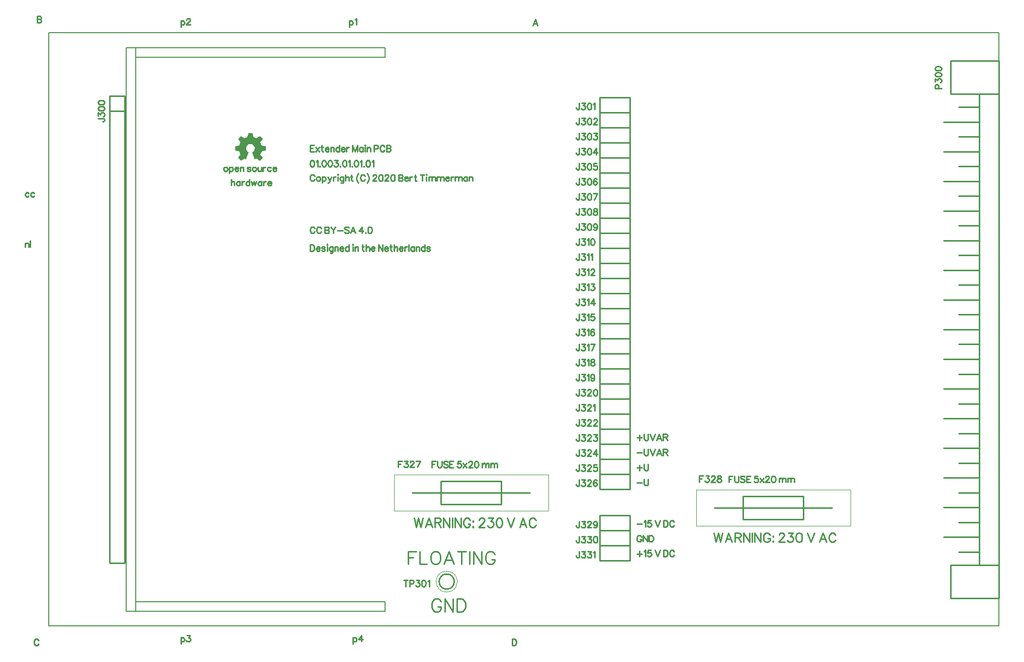
<source format=gto>
G04 start of page 9 for group -4079 idx -4079 *
G04 Title: 01.003.01.01.01.pcb, topsilk *
G04 Creator: pcb 4.2.1 *
G04 CreationDate: Sun Dec 13 18:31:50 2020 UTC *
G04 For: bert *
G04 Format: Gerber/RS-274X *
G04 PCB-Dimensions (mil): 7086.61 4724.41 *
G04 PCB-Coordinate-Origin: lower left *
%MOIN*%
%FSLAX25Y25*%
%LNGTO*%
%ADD123C,0.0046*%
%ADD122C,0.0047*%
%ADD121C,0.0040*%
%ADD120C,0.0046*%
%ADD119C,0.0048*%
%ADD118C,0.0041*%
%ADD117C,0.0041*%
%ADD116C,0.0041*%
%ADD115C,0.0042*%
%ADD114C,0.0042*%
%ADD113C,0.0042*%
%ADD112C,0.0041*%
%ADD111C,0.0043*%
%ADD110C,0.0042*%
%ADD109C,0.0041*%
%ADD108C,0.0042*%
%ADD107C,0.0041*%
%ADD106C,0.0041*%
%ADD105C,0.0041*%
%ADD104C,0.0046*%
%ADD103C,0.0047*%
%ADD102C,0.0043*%
%ADD101C,0.0044*%
%ADD100C,0.0044*%
%ADD99C,0.0043*%
%ADD98C,0.0045*%
%ADD97C,0.0045*%
%ADD96C,0.0045*%
%ADD95C,0.0045*%
%ADD94C,0.0044*%
%ADD93C,0.0043*%
%ADD92C,0.0043*%
%ADD91C,0.0042*%
%ADD90C,0.0043*%
%ADD89C,0.0044*%
%ADD88C,0.0044*%
%ADD87C,0.0044*%
%ADD86C,0.0044*%
%ADD85C,0.0044*%
%ADD84C,0.0043*%
%ADD83C,0.0043*%
%ADD82C,0.0043*%
%ADD81C,0.0043*%
%ADD80C,0.0042*%
%ADD79C,0.0042*%
%ADD78C,0.0042*%
%ADD77C,0.0044*%
%ADD76C,0.0049*%
%ADD75C,0.0000*%
%ADD74C,0.0100*%
%ADD73C,0.0080*%
%ADD72C,0.0001*%
G54D72*G36*
X152028Y386319D02*X154605D01*
X154688Y386287D01*
X154735Y386211D01*
X154784Y385972D01*
X154828Y385750D01*
X155219Y383618D01*
X155266Y383530D01*
X155349Y383472D01*
X155452Y383428D01*
X156242Y383157D01*
X156992Y382799D01*
X156998D01*
X157085Y382761D01*
X157182Y382747D01*
X157280Y382778D01*
X159053Y383997D01*
X159244Y384122D01*
X159445Y384258D01*
X159531Y384283D01*
X159613Y384247D01*
X159944Y383917D01*
X160448Y383417D01*
X160606Y383254D01*
X161105Y382756D01*
X161267Y382599D01*
X161435Y382425D01*
X161474Y382340D01*
X161452Y382251D01*
X161316Y382050D01*
X161187Y381860D01*
X159998Y380124D01*
X159966Y380032D01*
X159981Y379935D01*
X160026Y379836D01*
X160709Y378230D01*
X160746Y378139D01*
X160809Y378061D01*
X160899Y378014D01*
X162938Y377633D01*
X163162Y377590D01*
X163405Y377547D01*
X163480Y377500D01*
X163509Y377417D01*
Y374840D01*
X163480Y374751D01*
X163405Y374704D01*
X163162Y374661D01*
X162938Y374618D01*
X160959Y374249D01*
X160871Y374201D01*
X160817Y374118D01*
X160789Y374058D01*
Y374047D01*
X160074Y372274D01*
X160069Y372262D01*
X160052Y372219D01*
X160035Y372118D01*
X160063Y372024D01*
X161192Y370392D01*
X161316Y370201D01*
X161457Y370000D01*
X161476Y369914D01*
X161435Y369832D01*
X161267Y369653D01*
X161105Y369496D01*
X159787Y368178D01*
X159613Y368010D01*
X159531Y367969D01*
X159445Y367987D01*
X159244Y368129D01*
X159053Y368253D01*
X157459Y369350D01*
X157360Y369379D01*
X157263Y369360D01*
X156932Y369176D01*
X156738Y369067D01*
X156391Y368889D01*
X156306Y368883D01*
X156244Y368943D01*
X156098Y369300D01*
X156010Y369507D01*
X154627Y372865D01*
X154539Y373071D01*
X154442Y373304D01*
X154438Y373399D01*
X154491Y373472D01*
X154714Y373603D01*
X154855Y373711D01*
X155391Y374157D01*
X155806Y374721D01*
X156073Y375380D01*
X156167Y376110D01*
X156109Y376685D01*
X155944Y377219D01*
X155681Y377704D01*
X155332Y378126D01*
X154912Y378475D01*
X154428Y378739D01*
X153894Y378904D01*
X153320Y378962D01*
X152745Y378904D01*
X152210Y378739D01*
X151727Y378475D01*
X151305Y378126D01*
X150957Y377704D01*
X150695Y377219D01*
X150530Y376685D01*
X150471Y376110D01*
X150564Y375380D01*
X150831Y374721D01*
X151245Y374157D01*
X151784Y373711D01*
X151920Y373603D01*
X152142Y373472D01*
X152196Y373399D01*
X152191Y373304D01*
X152094Y373071D01*
X152006Y372865D01*
X150623Y369507D01*
X150537Y369300D01*
X150389Y368943D01*
X150328Y368883D01*
X150244Y368889D01*
X149902Y369067D01*
X149701Y369176D01*
X149370Y369360D01*
X149271Y369379D01*
X149174Y369350D01*
X147580Y368253D01*
X147395Y368129D01*
X147189Y367987D01*
X147102Y367969D01*
X147020Y368010D01*
X146846Y368178D01*
X146689Y368340D01*
X146191Y368839D01*
X146028Y368997D01*
X145528Y369496D01*
X145366Y369653D01*
X145198Y369832D01*
X145159Y369914D01*
X145181Y370000D01*
X145317Y370201D01*
X145448Y370392D01*
X146570Y372024D01*
X146598Y372118D01*
X146581Y372219D01*
X146559Y372279D01*
X145849Y374053D01*
X145816Y374118D01*
X145762Y374201D01*
X145676Y374249D01*
X143695Y374618D01*
X143473Y374661D01*
X143234Y374704D01*
X143155Y374754D01*
X143126Y374840D01*
Y377417D01*
X143155Y377500D01*
X143234Y377547D01*
X143473Y377596D01*
X143695Y377633D01*
X145735Y378014D01*
X145824Y378061D01*
X145887Y378144D01*
X145924Y378230D01*
X146613Y379836D01*
X146652Y379935D01*
X146669Y380032D01*
X146641Y380124D01*
X145448Y381865D01*
X145317Y382050D01*
X145181Y382251D01*
X145159Y382340D01*
X145198Y382425D01*
X145366Y382599D01*
X145528Y382756D01*
X147020Y384247D01*
X147102Y384283D01*
X147189Y384264D01*
X147395Y384128D01*
X147580Y383997D01*
X149353Y382778D01*
X149451Y382749D01*
X149549Y382767D01*
X149635Y382799D01*
X149646Y382804D01*
X150392Y383158D01*
X151182Y383433D01*
X151285Y383472D01*
X151369Y383530D01*
X151414Y383618D01*
X151812Y385750D01*
X151849Y385972D01*
X151898Y386211D01*
X151945Y386287D01*
X152028Y386319D01*
G37*
G54D73*X649606Y434252D02*Y77559D01*
X19685Y59055D02*X649606D01*
Y452756D01*
X242520Y442913D02*Y436614D01*
Y442913D02*X70866Y442913D01*
X77165Y68898D02*Y442913D01*
X242520Y436614D02*X77165Y436614D01*
X19685Y59055D02*Y452756D01*
X649606D02*Y452756D01*
X19685Y452756D02*X649606D01*
X70866Y442913D02*Y68898D01*
X242520Y75197D02*X77165D01*
X242520Y68898D02*X70866Y68898D01*
X242520Y68898D02*Y75197D01*
G54D74*X412450Y118279D02*X412250Y118679D01*
X411850Y119079D01*
X411450Y119279D01*
X410650D02*X411450D01*
X410650D02*X410250Y119079D01*
X409850Y118679D01*
X409650Y118279D01*
X409450Y117679D01*
Y116679D01*
X409650Y116079D01*
X409850Y115679D01*
X410250Y115279D01*
X410650Y115079D01*
X411450D01*
X411850Y115279D01*
X412250Y115679D01*
X412450Y116079D01*
Y116679D02*Y116079D01*
X411450Y116679D02*X412450D01*
X413650Y119279D02*Y115079D01*
Y119279D02*X416450Y115079D01*
Y119279D02*Y115079D01*
X417650Y119279D02*Y115079D01*
Y119279D02*X419050D01*
X419650Y119079D01*
X420050Y118679D01*
X420250Y118279D01*
X420450Y117679D01*
Y116679D01*
X420250Y116079D01*
X420050Y115679D01*
X419650Y115279D01*
X419050Y115079D01*
X417650D02*X419050D01*
X411249Y108836D02*Y105236D01*
X409449Y107036D02*X413049D01*
X414249Y108636D02*X414649Y108836D01*
X415249Y109436D01*
Y105236D01*
X416849Y109436D02*X418849D01*
X416849D02*X416649Y107636D01*
X416849Y107836D01*
X417449Y108036D01*
X418049D01*
X418649Y107836D01*
X419049Y107436D01*
X419249Y106836D01*
Y106436D01*
X419049Y105836D01*
X418649Y105436D01*
X418049Y105236D01*
X417449D02*X418049D01*
X417449D02*X416849Y105436D01*
X416649Y105636D01*
X416449Y106036D01*
X421649Y109436D02*X423249Y105236D01*
X424849Y109436D02*X423249Y105236D01*
X427249Y109436D02*Y105236D01*
Y109436D02*X428649D01*
X429249Y109236D01*
X429649Y108836D01*
X429849Y108436D01*
X430049Y107836D01*
Y106836D01*
X429849Y106236D01*
X429649Y105836D01*
X429249Y105436D01*
X428649Y105236D01*
X427249D02*X428649D01*
X434249Y108436D02*X434049Y108836D01*
X433649Y109236D01*
X433249Y109436D01*
X432449D02*X433249D01*
X432449D02*X432049Y109236D01*
X431649Y108836D01*
X431449Y108436D01*
X431249Y107836D01*
Y106836D01*
X431449Y106236D01*
X431649Y105836D01*
X432049Y105436D01*
X432449Y105236D01*
X433249D01*
X433649Y105436D01*
X434049Y105836D01*
X434249Y106236D01*
X409449Y126722D02*X413049D01*
X414249Y128322D02*X414649Y128522D01*
X415249Y129122D01*
Y124922D01*
X416849Y129122D02*X418849D01*
X416849D02*X416649Y127322D01*
X416849Y127522D01*
X417449Y127722D01*
X418049D01*
X418649Y127522D01*
X419049Y127122D01*
X419249Y126522D01*
Y126122D01*
X419049Y125522D01*
X418649Y125122D01*
X418049Y124922D01*
X417449D02*X418049D01*
X417449D02*X416849Y125122D01*
X416649Y125322D01*
X416449Y125722D01*
X421649Y129122D02*X423249Y124922D01*
X424849Y129122D02*X423249Y124922D01*
X427249Y129122D02*Y124922D01*
Y129122D02*X428649D01*
X429249Y128922D01*
X429649Y128522D01*
X429849Y128122D01*
X430049Y127522D01*
Y126522D01*
X429849Y125922D01*
X429649Y125522D01*
X429249Y125122D01*
X428649Y124922D01*
X427249D02*X428649D01*
X434249Y128122D02*X434049Y128522D01*
X433649Y128922D01*
X433249Y129122D01*
X432449D02*X433249D01*
X432449D02*X432049Y128922D01*
X431649Y128522D01*
X431449Y128122D01*
X431249Y127522D01*
Y126522D01*
X431449Y125922D01*
X431649Y125522D01*
X432049Y125122D01*
X432449Y124922D01*
X433249D01*
X433649Y125122D01*
X434049Y125522D01*
X434249Y125922D01*
X460630Y120895D02*X462070Y114847D01*
X463510Y120895D02*X462070Y114847D01*
X463510Y120895D02*X464950Y114847D01*
X466390Y120895D02*X464950Y114847D01*
X470422Y120895D02*X468118Y114847D01*
X470422Y120895D02*X472726Y114847D01*
X468982Y116863D02*X471862D01*
X474454Y120895D02*Y114847D01*
Y120895D02*X477046D01*
X477910Y120607D01*
X478198Y120319D01*
X478486Y119743D01*
Y119167D01*
X478198Y118591D01*
X477910Y118303D01*
X477046Y118015D01*
X474454D02*X477046D01*
X476470D02*X478486Y114847D01*
X480214Y120895D02*Y114847D01*
Y120895D02*X484246Y114847D01*
Y120895D02*Y114847D01*
X485974Y120895D02*Y114847D01*
X487702Y120895D02*Y114847D01*
Y120895D02*X491734Y114847D01*
Y120895D02*Y114847D01*
X497782Y119455D02*X497494Y120031D01*
X496918Y120607D01*
X496342Y120895D01*
X495190D02*X496342D01*
X495190D02*X494614Y120607D01*
X494038Y120031D01*
X493750Y119455D01*
X493462Y118591D01*
Y117151D01*
X493750Y116287D01*
X494038Y115711D01*
X494614Y115135D01*
X495190Y114847D01*
X496342D01*
X496918Y115135D01*
X497494Y115711D01*
X497782Y116287D01*
Y117151D02*Y116287D01*
X496342Y117151D02*X497782D01*
X499798Y118879D02*X499510Y118591D01*
X499798Y118303D01*
X500086Y118591D01*
X499798Y118879D01*
Y115423D02*X499510Y115135D01*
X499798Y114847D01*
X500086Y115135D01*
X499798Y115423D01*
X503830Y119743D02*Y119455D01*
Y119743D02*X504118Y120319D01*
X504406Y120607D01*
X504982Y120895D01*
X506134D01*
X506710Y120607D01*
X506998Y120319D01*
X507286Y119743D01*
Y119167D01*
X506998Y118591D01*
X506422Y117727D01*
X503542Y114847D01*
X507574D01*
X509878Y120895D02*X513046D01*
X511318Y118591D01*
X512182D01*
X512758Y118303D01*
X513046Y118015D01*
X513334Y117151D01*
Y116575D01*
X513046Y115711D01*
X512470Y115135D01*
X511606Y114847D01*
X510742D02*X511606D01*
X510742D02*X509878Y115135D01*
X509590Y115423D01*
X509302Y115999D01*
X516790Y120895D02*X515926Y120607D01*
X515350Y119743D01*
X515062Y118303D01*
Y117439D01*
X515350Y115999D01*
X515926Y115135D01*
X516790Y114847D01*
X517366D01*
X518230Y115135D01*
X518806Y115999D01*
X519094Y117439D01*
Y118303D02*Y117439D01*
Y118303D02*X518806Y119743D01*
X518230Y120607D01*
X517366Y120895D01*
X516790D02*X517366D01*
X522550D02*X524854Y114847D01*
X527158Y120895D02*X524854Y114847D01*
X532918Y120895D02*X530614Y114847D01*
X532918Y120895D02*X535222Y114847D01*
X531478Y116863D02*X534358D01*
X541270Y119455D02*X540982Y120031D01*
X540406Y120607D01*
X539830Y120895D01*
X538678D02*X539830D01*
X538678D02*X538102Y120607D01*
X537526Y120031D01*
X537238Y119455D01*
X536950Y118591D01*
Y117151D01*
X537238Y116287D01*
X537526Y115711D01*
X538102Y115135D01*
X538678Y114847D01*
X539830D01*
X540406Y115135D01*
X540982Y115711D01*
X541270Y116287D01*
X470472Y158649D02*Y154449D01*
Y158649D02*X473072D01*
X470472Y156649D02*X472072D01*
X474272Y158649D02*Y155649D01*
X474472Y155049D01*
X474872Y154649D01*
X475472Y154449D01*
X475872D01*
X476472Y154649D01*
X476872Y155049D01*
X477072Y155649D01*
Y158649D02*Y155649D01*
X481072Y158049D02*X480672Y158449D01*
X480072Y158649D01*
X479272D02*X480072D01*
X479272D02*X478672Y158449D01*
X478272Y158049D01*
Y157649D01*
X478472Y157249D01*
X478672Y157049D01*
X479072Y156849D01*
X480272Y156449D01*
X480672Y156249D01*
X480872Y156049D01*
X481072Y155649D01*
Y155049D01*
X480672Y154649D01*
X480072Y154449D01*
X479272D02*X480072D01*
X479272D02*X478672Y154649D01*
X478272Y155049D01*
X482272Y158649D02*Y154449D01*
Y158649D02*X484872D01*
X482272Y156649D02*X483872D01*
X482272Y154449D02*X484872D01*
X487672Y158649D02*X489672D01*
X487672D02*X487472Y156849D01*
X487672Y157049D01*
X488272Y157249D01*
X488872D01*
X489472Y157049D01*
X489872Y156649D01*
X490072Y156049D01*
Y155649D01*
X489872Y155049D01*
X489472Y154649D01*
X488872Y154449D01*
X488272D02*X488872D01*
X488272D02*X487672Y154649D01*
X487472Y154849D01*
X487272Y155249D01*
X491272Y157249D02*X493472Y154449D01*
Y157249D02*X491272Y154449D01*
X494872Y157849D02*Y157649D01*
Y157849D02*X495072Y158249D01*
X495272Y158449D01*
X495672Y158649D01*
X496472D01*
X496872Y158449D01*
X497072Y158249D01*
X497272Y157849D01*
Y157449D01*
X497072Y157049D01*
X496672Y156449D01*
X494672Y154449D01*
X497472D01*
X499872Y158649D02*X499272Y158449D01*
X498872Y157849D01*
X498672Y156849D01*
Y156249D01*
X498872Y155249D01*
X499272Y154649D01*
X499872Y154449D01*
X500272D01*
X500872Y154649D01*
X501272Y155249D01*
X501472Y156249D01*
Y156849D02*Y156249D01*
Y156849D02*X501272Y157849D01*
X500872Y158449D01*
X500272Y158649D01*
X499872D02*X500272D01*
X503872Y157249D02*Y154449D01*
Y156449D02*X504472Y157049D01*
X504872Y157249D01*
X505472D01*
X505872Y157049D01*
X506072Y156449D01*
Y154449D01*
Y156449D02*X506672Y157049D01*
X507072Y157249D01*
X507672D01*
X508072Y157049D01*
X508272Y156449D01*
Y154449D01*
X509472Y157249D02*Y154449D01*
Y156449D02*X510072Y157049D01*
X510472Y157249D01*
X511072D01*
X511472Y157049D01*
X511672Y156449D01*
Y154449D01*
Y156449D02*X512272Y157049D01*
X512672Y157249D01*
X513272D01*
X513672Y157049D01*
X513872Y156449D01*
Y154449D01*
X261811Y130738D02*X263251Y124690D01*
X264691Y130738D02*X263251Y124690D01*
X264691Y130738D02*X266131Y124690D01*
X267571Y130738D02*X266131Y124690D01*
X271603Y130738D02*X269299Y124690D01*
X271603Y130738D02*X273907Y124690D01*
X270163Y126706D02*X273043D01*
X275635Y130738D02*Y124690D01*
Y130738D02*X278227D01*
X279091Y130450D01*
X279379Y130162D01*
X279667Y129586D01*
Y129010D01*
X279379Y128434D01*
X279091Y128146D01*
X278227Y127858D01*
X275635D02*X278227D01*
X277651D02*X279667Y124690D01*
X281395Y130738D02*Y124690D01*
Y130738D02*X285427Y124690D01*
Y130738D02*Y124690D01*
X287155Y130738D02*Y124690D01*
X288883Y130738D02*Y124690D01*
Y130738D02*X292915Y124690D01*
Y130738D02*Y124690D01*
X298963Y129298D02*X298675Y129874D01*
X298099Y130450D01*
X297523Y130738D01*
X296371D02*X297523D01*
X296371D02*X295795Y130450D01*
X295219Y129874D01*
X294931Y129298D01*
X294643Y128434D01*
Y126994D01*
X294931Y126130D01*
X295219Y125554D01*
X295795Y124978D01*
X296371Y124690D01*
X297523D01*
X298099Y124978D01*
X298675Y125554D01*
X298963Y126130D01*
Y126994D02*Y126130D01*
X297523Y126994D02*X298963D01*
X300979Y128722D02*X300691Y128434D01*
X300979Y128146D01*
X301267Y128434D01*
X300979Y128722D01*
Y125266D02*X300691Y124978D01*
X300979Y124690D01*
X301267Y124978D01*
X300979Y125266D01*
X305011Y129586D02*Y129298D01*
Y129586D02*X305299Y130162D01*
X305587Y130450D01*
X306163Y130738D01*
X307315D01*
X307891Y130450D01*
X308179Y130162D01*
X308467Y129586D01*
Y129010D01*
X308179Y128434D01*
X307603Y127570D01*
X304723Y124690D01*
X308755D01*
X311059Y130738D02*X314227D01*
X312499Y128434D01*
X313363D01*
X313939Y128146D01*
X314227Y127858D01*
X314515Y126994D01*
Y126418D01*
X314227Y125554D01*
X313651Y124978D01*
X312787Y124690D01*
X311923D02*X312787D01*
X311923D02*X311059Y124978D01*
X310771Y125266D01*
X310483Y125842D01*
X317971Y130738D02*X317107Y130450D01*
X316531Y129586D01*
X316243Y128146D01*
Y127282D01*
X316531Y125842D01*
X317107Y124978D01*
X317971Y124690D01*
X318547D01*
X319411Y124978D01*
X319987Y125842D01*
X320275Y127282D01*
Y128146D02*Y127282D01*
Y128146D02*X319987Y129586D01*
X319411Y130450D01*
X318547Y130738D01*
X317971D02*X318547D01*
X323731D02*X326035Y124690D01*
X328339Y130738D02*X326035Y124690D01*
X334099Y130738D02*X331795Y124690D01*
X334099Y130738D02*X336403Y124690D01*
X332659Y126706D02*X335539D01*
X342451Y129298D02*X342163Y129874D01*
X341587Y130450D01*
X341011Y130738D01*
X339859D02*X341011D01*
X339859D02*X339283Y130450D01*
X338707Y129874D01*
X338419Y129298D01*
X338131Y128434D01*
Y126994D01*
X338419Y126130D01*
X338707Y125554D01*
X339283Y124978D01*
X339859Y124690D01*
X341011D01*
X341587Y124978D01*
X342163Y125554D01*
X342451Y126130D01*
X273622Y168491D02*Y164291D01*
Y168491D02*X276222D01*
X273622Y166491D02*X275222D01*
X277422Y168491D02*Y165491D01*
X277622Y164891D01*
X278022Y164491D01*
X278622Y164291D01*
X279022D01*
X279622Y164491D01*
X280022Y164891D01*
X280222Y165491D01*
Y168491D02*Y165491D01*
X284222Y167891D02*X283822Y168291D01*
X283222Y168491D01*
X282422D02*X283222D01*
X282422D02*X281822Y168291D01*
X281422Y167891D01*
Y167491D01*
X281622Y167091D01*
X281822Y166891D01*
X282222Y166691D01*
X283422Y166291D01*
X283822Y166091D01*
X284022Y165891D01*
X284222Y165491D01*
Y164891D01*
X283822Y164491D01*
X283222Y164291D01*
X282422D02*X283222D01*
X282422D02*X281822Y164491D01*
X281422Y164891D01*
X285422Y168491D02*Y164291D01*
Y168491D02*X288022D01*
X285422Y166491D02*X287022D01*
X285422Y164291D02*X288022D01*
X290822Y168491D02*X292822D01*
X290822D02*X290622Y166691D01*
X290822Y166891D01*
X291422Y167091D01*
X292022D01*
X292622Y166891D01*
X293022Y166491D01*
X293222Y165891D01*
Y165491D01*
X293022Y164891D01*
X292622Y164491D01*
X292022Y164291D01*
X291422D02*X292022D01*
X291422D02*X290822Y164491D01*
X290622Y164691D01*
X290422Y165091D01*
X294422Y167091D02*X296622Y164291D01*
Y167091D02*X294422Y164291D01*
X298022Y167691D02*Y167491D01*
Y167691D02*X298222Y168091D01*
X298422Y168291D01*
X298822Y168491D01*
X299622D01*
X300022Y168291D01*
X300222Y168091D01*
X300422Y167691D01*
Y167291D01*
X300222Y166891D01*
X299822Y166291D01*
X297822Y164291D01*
X300622D01*
X303022Y168491D02*X302422Y168291D01*
X302022Y167691D01*
X301822Y166691D01*
Y166091D01*
X302022Y165091D01*
X302422Y164491D01*
X303022Y164291D01*
X303422D01*
X304022Y164491D01*
X304422Y165091D01*
X304622Y166091D01*
Y166691D02*Y166091D01*
Y166691D02*X304422Y167691D01*
X304022Y168291D01*
X303422Y168491D01*
X303022D02*X303422D01*
X307022Y167091D02*Y164291D01*
Y166291D02*X307622Y166891D01*
X308022Y167091D01*
X308622D01*
X309022Y166891D01*
X309222Y166291D01*
Y164291D01*
Y166291D02*X309822Y166891D01*
X310222Y167091D01*
X310822D01*
X311222Y166891D01*
X311422Y166291D01*
Y164291D01*
X312622Y167091D02*Y164291D01*
Y166291D02*X313222Y166891D01*
X313622Y167091D01*
X314222D01*
X314622Y166891D01*
X314822Y166291D01*
Y164291D01*
Y166291D02*X315422Y166891D01*
X315822Y167091D01*
X316422D01*
X316822Y166891D01*
X317022Y166291D01*
Y164291D01*
X409449Y154216D02*X413049D01*
X414249Y156616D02*Y153616D01*
X414449Y153016D01*
X414849Y152616D01*
X415449Y152416D01*
X415849D01*
X416449Y152616D01*
X416849Y153016D01*
X417049Y153616D01*
Y156616D02*Y153616D01*
X411248Y165891D02*Y162291D01*
X409448Y164091D02*X413048D01*
X414248Y166491D02*Y163491D01*
X414448Y162891D01*
X414848Y162491D01*
X415448Y162291D01*
X415848D01*
X416448Y162491D01*
X416848Y162891D01*
X417048Y163491D01*
Y166491D02*Y163491D01*
X409448Y174091D02*X413048D01*
X414248Y176491D02*Y173491D01*
X414448Y172891D01*
X414848Y172491D01*
X415448Y172291D01*
X415848D01*
X416448Y172491D01*
X416848Y172891D01*
X417048Y173491D01*
Y176491D02*Y173491D01*
X418248Y176491D02*X419848Y172291D01*
X421448Y176491D02*X419848Y172291D01*
X424248Y176491D02*X422648Y172291D01*
X424248Y176491D02*X425848Y172291D01*
X423248Y173691D02*X425248D01*
X427048Y176491D02*Y172291D01*
Y176491D02*X428848D01*
X429448Y176291D01*
X429648Y176091D01*
X429848Y175691D01*
Y175291D01*
X429648Y174891D01*
X429448Y174691D01*
X428848Y174491D01*
X427048D02*X428848D01*
X428448D02*X429848Y172291D01*
X411248Y185891D02*Y182291D01*
X409448Y184091D02*X413048D01*
X414248Y186491D02*Y183491D01*
X414448Y182891D01*
X414848Y182491D01*
X415448Y182291D01*
X415848D01*
X416448Y182491D01*
X416848Y182891D01*
X417048Y183491D01*
Y186491D02*Y183491D01*
X418248Y186491D02*X419848Y182291D01*
X421448Y186491D02*X419848Y182291D01*
X424248Y186491D02*X422648Y182291D01*
X424248Y186491D02*X425848Y182291D01*
X423248Y183691D02*X425248D01*
X427048Y186491D02*Y182291D01*
Y186491D02*X428848D01*
X429448Y186291D01*
X429648Y186091D01*
X429848Y185691D01*
Y185291D01*
X429648Y184891D01*
X429448Y184691D01*
X428848Y184491D01*
X427048D02*X428848D01*
X428448D02*X429848Y182291D01*
X257874Y108620D02*Y100136D01*
Y108620D02*X263126D01*
X257874Y104580D02*X261106D01*
X265550Y108620D02*Y100136D01*
X270398D01*
X275246Y108620D02*X274438Y108216D01*
X273630Y107408D01*
X273226Y106600D01*
X272822Y105388D01*
Y103368D01*
X273226Y102156D01*
X273630Y101348D01*
X274438Y100540D01*
X275246Y100136D01*
X276862D01*
X277670Y100540D01*
X278478Y101348D01*
X278882Y102156D01*
X279286Y103368D01*
Y105388D02*Y103368D01*
Y105388D02*X278882Y106600D01*
X278478Y107408D01*
X277670Y108216D01*
X276862Y108620D01*
X275246D02*X276862D01*
X284942D02*X281710Y100136D01*
X284942Y108620D02*X288174Y100136D01*
X282922Y102964D02*X286962D01*
X293426Y108620D02*Y100136D01*
X290598Y108620D02*X296254D01*
X298678D02*Y100136D01*
X301102Y108620D02*Y100136D01*
Y108620D02*X306758Y100136D01*
Y108620D02*Y100136D01*
X315242Y106600D02*X314838Y107408D01*
X314030Y108216D01*
X313222Y108620D01*
X311606D02*X313222D01*
X311606D02*X310798Y108216D01*
X309990Y107408D01*
X309586Y106600D01*
X309182Y105388D01*
Y103368D01*
X309586Y102156D01*
X309990Y101348D01*
X310798Y100540D01*
X311606Y100136D01*
X313222D01*
X314030Y100540D01*
X314838Y101348D01*
X315242Y102156D01*
Y103368D02*Y102156D01*
X313222Y103368D02*X315242D01*
X279682Y75104D02*X279278Y75912D01*
X278470Y76720D01*
X277662Y77124D01*
X276046D02*X277662D01*
X276046D02*X275238Y76720D01*
X274430Y75912D01*
X274026Y75104D01*
X273622Y73892D01*
Y71872D01*
X274026Y70660D01*
X274430Y69852D01*
X275238Y69044D01*
X276046Y68640D01*
X277662D01*
X278470Y69044D01*
X279278Y69852D01*
X279682Y70660D01*
Y71872D02*Y70660D01*
X277662Y71872D02*X279682D01*
X282106Y77124D02*Y68640D01*
Y77124D02*X287762Y68640D01*
Y77124D02*Y68640D01*
X290186Y77124D02*Y68640D01*
Y77124D02*X293014D01*
X294226Y76720D01*
X295034Y75912D01*
X295438Y75104D01*
X295842Y73892D01*
Y71872D01*
X295438Y70660D01*
X295034Y69852D01*
X294226Y69044D01*
X293014Y68640D01*
X290186D02*X293014D01*
X195862Y357700D02*X195662Y358100D01*
X195262Y358500D01*
X194862Y358700D01*
X194062D02*X194862D01*
X194062D02*X193662Y358500D01*
X193262Y358100D01*
X193062Y357700D01*
X192862Y357100D01*
Y356100D01*
X193062Y355500D01*
X193262Y355100D01*
X193662Y354700D01*
X194062Y354500D01*
X194862D01*
X195262Y354700D01*
X195662Y355100D01*
X195862Y355500D01*
X198062Y357300D02*X197662Y357100D01*
X197262Y356700D01*
X197062Y356100D01*
Y355700D01*
X197262Y355100D01*
X197662Y354700D01*
X198062Y354500D01*
X198662D01*
X199062Y354700D01*
X199462Y355100D01*
X199662Y355700D01*
Y356100D02*Y355700D01*
Y356100D02*X199462Y356700D01*
X199062Y357100D01*
X198662Y357300D01*
X198062D02*X198662D01*
X200862D02*Y353100D01*
Y356700D02*X201262Y357100D01*
X201662Y357300D01*
X202262D01*
X202662Y357100D01*
X203062Y356700D01*
X203262Y356100D01*
Y355700D01*
X203062Y355100D01*
X202662Y354700D01*
X202262Y354500D01*
X201662D02*X202262D01*
X201662D02*X201262Y354700D01*
X200862Y355100D01*
X204662Y357300D02*X205862Y354500D01*
X207062Y357300D02*X205862Y354500D01*
X205462Y353700D01*
X205062Y353300D01*
X204662Y353100D01*
X204462D02*X204662D01*
X208262Y357300D02*Y354500D01*
Y356100D02*X208462Y356700D01*
X208862Y357100D01*
X209262Y357300D01*
X209862D01*
X211062Y358700D02*X211262Y358500D01*
X211462Y358700D01*
X211262Y358900D01*
X211062Y358700D01*
X211262Y357300D02*Y354500D01*
X215062Y357300D02*Y354100D01*
X214862Y353500D01*
X214662Y353300D01*
X214262Y353100D01*
X213662D02*X214262D01*
X213662D02*X213262Y353300D01*
X215062Y356700D02*X214662Y357100D01*
X214262Y357300D01*
X213662D02*X214262D01*
X213662D02*X213262Y357100D01*
X212862Y356700D01*
X212662Y356100D01*
Y355700D01*
X212862Y355100D01*
X213262Y354700D01*
X213662Y354500D01*
X214262D01*
X214662Y354700D01*
X215062Y355100D01*
X216262Y358700D02*Y354500D01*
Y356500D02*X216862Y357100D01*
X217262Y357300D01*
X217862D01*
X218262Y357100D01*
X218462Y356500D01*
Y354500D01*
X220262Y358700D02*Y355300D01*
X220462Y354700D01*
X220862Y354500D01*
X221262D01*
X219662Y357300D02*X221062D01*
X225062Y359500D02*X224662Y359100D01*
X224262Y358500D01*
X223862Y357700D01*
X223662Y356700D01*
Y355900D01*
X223862Y354900D01*
X224262Y354100D01*
X224662Y353500D01*
X225062Y353100D01*
X229262Y357700D02*X229062Y358100D01*
X228662Y358500D01*
X228262Y358700D01*
X227462D02*X228262D01*
X227462D02*X227062Y358500D01*
X226662Y358100D01*
X226462Y357700D01*
X226262Y357100D01*
Y356100D01*
X226462Y355500D01*
X226662Y355100D01*
X227062Y354700D01*
X227462Y354500D01*
X228262D01*
X228662Y354700D01*
X229062Y355100D01*
X229262Y355500D01*
X230462Y359500D02*X230862Y359100D01*
X231262Y358500D01*
X231662Y357700D01*
X231862Y356700D01*
Y355900D01*
X231662Y354900D01*
X231262Y354100D01*
X230862Y353500D01*
X230462Y353100D01*
X234462Y357900D02*Y357700D01*
Y357900D02*X234662Y358300D01*
X234862Y358500D01*
X235262Y358700D01*
X236062D01*
X236462Y358500D01*
X236662Y358300D01*
X236862Y357900D01*
Y357500D01*
X236662Y357100D01*
X236262Y356500D01*
X234262Y354500D01*
X237062D01*
X239462Y358700D02*X238862Y358500D01*
X238462Y357900D01*
X238262Y356900D01*
Y356300D01*
X238462Y355300D01*
X238862Y354700D01*
X239462Y354500D01*
X239862D01*
X240462Y354700D01*
X240862Y355300D01*
X241062Y356300D01*
Y356900D02*Y356300D01*
Y356900D02*X240862Y357900D01*
X240462Y358500D01*
X239862Y358700D01*
X239462D02*X239862D01*
X242462Y357900D02*Y357700D01*
Y357900D02*X242662Y358300D01*
X242862Y358500D01*
X243262Y358700D01*
X244062D01*
X244462Y358500D01*
X244662Y358300D01*
X244862Y357900D01*
Y357500D01*
X244662Y357100D01*
X244262Y356500D01*
X242262Y354500D01*
X245062D01*
X247462Y358700D02*X246862Y358500D01*
X246462Y357900D01*
X246262Y356900D01*
Y356300D01*
X246462Y355300D01*
X246862Y354700D01*
X247462Y354500D01*
X247862D01*
X248462Y354700D01*
X248862Y355300D01*
X249062Y356300D01*
Y356900D02*Y356300D01*
Y356900D02*X248862Y357900D01*
X248462Y358500D01*
X247862Y358700D01*
X247462D02*X247862D01*
X251462D02*Y354500D01*
Y358700D02*X253262D01*
X253862Y358500D01*
X254062Y358300D01*
X254262Y357900D01*
Y357500D01*
X254062Y357100D01*
X253862Y356900D01*
X253262Y356700D01*
X251462D02*X253262D01*
X253862Y356500D01*
X254062Y356300D01*
X254262Y355900D01*
Y355300D01*
X254062Y354900D01*
X253862Y354700D01*
X253262Y354500D01*
X251462D02*X253262D01*
X255462Y356100D02*X257862D01*
Y356500D02*Y356100D01*
Y356500D02*X257662Y356900D01*
X257462Y357100D01*
X257062Y357300D01*
X256462D02*X257062D01*
X256462D02*X256062Y357100D01*
X255662Y356700D01*
X255462Y356100D01*
Y355700D01*
X255662Y355100D01*
X256062Y354700D01*
X256462Y354500D01*
X257062D01*
X257462Y354700D01*
X257862Y355100D01*
X259062Y357300D02*Y354500D01*
Y356100D02*X259262Y356700D01*
X259662Y357100D01*
X260062Y357300D01*
X260662D01*
X262462Y358700D02*Y355300D01*
X262662Y354700D01*
X263062Y354500D01*
X263462D01*
X261862Y357300D02*X263262D01*
X267262Y358700D02*Y354500D01*
X265862Y358700D02*X268662D01*
X269862D02*X270062Y358500D01*
X270262Y358700D01*
X270062Y358900D01*
X269862Y358700D01*
X270062Y357300D02*Y354500D01*
X271462Y357300D02*Y354500D01*
Y356500D02*X272062Y357100D01*
X272462Y357300D01*
X273062D01*
X273462Y357100D01*
X273662Y356500D01*
Y354500D01*
Y356500D02*X274262Y357100D01*
X274662Y357300D01*
X275262D01*
X275662Y357100D01*
X275862Y356500D01*
Y354500D01*
X277062Y357300D02*Y354500D01*
Y356500D02*X277662Y357100D01*
X278062Y357300D01*
X278662D01*
X279062Y357100D01*
X279262Y356500D01*
Y354500D01*
Y356500D02*X279862Y357100D01*
X280262Y357300D01*
X280862D01*
X281262Y357100D01*
X281462Y356500D01*
Y354500D01*
X282662Y356100D02*X285062D01*
Y356500D02*Y356100D01*
Y356500D02*X284862Y356900D01*
X284662Y357100D01*
X284262Y357300D01*
X283662D02*X284262D01*
X283662D02*X283262Y357100D01*
X282862Y356700D01*
X282662Y356100D01*
Y355700D01*
X282862Y355100D01*
X283262Y354700D01*
X283662Y354500D01*
X284262D01*
X284662Y354700D01*
X285062Y355100D01*
X286262Y357300D02*Y354500D01*
Y356100D02*X286462Y356700D01*
X286862Y357100D01*
X287262Y357300D01*
X287862D01*
X289062D02*Y354500D01*
Y356500D02*X289662Y357100D01*
X290062Y357300D01*
X290662D01*
X291062Y357100D01*
X291262Y356500D01*
Y354500D01*
Y356500D02*X291862Y357100D01*
X292262Y357300D01*
X292862D01*
X293262Y357100D01*
X293462Y356500D01*
Y354500D01*
X297062Y357300D02*Y354500D01*
Y356700D02*X296662Y357100D01*
X296262Y357300D01*
X295662D02*X296262D01*
X295662D02*X295262Y357100D01*
X294862Y356700D01*
X294662Y356100D01*
Y355700D01*
X294862Y355100D01*
X295262Y354700D01*
X295662Y354500D01*
X296262D01*
X296662Y354700D01*
X297062Y355100D01*
X298262Y357300D02*Y354500D01*
Y356500D02*X298862Y357100D01*
X299262Y357300D01*
X299862D01*
X300262Y357100D01*
X300462Y356500D01*
Y354500D01*
X194062Y368169D02*X193462Y367969D01*
X193062Y367369D01*
X192862Y366369D01*
Y365769D01*
X193062Y364769D01*
X193462Y364169D01*
X194062Y363969D01*
X194462D01*
X195062Y364169D01*
X195462Y364769D01*
X195662Y365769D01*
Y366369D02*Y365769D01*
Y366369D02*X195462Y367369D01*
X195062Y367969D01*
X194462Y368169D01*
X194062D02*X194462D01*
X196862Y367369D02*X197262Y367569D01*
X197862Y368169D01*
Y363969D01*
X199262Y364369D02*X199062Y364169D01*
X199262Y363969D01*
X199462Y364169D01*
X199262Y364369D01*
X201862Y368169D02*X201262Y367969D01*
X200862Y367369D01*
X200662Y366369D01*
Y365769D01*
X200862Y364769D01*
X201262Y364169D01*
X201862Y363969D01*
X202262D01*
X202862Y364169D01*
X203262Y364769D01*
X203462Y365769D01*
Y366369D02*Y365769D01*
Y366369D02*X203262Y367369D01*
X202862Y367969D01*
X202262Y368169D01*
X201862D02*X202262D01*
X205862D02*X205262Y367969D01*
X204862Y367369D01*
X204662Y366369D01*
Y365769D01*
X204862Y364769D01*
X205262Y364169D01*
X205862Y363969D01*
X206262D01*
X206862Y364169D01*
X207262Y364769D01*
X207462Y365769D01*
Y366369D02*Y365769D01*
Y366369D02*X207262Y367369D01*
X206862Y367969D01*
X206262Y368169D01*
X205862D02*X206262D01*
X209062D02*X211262D01*
X210062Y366569D01*
X210662D01*
X211062Y366369D01*
X211262Y366169D01*
X211462Y365569D01*
Y365169D01*
X211262Y364569D01*
X210862Y364169D01*
X210262Y363969D01*
X209662D02*X210262D01*
X209662D02*X209062Y364169D01*
X208862Y364369D01*
X208662Y364769D01*
X212862Y364369D02*X212662Y364169D01*
X212862Y363969D01*
X213062Y364169D01*
X212862Y364369D01*
X215462Y368169D02*X214862Y367969D01*
X214462Y367369D01*
X214262Y366369D01*
Y365769D01*
X214462Y364769D01*
X214862Y364169D01*
X215462Y363969D01*
X215862D01*
X216462Y364169D01*
X216862Y364769D01*
X217062Y365769D01*
Y366369D02*Y365769D01*
Y366369D02*X216862Y367369D01*
X216462Y367969D01*
X215862Y368169D01*
X215462D02*X215862D01*
X218262Y367369D02*X218662Y367569D01*
X219262Y368169D01*
Y363969D01*
X220662Y364369D02*X220462Y364169D01*
X220662Y363969D01*
X220862Y364169D01*
X220662Y364369D01*
X223262Y368169D02*X222662Y367969D01*
X222262Y367369D01*
X222062Y366369D01*
Y365769D01*
X222262Y364769D01*
X222662Y364169D01*
X223262Y363969D01*
X223662D01*
X224262Y364169D01*
X224662Y364769D01*
X224862Y365769D01*
Y366369D02*Y365769D01*
Y366369D02*X224662Y367369D01*
X224262Y367969D01*
X223662Y368169D01*
X223262D02*X223662D01*
X226062Y367369D02*X226462Y367569D01*
X227062Y368169D01*
Y363969D01*
X228462Y364369D02*X228262Y364169D01*
X228462Y363969D01*
X228662Y364169D01*
X228462Y364369D01*
X231062Y368169D02*X230462Y367969D01*
X230062Y367369D01*
X229862Y366369D01*
Y365769D01*
X230062Y364769D01*
X230462Y364169D01*
X231062Y363969D01*
X231462D01*
X232062Y364169D01*
X232462Y364769D01*
X232662Y365769D01*
Y366369D02*Y365769D01*
Y366369D02*X232462Y367369D01*
X232062Y367969D01*
X231462Y368169D01*
X231062D02*X231462D01*
X233862Y367369D02*X234262Y367569D01*
X234862Y368169D01*
Y363969D01*
X192862Y378137D02*Y373937D01*
Y378137D02*X195462D01*
X192862Y376137D02*X194462D01*
X192862Y373937D02*X195462D01*
X196662Y376737D02*X198862Y373937D01*
Y376737D02*X196662Y373937D01*
X200662Y378137D02*Y374737D01*
X200862Y374137D01*
X201262Y373937D01*
X201662D01*
X200062Y376737D02*X201462D01*
X202862Y375537D02*X205262D01*
Y375937D02*Y375537D01*
Y375937D02*X205062Y376337D01*
X204862Y376537D01*
X204462Y376737D01*
X203862D02*X204462D01*
X203862D02*X203462Y376537D01*
X203062Y376137D01*
X202862Y375537D01*
Y375137D01*
X203062Y374537D01*
X203462Y374137D01*
X203862Y373937D01*
X204462D01*
X204862Y374137D01*
X205262Y374537D01*
X206462Y376737D02*Y373937D01*
Y375937D02*X207062Y376537D01*
X207462Y376737D01*
X208062D01*
X208462Y376537D01*
X208662Y375937D01*
Y373937D01*
X212262Y378137D02*Y373937D01*
Y376137D02*X211862Y376537D01*
X211462Y376737D01*
X210862D02*X211462D01*
X210862D02*X210462Y376537D01*
X210062Y376137D01*
X209862Y375537D01*
Y375137D01*
X210062Y374537D01*
X210462Y374137D01*
X210862Y373937D01*
X211462D01*
X211862Y374137D01*
X212262Y374537D01*
X213462Y375537D02*X215862D01*
Y375937D02*Y375537D01*
Y375937D02*X215662Y376337D01*
X215462Y376537D01*
X215062Y376737D01*
X214462D02*X215062D01*
X214462D02*X214062Y376537D01*
X213662Y376137D01*
X213462Y375537D01*
Y375137D01*
X213662Y374537D01*
X214062Y374137D01*
X214462Y373937D01*
X215062D01*
X215462Y374137D01*
X215862Y374537D01*
X217062Y376737D02*Y373937D01*
Y375537D02*X217262Y376137D01*
X217662Y376537D01*
X218062Y376737D01*
X218662D01*
X221062Y378137D02*Y373937D01*
Y378137D02*X222662Y373937D01*
X224262Y378137D02*X222662Y373937D01*
X224262Y378137D02*Y373937D01*
X227862Y376737D02*Y373937D01*
Y376137D02*X227462Y376537D01*
X227062Y376737D01*
X226462D02*X227062D01*
X226462D02*X226062Y376537D01*
X225662Y376137D01*
X225462Y375537D01*
Y375137D01*
X225662Y374537D01*
X226062Y374137D01*
X226462Y373937D01*
X227062D01*
X227462Y374137D01*
X227862Y374537D01*
X229062Y378137D02*X229262Y377937D01*
X229462Y378137D01*
X229262Y378337D01*
X229062Y378137D01*
X229262Y376737D02*Y373937D01*
X230662Y376737D02*Y373937D01*
Y375937D02*X231262Y376537D01*
X231662Y376737D01*
X232262D01*
X232662Y376537D01*
X232862Y375937D01*
Y373937D01*
X235262Y378137D02*Y373937D01*
Y378137D02*X237062D01*
X237662Y377937D01*
X237862Y377737D01*
X238062Y377337D01*
Y376737D01*
X237862Y376337D01*
X237662Y376137D01*
X237062Y375937D01*
X235262D02*X237062D01*
X242262Y377137D02*X242062Y377537D01*
X241662Y377937D01*
X241262Y378137D01*
X240462D02*X241262D01*
X240462D02*X240062Y377937D01*
X239662Y377537D01*
X239462Y377137D01*
X239262Y376537D01*
Y375537D01*
X239462Y374937D01*
X239662Y374537D01*
X240062Y374137D01*
X240462Y373937D01*
X241262D01*
X241662Y374137D01*
X242062Y374537D01*
X242262Y374937D01*
X243462Y378137D02*Y373937D01*
Y378137D02*X245262D01*
X245862Y377937D01*
X246062Y377737D01*
X246262Y377337D01*
Y376937D01*
X246062Y376537D01*
X245862Y376337D01*
X245262Y376137D01*
X243462D02*X245262D01*
X245862Y375937D01*
X246062Y375737D01*
X246262Y375337D01*
Y374737D01*
X246062Y374337D01*
X245862Y374137D01*
X245262Y373937D01*
X243462D02*X245262D01*
X136551Y363705D02*X136151Y363505D01*
X135751Y363105D01*
X135551Y362505D01*
Y362105D01*
X135751Y361505D01*
X136151Y361105D01*
X136551Y360905D01*
X137151D01*
X137551Y361105D01*
X137951Y361505D01*
X138151Y362105D01*
Y362505D02*Y362105D01*
Y362505D02*X137951Y363105D01*
X137551Y363505D01*
X137151Y363705D01*
X136551D02*X137151D01*
X139351D02*Y359505D01*
Y363105D02*X139751Y363505D01*
X140151Y363705D01*
X140751D01*
X141151Y363505D01*
X141551Y363105D01*
X141751Y362505D01*
Y362105D01*
X141551Y361505D01*
X141151Y361105D01*
X140751Y360905D01*
X140151D02*X140751D01*
X140151D02*X139751Y361105D01*
X139351Y361505D01*
X142951Y362505D02*X145351D01*
Y362905D02*Y362505D01*
Y362905D02*X145151Y363305D01*
X144951Y363505D01*
X144551Y363705D01*
X143951D02*X144551D01*
X143951D02*X143551Y363505D01*
X143151Y363105D01*
X142951Y362505D01*
Y362105D01*
X143151Y361505D01*
X143551Y361105D01*
X143951Y360905D01*
X144551D01*
X144951Y361105D01*
X145351Y361505D01*
X146551Y363705D02*Y360905D01*
Y362905D02*X147151Y363505D01*
X147551Y363705D01*
X148151D01*
X148551Y363505D01*
X148751Y362905D01*
Y360905D01*
X153351Y363105D02*X153151Y363505D01*
X152551Y363705D01*
X151951D02*X152551D01*
X151951D02*X151351Y363505D01*
X151151Y363105D01*
X151351Y362705D01*
X151751Y362505D01*
X152751Y362305D01*
X153151Y362105D01*
X153351Y361705D01*
Y361505D01*
X153151Y361105D01*
X152551Y360905D01*
X151951D02*X152551D01*
X151951D02*X151351Y361105D01*
X151151Y361505D01*
X155551Y363705D02*X155151Y363505D01*
X154751Y363105D01*
X154551Y362505D01*
Y362105D01*
X154751Y361505D01*
X155151Y361105D01*
X155551Y360905D01*
X156151D01*
X156551Y361105D01*
X156951Y361505D01*
X157151Y362105D01*
Y362505D02*Y362105D01*
Y362505D02*X156951Y363105D01*
X156551Y363505D01*
X156151Y363705D01*
X155551D02*X156151D01*
X158351D02*Y361705D01*
X158551Y361105D01*
X158951Y360905D01*
X159551D01*
X159951Y361105D01*
X160551Y361705D01*
Y363705D02*Y360905D01*
X161751Y363705D02*Y360905D01*
Y362505D02*X161951Y363105D01*
X162351Y363505D01*
X162751Y363705D01*
X163351D01*
X166951Y363105D02*X166551Y363505D01*
X166151Y363705D01*
X165551D02*X166151D01*
X165551D02*X165151Y363505D01*
X164751Y363105D01*
X164551Y362505D01*
Y362105D01*
X164751Y361505D01*
X165151Y361105D01*
X165551Y360905D01*
X166151D01*
X166551Y361105D01*
X166951Y361505D01*
X168151Y362505D02*X170551D01*
Y362905D02*Y362505D01*
Y362905D02*X170351Y363305D01*
X170151Y363505D01*
X169751Y363705D01*
X169151D02*X169751D01*
X169151D02*X168751Y363505D01*
X168351Y363105D01*
X168151Y362505D01*
Y362105D01*
X168351Y361505D01*
X168751Y361105D01*
X169151Y360905D01*
X169751D01*
X170151Y361105D01*
X170551Y361505D01*
X140551Y355605D02*Y351405D01*
Y353405D02*X141151Y354005D01*
X141551Y354205D01*
X142151D01*
X142551Y354005D01*
X142751Y353405D01*
Y351405D01*
X146351Y354205D02*Y351405D01*
Y353605D02*X145951Y354005D01*
X145551Y354205D01*
X144951D02*X145551D01*
X144951D02*X144551Y354005D01*
X144151Y353605D01*
X143951Y353005D01*
Y352605D01*
X144151Y352005D01*
X144551Y351605D01*
X144951Y351405D01*
X145551D01*
X145951Y351605D01*
X146351Y352005D01*
X147551Y354205D02*Y351405D01*
Y353005D02*X147751Y353605D01*
X148151Y354005D01*
X148551Y354205D01*
X149151D01*
X152751Y355605D02*Y351405D01*
Y353605D02*X152351Y354005D01*
X151951Y354205D01*
X151351D02*X151951D01*
X151351D02*X150951Y354005D01*
X150551Y353605D01*
X150351Y353005D01*
Y352605D01*
X150551Y352005D01*
X150951Y351605D01*
X151351Y351405D01*
X151951D01*
X152351Y351605D01*
X152751Y352005D01*
X153951Y354205D02*X154751Y351405D01*
X155551Y354205D02*X154751Y351405D01*
X155551Y354205D02*X156351Y351405D01*
X157151Y354205D02*X156351Y351405D01*
X160751Y354205D02*Y351405D01*
Y353605D02*X160351Y354005D01*
X159951Y354205D01*
X159351D02*X159951D01*
X159351D02*X158951Y354005D01*
X158551Y353605D01*
X158351Y353005D01*
Y352605D01*
X158551Y352005D01*
X158951Y351605D01*
X159351Y351405D01*
X159951D01*
X160351Y351605D01*
X160751Y352005D01*
X161951Y354205D02*Y351405D01*
Y353005D02*X162151Y353605D01*
X162551Y354005D01*
X162951Y354205D01*
X163551D01*
X164751Y353005D02*X167151D01*
Y353405D02*Y353005D01*
Y353405D02*X166951Y353805D01*
X166751Y354005D01*
X166351Y354205D01*
X165751D02*X166351D01*
X165751D02*X165351Y354005D01*
X164951Y353605D01*
X164751Y353005D01*
Y352605D01*
X164951Y352005D01*
X165351Y351605D01*
X165751Y351405D01*
X166351D01*
X166751Y351605D01*
X167151Y352005D01*
X195913Y323003D02*X195713Y323403D01*
X195313Y323803D01*
X194913Y324003D01*
X194113D02*X194913D01*
X194113D02*X193713Y323803D01*
X193313Y323403D01*
X193113Y323003D01*
X192913Y322403D01*
Y321403D01*
X193113Y320803D01*
X193313Y320403D01*
X193713Y320003D01*
X194113Y319803D01*
X194913D01*
X195313Y320003D01*
X195713Y320403D01*
X195913Y320803D01*
X200113Y323003D02*X199913Y323403D01*
X199513Y323803D01*
X199113Y324003D01*
X198313D02*X199113D01*
X198313D02*X197913Y323803D01*
X197513Y323403D01*
X197313Y323003D01*
X197113Y322403D01*
Y321403D01*
X197313Y320803D01*
X197513Y320403D01*
X197913Y320003D01*
X198313Y319803D01*
X199113D01*
X199513Y320003D01*
X199913Y320403D01*
X200113Y320803D01*
X202513Y324003D02*Y319803D01*
Y324003D02*X204313D01*
X204913Y323803D01*
X205113Y323603D01*
X205313Y323203D01*
Y322803D01*
X205113Y322403D01*
X204913Y322203D01*
X204313Y322003D01*
X202513D02*X204313D01*
X204913Y321803D01*
X205113Y321603D01*
X205313Y321203D01*
Y320603D01*
X205113Y320203D01*
X204913Y320003D01*
X204313Y319803D01*
X202513D02*X204313D01*
X206513Y324003D02*X208113Y322003D01*
Y319803D01*
X209713Y324003D02*X208113Y322003D01*
X210913Y321603D02*X214513D01*
X218513Y323403D02*X218113Y323803D01*
X217513Y324003D01*
X216713D02*X217513D01*
X216713D02*X216113Y323803D01*
X215713Y323403D01*
Y323003D01*
X215913Y322603D01*
X216113Y322403D01*
X216513Y322203D01*
X217713Y321803D01*
X218113Y321603D01*
X218313Y321403D01*
X218513Y321003D01*
Y320403D01*
X218113Y320003D01*
X217513Y319803D01*
X216713D02*X217513D01*
X216713D02*X216113Y320003D01*
X215713Y320403D01*
X221313Y324003D02*X219713Y319803D01*
X221313Y324003D02*X222913Y319803D01*
X220313Y321203D02*X222313D01*
X227313Y324003D02*X225313Y321203D01*
X228313D01*
X227313Y324003D02*Y319803D01*
X229713Y320203D02*X229513Y320003D01*
X229713Y319803D01*
X229913Y320003D01*
X229713Y320203D01*
X232313Y324003D02*X231713Y323803D01*
X231313Y323203D01*
X231113Y322203D01*
Y321603D01*
X231313Y320603D01*
X231713Y320003D01*
X232313Y319803D01*
X232713D01*
X233313Y320003D01*
X233713Y320603D01*
X233913Y321603D01*
Y322203D02*Y321603D01*
Y322203D02*X233713Y323203D01*
X233313Y323803D01*
X232713Y324003D01*
X232313D02*X232713D01*
X192913Y312192D02*Y307992D01*
Y312192D02*X194313D01*
X194913Y311992D01*
X195313Y311592D01*
X195513Y311192D01*
X195713Y310592D01*
Y309592D01*
X195513Y308992D01*
X195313Y308592D01*
X194913Y308192D01*
X194313Y307992D01*
X192913D02*X194313D01*
X196913Y309592D02*X199313D01*
Y309992D02*Y309592D01*
Y309992D02*X199113Y310392D01*
X198913Y310592D01*
X198513Y310792D01*
X197913D02*X198513D01*
X197913D02*X197513Y310592D01*
X197113Y310192D01*
X196913Y309592D01*
Y309192D01*
X197113Y308592D01*
X197513Y308192D01*
X197913Y307992D01*
X198513D01*
X198913Y308192D01*
X199313Y308592D01*
X202713Y310192D02*X202513Y310592D01*
X201913Y310792D01*
X201313D02*X201913D01*
X201313D02*X200713Y310592D01*
X200513Y310192D01*
X200713Y309792D01*
X201113Y309592D01*
X202113Y309392D01*
X202513Y309192D01*
X202713Y308792D01*
Y308592D01*
X202513Y308192D01*
X201913Y307992D01*
X201313D02*X201913D01*
X201313D02*X200713Y308192D01*
X200513Y308592D01*
X203913Y312192D02*X204113Y311992D01*
X204313Y312192D01*
X204113Y312392D01*
X203913Y312192D01*
X204113Y310792D02*Y307992D01*
X207913Y310792D02*Y307592D01*
X207713Y306992D01*
X207513Y306792D01*
X207113Y306592D01*
X206513D02*X207113D01*
X206513D02*X206113Y306792D01*
X207913Y310192D02*X207513Y310592D01*
X207113Y310792D01*
X206513D02*X207113D01*
X206513D02*X206113Y310592D01*
X205713Y310192D01*
X205513Y309592D01*
Y309192D01*
X205713Y308592D01*
X206113Y308192D01*
X206513Y307992D01*
X207113D01*
X207513Y308192D01*
X207913Y308592D01*
X209113Y310792D02*Y307992D01*
Y309992D02*X209713Y310592D01*
X210113Y310792D01*
X210713D01*
X211113Y310592D01*
X211313Y309992D01*
Y307992D01*
X212513Y309592D02*X214913D01*
Y309992D02*Y309592D01*
Y309992D02*X214713Y310392D01*
X214513Y310592D01*
X214113Y310792D01*
X213513D02*X214113D01*
X213513D02*X213113Y310592D01*
X212713Y310192D01*
X212513Y309592D01*
Y309192D01*
X212713Y308592D01*
X213113Y308192D01*
X213513Y307992D01*
X214113D01*
X214513Y308192D01*
X214913Y308592D01*
X218513Y312192D02*Y307992D01*
Y310192D02*X218113Y310592D01*
X217713Y310792D01*
X217113D02*X217713D01*
X217113D02*X216713Y310592D01*
X216313Y310192D01*
X216113Y309592D01*
Y309192D01*
X216313Y308592D01*
X216713Y308192D01*
X217113Y307992D01*
X217713D01*
X218113Y308192D01*
X218513Y308592D01*
X220913Y312192D02*X221113Y311992D01*
X221313Y312192D01*
X221113Y312392D01*
X220913Y312192D01*
X221113Y310792D02*Y307992D01*
X222513Y310792D02*Y307992D01*
Y309992D02*X223113Y310592D01*
X223513Y310792D01*
X224113D01*
X224513Y310592D01*
X224713Y309992D01*
Y307992D01*
X227713Y312192D02*Y308792D01*
X227913Y308192D01*
X228313Y307992D01*
X228713D01*
X227113Y310792D02*X228513D01*
X229913Y312192D02*Y307992D01*
Y309992D02*X230513Y310592D01*
X230913Y310792D01*
X231513D01*
X231913Y310592D01*
X232113Y309992D01*
Y307992D01*
X233313Y309592D02*X235713D01*
Y309992D02*Y309592D01*
Y309992D02*X235513Y310392D01*
X235313Y310592D01*
X234913Y310792D01*
X234313D02*X234913D01*
X234313D02*X233913Y310592D01*
X233513Y310192D01*
X233313Y309592D01*
Y309192D01*
X233513Y308592D01*
X233913Y308192D01*
X234313Y307992D01*
X234913D01*
X235313Y308192D01*
X235713Y308592D01*
X238113Y312192D02*Y307992D01*
Y312192D02*X240913Y307992D01*
Y312192D02*Y307992D01*
X242113Y309592D02*X244513D01*
Y309992D02*Y309592D01*
Y309992D02*X244313Y310392D01*
X244113Y310592D01*
X243713Y310792D01*
X243113D02*X243713D01*
X243113D02*X242713Y310592D01*
X242313Y310192D01*
X242113Y309592D01*
Y309192D01*
X242313Y308592D01*
X242713Y308192D01*
X243113Y307992D01*
X243713D01*
X244113Y308192D01*
X244513Y308592D01*
X246313Y312192D02*Y308792D01*
X246513Y308192D01*
X246913Y307992D01*
X247313D01*
X245713Y310792D02*X247113D01*
X248513Y312192D02*Y307992D01*
Y309992D02*X249113Y310592D01*
X249513Y310792D01*
X250113D01*
X250513Y310592D01*
X250713Y309992D01*
Y307992D01*
X251913Y309592D02*X254313D01*
Y309992D02*Y309592D01*
Y309992D02*X254113Y310392D01*
X253913Y310592D01*
X253513Y310792D01*
X252913D02*X253513D01*
X252913D02*X252513Y310592D01*
X252113Y310192D01*
X251913Y309592D01*
Y309192D01*
X252113Y308592D01*
X252513Y308192D01*
X252913Y307992D01*
X253513D01*
X253913Y308192D01*
X254313Y308592D01*
X255513Y310792D02*Y307992D01*
Y309592D02*X255713Y310192D01*
X256113Y310592D01*
X256513Y310792D01*
X257113D01*
X258313Y312192D02*Y307992D01*
X261913Y310792D02*Y307992D01*
Y310192D02*X261513Y310592D01*
X261113Y310792D01*
X260513D02*X261113D01*
X260513D02*X260113Y310592D01*
X259713Y310192D01*
X259513Y309592D01*
Y309192D01*
X259713Y308592D01*
X260113Y308192D01*
X260513Y307992D01*
X261113D01*
X261513Y308192D01*
X261913Y308592D01*
X263113Y310792D02*Y307992D01*
Y309992D02*X263713Y310592D01*
X264113Y310792D01*
X264713D01*
X265113Y310592D01*
X265313Y309992D01*
Y307992D01*
X268913Y312192D02*Y307992D01*
Y310192D02*X268513Y310592D01*
X268113Y310792D01*
X267513D02*X268113D01*
X267513D02*X267113Y310592D01*
X266713Y310192D01*
X266513Y309592D01*
Y309192D01*
X266713Y308592D01*
X267113Y308192D01*
X267513Y307992D01*
X268113D01*
X268513Y308192D01*
X268913Y308592D01*
X272313Y310192D02*X272113Y310592D01*
X271513Y310792D01*
X270913D02*X271513D01*
X270913D02*X270313Y310592D01*
X270113Y310192D01*
X270313Y309792D01*
X270713Y309592D01*
X271713Y309392D01*
X272113Y309192D01*
X272313Y308792D01*
Y308592D01*
X272113Y308192D01*
X271513Y307992D01*
X270913D02*X271513D01*
X270913D02*X270313Y308192D01*
X270113Y308592D01*
G54D75*X283465Y95583D02*G75*G03X283465Y95583I0J-7000D01*G01*
G54D74*Y93583D02*G75*G03X283465Y93583I0J-5000D01*G01*
G54D75*X248544Y159638D02*X350944D01*
X248544Y135638D02*X350944D01*
X248544Y159638D02*Y135638D01*
X350944Y159638D02*Y135638D01*
G54D74*X279744Y155338D02*X319744D01*
X279744Y139938D02*X319744D01*
X279744Y155338D02*Y139938D01*
X319744Y155338D02*Y139938D01*
X260744Y147638D02*X338744D01*
X385000Y189941D02*Y199941D01*
X405000Y189941D02*X385000D01*
X405000Y199941D02*Y189941D01*
X385000Y199941D02*X405000D01*
X385000Y169941D02*Y179941D01*
X405000Y169941D02*X385000D01*
X405000Y179941D02*Y169941D01*
X385000Y179941D02*X405000D01*
X385000D02*Y189941D01*
X405000Y179941D02*X385000D01*
X405000Y189941D02*Y179941D01*
X385000Y189941D02*X405000D01*
X385000Y159941D02*Y169941D01*
X405000Y159941D02*X385000D01*
X405000Y169941D02*Y159941D01*
X385000Y169941D02*X405000D01*
X385000Y149941D02*Y159941D01*
X405000Y149941D02*X385000D01*
X405000Y159941D02*Y149941D01*
X385000Y159941D02*X405000D01*
X385000Y112441D02*Y122441D01*
X405000Y112441D02*X385000D01*
X405000Y122441D02*Y112441D01*
X385000Y122441D02*X405000D01*
X385000D02*Y132441D01*
X405000Y122441D02*X385000D01*
X405000Y132441D02*Y122441D01*
X385000Y132441D02*X405000D01*
X385000Y102441D02*Y112441D01*
X405000Y102441D02*X385000D01*
X405000Y112441D02*Y102441D01*
X385000Y112441D02*X405000D01*
G54D75*X448800Y149441D02*X551200D01*
X448800Y125441D02*X551200D01*
X448800Y149441D02*Y125441D01*
X551200Y149441D02*Y125441D01*
G54D74*X480000Y145141D02*X520000D01*
X480000Y129741D02*X520000D01*
X480000Y145141D02*Y129741D01*
X520000Y145141D02*Y129741D01*
X461000Y137441D02*X539000D01*
X59961Y410906D02*X69961D01*
X59961Y400906D02*X69961D01*
X59961Y410906D02*Y100906D01*
X69961Y410906D02*Y100906D01*
X59961D02*X69961D01*
X385000Y389941D02*Y399941D01*
X405000Y389941D02*X385000D01*
X405000Y399941D02*Y389941D01*
X385000Y399941D02*X405000D01*
X385000Y369941D02*Y379941D01*
X405000Y369941D02*X385000D01*
X405000Y379941D02*Y369941D01*
X385000Y379941D02*X405000D01*
X385000Y399941D02*Y409941D01*
X405000Y399941D02*X385000D01*
X405000Y409941D02*Y399941D01*
X385000Y409941D02*X405000D01*
X385000Y379941D02*Y389941D01*
X405000Y379941D02*X385000D01*
X405000Y389941D02*Y379941D01*
X385000Y389941D02*X405000D01*
X385000Y289941D02*Y299941D01*
X405000Y289941D02*X385000D01*
X405000Y299941D02*Y289941D01*
X385000Y299941D02*X405000D01*
X385000D02*Y309941D01*
X405000Y299941D02*X385000D01*
X405000Y309941D02*Y299941D01*
X385000Y309941D02*X405000D01*
X385000Y279941D02*Y289941D01*
X405000Y279941D02*X385000D01*
X405000Y289941D02*Y279941D01*
X385000Y289941D02*X405000D01*
G54D76*X106053Y275837D03*
X106545Y277314D03*
Y276330D03*
Y275837D03*
Y275345D03*
Y274853D03*
X107037Y278790D03*
Y278298D03*
Y277806D03*
Y277314D03*
Y276822D03*
Y276330D03*
Y275837D03*
Y275345D03*
Y274853D03*
X107529Y283711D03*
Y283219D03*
Y282727D03*
G54D77*Y282235D03*
G54D76*Y278790D03*
Y278298D03*
Y277806D03*
Y277314D03*
Y276822D03*
Y276330D03*
Y275837D03*
Y275345D03*
Y274853D03*
X108021Y283219D03*
Y282727D03*
Y278790D03*
Y278298D03*
Y277806D03*
Y277314D03*
Y276822D03*
Y276330D03*
Y275837D03*
Y275345D03*
Y274853D03*
Y274361D03*
G54D77*X108514Y284204D03*
G54D76*Y283711D03*
Y283219D03*
Y282727D03*
Y282235D03*
G54D77*Y281251D03*
G54D76*Y278790D03*
Y278298D03*
Y277806D03*
Y277314D03*
Y276822D03*
Y276330D03*
Y275837D03*
Y275345D03*
Y274853D03*
X109006Y284204D03*
Y283711D03*
Y283219D03*
Y282727D03*
Y282235D03*
Y281743D03*
Y281251D03*
Y280759D03*
Y279282D03*
Y278790D03*
Y278298D03*
Y277806D03*
Y277314D03*
Y276822D03*
Y276330D03*
Y275837D03*
X109498Y284696D03*
Y284204D03*
Y283711D03*
Y283219D03*
Y282727D03*
Y282235D03*
Y281743D03*
Y281251D03*
Y280759D03*
G54D77*Y279282D03*
G54D76*Y278790D03*
Y278298D03*
Y277806D03*
Y277314D03*
Y276822D03*
Y276330D03*
Y275837D03*
X109990Y284204D03*
Y283711D03*
Y283219D03*
Y282727D03*
Y282235D03*
Y281743D03*
Y281251D03*
Y280759D03*
G54D77*Y280267D03*
G54D76*Y278790D03*
Y278298D03*
Y277806D03*
Y277314D03*
Y276822D03*
Y276330D03*
G54D77*Y275837D03*
G54D76*X110482Y284204D03*
Y283711D03*
Y283219D03*
Y282727D03*
Y282235D03*
Y281743D03*
Y281251D03*
Y280759D03*
Y277806D03*
Y277314D03*
Y276822D03*
Y276330D03*
X110974Y283711D03*
Y283219D03*
Y282727D03*
Y282235D03*
Y281743D03*
Y281251D03*
Y280759D03*
Y280267D03*
Y277806D03*
Y277314D03*
Y276822D03*
Y276330D03*
Y275837D03*
G54D77*X111466Y283711D03*
G54D76*Y283219D03*
Y282727D03*
Y282235D03*
Y281743D03*
Y281251D03*
Y280759D03*
Y277806D03*
Y277314D03*
Y276822D03*
Y276330D03*
Y275837D03*
X111958Y288141D03*
Y284204D03*
Y282727D03*
Y282235D03*
Y281743D03*
Y281251D03*
Y280759D03*
G54D77*Y279774D03*
Y277806D03*
G54D76*Y277314D03*
Y276822D03*
Y276330D03*
Y275837D03*
Y275345D03*
X112451Y288141D03*
Y287156D03*
Y284204D03*
Y283711D03*
Y283219D03*
Y281743D03*
Y281251D03*
Y280267D03*
Y276822D03*
Y276330D03*
Y275837D03*
Y275345D03*
X112943Y288141D03*
Y287648D03*
Y287156D03*
Y284204D03*
Y283711D03*
Y283219D03*
Y281743D03*
Y281251D03*
Y280759D03*
Y280267D03*
Y279774D03*
Y279282D03*
G54D77*Y277314D03*
G54D76*Y276822D03*
Y276330D03*
Y275837D03*
Y275345D03*
G54D77*X113435Y288633D03*
G54D76*Y288141D03*
Y287648D03*
Y287156D03*
Y284696D03*
Y284204D03*
Y283711D03*
Y283219D03*
Y282727D03*
Y282235D03*
Y281743D03*
Y281251D03*
Y280759D03*
Y280267D03*
Y279774D03*
Y279282D03*
Y276822D03*
Y276330D03*
Y275837D03*
Y275345D03*
G54D77*Y274853D03*
G54D76*X113927Y288141D03*
Y287648D03*
G54D77*Y284696D03*
G54D76*Y284204D03*
Y283711D03*
Y283219D03*
Y282727D03*
Y282235D03*
Y281743D03*
Y281251D03*
Y280759D03*
Y280267D03*
Y279774D03*
Y279282D03*
Y276822D03*
Y276330D03*
Y275837D03*
Y275345D03*
Y274853D03*
G54D77*Y274361D03*
G54D76*Y273869D03*
G54D77*X114419Y288633D03*
G54D76*Y288141D03*
Y287648D03*
G54D77*Y287156D03*
G54D76*Y284204D03*
G54D77*Y283219D03*
G54D76*Y282727D03*
Y282235D03*
Y281743D03*
Y281251D03*
Y280759D03*
Y280267D03*
Y279774D03*
Y279282D03*
Y278790D03*
G54D77*Y278298D03*
G54D76*Y276330D03*
Y275837D03*
Y275345D03*
Y274853D03*
Y274361D03*
Y273869D03*
Y273377D03*
G54D77*Y272885D03*
G54D76*X114911Y288141D03*
Y287648D03*
Y284696D03*
Y284204D03*
Y283711D03*
G54D77*Y283219D03*
G54D76*Y282727D03*
Y282235D03*
Y281743D03*
Y281251D03*
Y280759D03*
Y280267D03*
Y279774D03*
Y279282D03*
Y278790D03*
Y278298D03*
G54D77*Y276822D03*
G54D76*Y276330D03*
Y275837D03*
Y275345D03*
Y274853D03*
Y274361D03*
Y273869D03*
G54D77*Y273377D03*
G54D76*X115403Y291093D03*
Y288141D03*
Y287648D03*
Y284696D03*
Y284204D03*
Y283711D03*
Y282727D03*
Y282235D03*
Y281743D03*
Y281251D03*
Y280759D03*
Y280267D03*
Y279774D03*
Y279282D03*
Y278790D03*
G54D77*Y276822D03*
G54D76*Y276330D03*
Y275837D03*
Y275345D03*
Y274853D03*
Y274361D03*
Y273869D03*
X115895Y291093D03*
Y290109D03*
Y288633D03*
Y288141D03*
Y287648D03*
Y287156D03*
G54D77*Y286172D03*
G54D76*Y282727D03*
Y282235D03*
Y281743D03*
Y281251D03*
Y280759D03*
Y280267D03*
Y279774D03*
Y279282D03*
Y278790D03*
Y276822D03*
Y276330D03*
Y275837D03*
Y275345D03*
Y274853D03*
Y274361D03*
X116388Y291093D03*
Y288141D03*
Y287648D03*
Y287156D03*
Y286664D03*
Y286172D03*
Y285680D03*
Y282235D03*
Y281743D03*
Y281251D03*
Y280759D03*
Y280267D03*
G54D77*Y279282D03*
G54D76*Y277806D03*
Y277314D03*
Y276822D03*
Y276330D03*
Y275837D03*
Y275345D03*
Y274853D03*
Y274361D03*
Y273869D03*
Y273377D03*
G54D77*X116880Y291585D03*
G54D76*Y291093D03*
G54D77*Y288633D03*
G54D76*Y288141D03*
Y287648D03*
Y287156D03*
Y286664D03*
Y286172D03*
Y285680D03*
Y282235D03*
Y281743D03*
Y281251D03*
Y280759D03*
G54D77*Y277806D03*
G54D76*Y277314D03*
Y276822D03*
Y276330D03*
Y275837D03*
Y275345D03*
Y274853D03*
Y274361D03*
X117372Y291093D03*
Y288633D03*
Y288141D03*
Y287648D03*
Y287156D03*
Y286664D03*
Y286172D03*
Y285680D03*
G54D77*Y285188D03*
G54D76*Y281743D03*
Y281251D03*
Y280759D03*
G54D77*Y278790D03*
G54D76*Y278298D03*
Y277806D03*
Y277314D03*
Y276822D03*
Y276330D03*
Y275837D03*
Y275345D03*
Y274853D03*
Y274361D03*
X117864Y295522D03*
Y291585D03*
Y291093D03*
G54D77*Y290601D03*
G54D76*Y287648D03*
Y287156D03*
Y286664D03*
Y286172D03*
Y285680D03*
G54D77*Y285188D03*
Y284696D03*
G54D76*Y284204D03*
Y281743D03*
Y281251D03*
Y280759D03*
G54D77*Y279774D03*
G54D76*Y278298D03*
Y277806D03*
Y277314D03*
Y276822D03*
Y276330D03*
Y275837D03*
Y275345D03*
Y274853D03*
Y274361D03*
X118356Y296015D03*
Y295522D03*
Y291585D03*
Y291093D03*
G54D77*Y290601D03*
Y287648D03*
G54D76*Y286664D03*
Y286172D03*
Y285680D03*
G54D77*Y285188D03*
Y284696D03*
G54D76*Y284204D03*
Y283711D03*
Y281743D03*
Y281251D03*
Y280759D03*
Y280267D03*
G54D77*Y278298D03*
G54D76*Y277806D03*
Y277314D03*
Y276822D03*
Y276330D03*
Y275837D03*
Y275345D03*
Y274853D03*
G54D77*Y274361D03*
G54D76*X118848Y295522D03*
Y295030D03*
G54D77*Y294046D03*
G54D76*Y293062D03*
Y291093D03*
Y290601D03*
Y290109D03*
G54D77*Y289125D03*
G54D76*Y286172D03*
Y284204D03*
Y283711D03*
Y283219D03*
Y281251D03*
Y280759D03*
Y280267D03*
Y279774D03*
Y277806D03*
Y277314D03*
Y276822D03*
Y276330D03*
Y275837D03*
Y275345D03*
Y274853D03*
X119340Y295522D03*
Y295030D03*
Y294046D03*
Y293554D03*
Y293062D03*
Y290601D03*
Y290109D03*
Y289617D03*
Y289125D03*
Y288633D03*
Y288141D03*
Y286172D03*
G54D77*Y285680D03*
G54D76*Y285188D03*
Y284696D03*
Y284204D03*
Y283711D03*
Y283219D03*
Y279774D03*
Y279282D03*
Y278790D03*
Y277314D03*
Y276822D03*
Y276330D03*
Y275837D03*
Y275345D03*
G54D77*Y274853D03*
G54D76*X119832Y295522D03*
Y295030D03*
Y294538D03*
G54D77*Y294046D03*
G54D76*Y293554D03*
Y293062D03*
Y292570D03*
Y291585D03*
Y290109D03*
Y289617D03*
Y289125D03*
Y288633D03*
Y288141D03*
Y286664D03*
G54D77*Y286172D03*
G54D76*Y284696D03*
Y284204D03*
Y283711D03*
Y283219D03*
Y282727D03*
Y282235D03*
Y279774D03*
Y279282D03*
G54D77*Y278790D03*
G54D76*Y276822D03*
Y276330D03*
Y275837D03*
Y275345D03*
Y274853D03*
X120325Y296015D03*
Y295522D03*
Y295030D03*
Y294538D03*
Y294046D03*
Y293554D03*
Y293062D03*
Y292570D03*
Y292078D03*
Y289617D03*
Y289125D03*
Y288633D03*
Y288141D03*
Y286172D03*
Y284204D03*
Y283711D03*
Y283219D03*
Y282727D03*
Y282235D03*
Y279774D03*
Y279282D03*
Y276822D03*
Y276330D03*
Y275837D03*
Y275345D03*
X120817Y296507D03*
Y296015D03*
Y295522D03*
Y295030D03*
Y294538D03*
Y294046D03*
Y293554D03*
Y293062D03*
Y292570D03*
Y292078D03*
Y291585D03*
G54D77*Y291093D03*
Y290109D03*
G54D76*Y289617D03*
Y289125D03*
Y288633D03*
Y288141D03*
G54D77*Y287648D03*
G54D76*Y286172D03*
G54D77*Y285188D03*
G54D76*Y284696D03*
Y284204D03*
Y283711D03*
Y283219D03*
Y282727D03*
Y279282D03*
Y278790D03*
Y278298D03*
Y276822D03*
Y276330D03*
Y275837D03*
Y275345D03*
X121309Y296507D03*
Y296015D03*
Y295522D03*
Y295030D03*
Y294538D03*
Y294046D03*
Y293554D03*
Y293062D03*
Y292570D03*
Y292078D03*
Y291585D03*
Y289617D03*
Y289125D03*
Y288633D03*
Y288141D03*
Y287648D03*
G54D77*Y285680D03*
G54D76*Y285188D03*
Y283711D03*
Y283219D03*
Y282727D03*
Y279774D03*
Y279282D03*
Y276822D03*
Y276330D03*
G54D77*Y275837D03*
X121801Y297983D03*
G54D76*Y296999D03*
Y296507D03*
Y296015D03*
Y295522D03*
Y295030D03*
Y294538D03*
Y294046D03*
Y293554D03*
Y293062D03*
Y292570D03*
Y292078D03*
Y291585D03*
Y291093D03*
Y289617D03*
Y289125D03*
Y288633D03*
Y288141D03*
Y287648D03*
Y287156D03*
Y285188D03*
Y284696D03*
Y283711D03*
Y283219D03*
Y282727D03*
Y282235D03*
Y279774D03*
Y279282D03*
Y278790D03*
Y277314D03*
Y276822D03*
G54D77*Y276330D03*
G54D76*X122293Y298475D03*
Y297983D03*
Y297491D03*
Y296999D03*
Y296507D03*
Y296015D03*
Y295522D03*
Y295030D03*
Y294538D03*
Y294046D03*
Y293554D03*
Y293062D03*
Y292570D03*
Y292078D03*
Y291585D03*
Y291093D03*
Y290601D03*
Y289125D03*
Y288633D03*
Y288141D03*
Y287648D03*
Y287156D03*
Y285188D03*
Y284696D03*
Y284204D03*
Y283219D03*
Y282727D03*
Y282235D03*
Y279282D03*
G54D77*Y278790D03*
Y278298D03*
G54D76*Y277314D03*
G54D77*X122785Y298967D03*
G54D76*Y298475D03*
Y297983D03*
Y297491D03*
Y296999D03*
Y296507D03*
Y296015D03*
Y295522D03*
Y295030D03*
Y294538D03*
Y294046D03*
Y293554D03*
Y293062D03*
Y292570D03*
Y292078D03*
Y291585D03*
Y291093D03*
Y290601D03*
Y290109D03*
Y288141D03*
Y287648D03*
Y287156D03*
Y286664D03*
Y285188D03*
Y284696D03*
Y284204D03*
Y283711D03*
Y283219D03*
Y282727D03*
Y282235D03*
Y279774D03*
Y279282D03*
Y278790D03*
Y278298D03*
X123277Y298967D03*
Y298475D03*
Y297983D03*
Y297491D03*
Y296999D03*
Y296507D03*
Y296015D03*
Y295522D03*
Y295030D03*
Y294538D03*
Y294046D03*
Y293554D03*
Y293062D03*
Y292570D03*
Y292078D03*
Y291585D03*
Y291093D03*
Y290601D03*
Y290109D03*
Y288141D03*
Y287648D03*
Y287156D03*
Y286664D03*
G54D77*Y286172D03*
G54D76*Y285188D03*
Y284696D03*
Y284204D03*
Y283711D03*
Y283219D03*
Y282727D03*
Y282235D03*
Y281743D03*
Y281251D03*
Y279282D03*
Y278790D03*
Y278298D03*
G54D77*X123769Y300444D03*
G54D76*Y299952D03*
Y299459D03*
Y298967D03*
Y298475D03*
Y297983D03*
Y297491D03*
Y296999D03*
Y296507D03*
Y296015D03*
Y295522D03*
Y295030D03*
Y294538D03*
Y294046D03*
Y293554D03*
Y293062D03*
Y292570D03*
Y292078D03*
Y291585D03*
Y291093D03*
Y290601D03*
Y290109D03*
Y289617D03*
Y287156D03*
Y286664D03*
Y285188D03*
Y284696D03*
Y284204D03*
Y283711D03*
Y283219D03*
Y282727D03*
Y282235D03*
Y281743D03*
Y281251D03*
Y280759D03*
Y280267D03*
Y279774D03*
Y279282D03*
Y278790D03*
Y278298D03*
X124262Y300936D03*
Y300444D03*
Y299952D03*
Y299459D03*
Y298967D03*
Y298475D03*
Y297983D03*
Y297491D03*
Y296999D03*
Y296507D03*
Y296015D03*
Y295522D03*
Y295030D03*
Y294538D03*
Y294046D03*
Y293554D03*
Y293062D03*
Y292570D03*
Y292078D03*
Y291585D03*
Y291093D03*
Y290601D03*
Y290109D03*
Y289617D03*
Y287648D03*
Y287156D03*
Y286664D03*
G54D77*Y286172D03*
G54D76*Y285680D03*
Y285188D03*
Y284696D03*
Y284204D03*
Y283711D03*
Y283219D03*
Y282727D03*
Y282235D03*
Y281743D03*
Y281251D03*
Y280759D03*
Y280267D03*
Y279774D03*
Y279282D03*
Y278790D03*
Y278298D03*
Y277806D03*
G54D77*X124754Y301920D03*
G54D76*Y300936D03*
Y300444D03*
Y299952D03*
Y299459D03*
Y298967D03*
Y298475D03*
Y297983D03*
Y297491D03*
Y296999D03*
Y296507D03*
Y296015D03*
Y295522D03*
Y295030D03*
Y294538D03*
Y294046D03*
Y293554D03*
Y293062D03*
Y292570D03*
Y292078D03*
Y291585D03*
Y291093D03*
Y290601D03*
Y290109D03*
Y289617D03*
Y285680D03*
Y285188D03*
Y284696D03*
Y284204D03*
Y283711D03*
Y283219D03*
Y282727D03*
Y282235D03*
Y281743D03*
Y281251D03*
Y280759D03*
Y280267D03*
Y279774D03*
Y279282D03*
Y278790D03*
Y278298D03*
Y277806D03*
X125246Y301920D03*
Y301428D03*
Y300936D03*
Y300444D03*
Y299952D03*
Y299459D03*
Y298967D03*
Y298475D03*
Y297983D03*
Y297491D03*
Y296999D03*
Y296507D03*
Y296015D03*
Y295522D03*
Y295030D03*
Y294538D03*
Y294046D03*
Y293554D03*
Y293062D03*
Y292570D03*
Y292078D03*
Y291585D03*
Y291093D03*
Y290601D03*
Y290109D03*
Y289617D03*
Y289125D03*
Y286172D03*
Y285680D03*
Y285188D03*
Y284696D03*
Y284204D03*
Y283711D03*
Y283219D03*
Y282727D03*
Y282235D03*
Y281743D03*
Y281251D03*
Y280759D03*
G54D77*Y279774D03*
G54D76*Y278790D03*
Y278298D03*
Y277806D03*
G54D77*X125738Y302904D03*
G54D76*Y302412D03*
Y301920D03*
Y301428D03*
Y300936D03*
Y300444D03*
Y299952D03*
Y299459D03*
Y298967D03*
Y298475D03*
Y297983D03*
Y297491D03*
Y296999D03*
Y296507D03*
Y296015D03*
Y295522D03*
Y295030D03*
Y294538D03*
Y294046D03*
Y293554D03*
Y293062D03*
Y292570D03*
Y292078D03*
Y291585D03*
Y291093D03*
Y290601D03*
Y290109D03*
Y289617D03*
Y289125D03*
Y288633D03*
Y288141D03*
Y286664D03*
Y286172D03*
Y285680D03*
Y285188D03*
Y284696D03*
Y284204D03*
Y283711D03*
Y283219D03*
Y282727D03*
Y282235D03*
Y281743D03*
Y281251D03*
Y280759D03*
Y280267D03*
G54D77*Y278298D03*
X126230Y303889D03*
G54D76*Y303396D03*
Y302904D03*
Y302412D03*
Y301920D03*
Y301428D03*
Y300936D03*
Y300444D03*
Y299952D03*
Y299459D03*
Y298967D03*
Y298475D03*
Y297983D03*
Y297491D03*
Y296999D03*
Y296507D03*
Y296015D03*
Y295522D03*
Y295030D03*
Y294538D03*
Y294046D03*
Y293554D03*
Y293062D03*
Y292570D03*
Y292078D03*
Y291585D03*
Y291093D03*
Y290601D03*
Y290109D03*
Y289617D03*
Y289125D03*
Y288633D03*
Y287156D03*
Y286664D03*
Y286172D03*
Y285680D03*
Y285188D03*
Y284696D03*
Y284204D03*
Y283711D03*
Y283219D03*
Y282727D03*
Y282235D03*
Y281743D03*
Y281251D03*
Y280759D03*
X126722Y304381D03*
Y303889D03*
Y303396D03*
Y302904D03*
Y302412D03*
Y301920D03*
Y301428D03*
Y300936D03*
Y300444D03*
Y299952D03*
Y299459D03*
Y298967D03*
Y298475D03*
Y297983D03*
Y297491D03*
Y296999D03*
Y296507D03*
Y296015D03*
Y295522D03*
Y295030D03*
Y294538D03*
Y294046D03*
Y293554D03*
Y293062D03*
Y292570D03*
Y292078D03*
Y291585D03*
Y291093D03*
Y290601D03*
Y290109D03*
Y289617D03*
Y289125D03*
Y288633D03*
Y288141D03*
Y286664D03*
Y286172D03*
Y285680D03*
Y285188D03*
Y284696D03*
Y284204D03*
Y283711D03*
Y283219D03*
Y282727D03*
Y282235D03*
Y281743D03*
Y281251D03*
X127214Y304873D03*
Y304381D03*
Y303889D03*
Y303396D03*
Y302904D03*
Y302412D03*
Y301920D03*
Y301428D03*
Y300936D03*
Y300444D03*
Y299952D03*
Y299459D03*
Y298967D03*
Y298475D03*
Y297983D03*
Y297491D03*
Y296999D03*
Y296507D03*
Y296015D03*
Y295522D03*
Y295030D03*
Y294538D03*
Y294046D03*
Y293554D03*
Y293062D03*
Y292570D03*
Y292078D03*
Y291585D03*
Y291093D03*
Y290601D03*
Y290109D03*
Y289617D03*
Y289125D03*
Y288633D03*
Y288141D03*
Y287156D03*
Y286664D03*
Y286172D03*
Y285680D03*
Y285188D03*
Y284696D03*
Y284204D03*
Y283711D03*
Y283219D03*
Y282727D03*
Y282235D03*
Y281743D03*
Y281251D03*
X127706Y306349D03*
Y305857D03*
Y305365D03*
Y304873D03*
Y304381D03*
Y303889D03*
Y303396D03*
Y302904D03*
Y302412D03*
Y301920D03*
Y301428D03*
Y300936D03*
Y300444D03*
Y299952D03*
Y299459D03*
Y298967D03*
Y298475D03*
Y297983D03*
Y297491D03*
Y296999D03*
Y296507D03*
Y296015D03*
Y295522D03*
Y295030D03*
Y294538D03*
Y294046D03*
Y293554D03*
Y293062D03*
Y292570D03*
Y292078D03*
Y291585D03*
Y291093D03*
Y290601D03*
Y290109D03*
Y289617D03*
Y289125D03*
Y288633D03*
Y288141D03*
Y286664D03*
Y286172D03*
Y285680D03*
Y285188D03*
Y284696D03*
Y284204D03*
Y283711D03*
Y283219D03*
Y282727D03*
Y282235D03*
Y281743D03*
Y281251D03*
Y280759D03*
Y280267D03*
G54D77*X128199Y308810D03*
G54D76*Y307826D03*
Y307333D03*
Y306841D03*
Y306349D03*
Y305857D03*
Y305365D03*
Y304873D03*
Y304381D03*
Y303889D03*
Y303396D03*
Y302904D03*
Y302412D03*
Y301920D03*
Y301428D03*
Y300936D03*
Y300444D03*
Y299952D03*
Y299459D03*
Y298967D03*
Y298475D03*
Y297983D03*
Y297491D03*
Y296999D03*
Y296507D03*
Y296015D03*
Y295522D03*
Y295030D03*
Y294538D03*
Y294046D03*
Y293554D03*
Y293062D03*
Y292570D03*
Y292078D03*
Y291585D03*
Y291093D03*
Y290601D03*
Y290109D03*
Y289617D03*
Y289125D03*
Y288633D03*
Y288141D03*
Y287648D03*
Y286664D03*
Y286172D03*
Y285680D03*
Y285188D03*
Y284696D03*
Y284204D03*
Y283711D03*
Y283219D03*
Y282727D03*
Y282235D03*
Y281743D03*
Y281251D03*
Y280759D03*
Y280267D03*
Y279774D03*
G54D77*Y279282D03*
G54D76*X128691Y309794D03*
Y308810D03*
Y308318D03*
Y307826D03*
Y307333D03*
Y306841D03*
Y306349D03*
Y305857D03*
Y305365D03*
Y304873D03*
Y304381D03*
Y303889D03*
Y303396D03*
Y302904D03*
Y302412D03*
Y301920D03*
Y301428D03*
Y300936D03*
Y300444D03*
Y299952D03*
Y299459D03*
Y298967D03*
Y298475D03*
Y297983D03*
Y297491D03*
Y296999D03*
Y296507D03*
Y296015D03*
Y295522D03*
Y295030D03*
Y294538D03*
Y294046D03*
Y293554D03*
Y293062D03*
Y292570D03*
Y292078D03*
Y291585D03*
Y291093D03*
Y290601D03*
Y290109D03*
Y289617D03*
Y289125D03*
Y288633D03*
Y288141D03*
Y286664D03*
Y286172D03*
Y285680D03*
Y285188D03*
Y284696D03*
Y284204D03*
Y283711D03*
Y283219D03*
Y282727D03*
Y282235D03*
Y281743D03*
Y281251D03*
Y280759D03*
Y280267D03*
Y279774D03*
X129183Y311763D03*
Y310778D03*
Y310286D03*
Y309794D03*
Y309302D03*
Y308810D03*
Y308318D03*
Y307826D03*
Y307333D03*
Y306841D03*
Y306349D03*
Y305857D03*
Y305365D03*
Y304873D03*
Y304381D03*
Y303889D03*
Y303396D03*
Y302904D03*
Y302412D03*
Y301920D03*
Y301428D03*
Y300936D03*
Y300444D03*
Y299952D03*
Y299459D03*
Y298967D03*
Y298475D03*
Y297983D03*
Y297491D03*
Y296999D03*
Y296507D03*
Y296015D03*
Y295522D03*
Y295030D03*
Y294538D03*
Y294046D03*
Y293554D03*
Y293062D03*
Y292570D03*
Y292078D03*
Y291585D03*
Y291093D03*
Y290601D03*
Y290109D03*
Y289617D03*
Y289125D03*
Y288633D03*
Y288141D03*
Y286664D03*
Y286172D03*
Y285680D03*
Y285188D03*
Y284696D03*
Y284204D03*
Y283711D03*
Y283219D03*
Y282727D03*
Y282235D03*
Y281743D03*
Y281251D03*
Y280759D03*
Y280267D03*
Y279774D03*
Y279282D03*
G54D77*X129675Y313731D03*
G54D76*Y312747D03*
Y312255D03*
Y311763D03*
Y311270D03*
Y310778D03*
Y310286D03*
Y309794D03*
Y309302D03*
Y308810D03*
Y308318D03*
Y307826D03*
Y307333D03*
Y306841D03*
Y306349D03*
Y305857D03*
Y305365D03*
Y304873D03*
Y304381D03*
Y303889D03*
Y303396D03*
Y302904D03*
Y302412D03*
Y301920D03*
Y301428D03*
Y300936D03*
Y300444D03*
Y299952D03*
Y299459D03*
Y298967D03*
Y298475D03*
Y297983D03*
Y297491D03*
Y296999D03*
Y296507D03*
Y296015D03*
Y295522D03*
Y295030D03*
Y294538D03*
Y294046D03*
Y293554D03*
Y293062D03*
Y292570D03*
Y292078D03*
Y291585D03*
Y291093D03*
Y290601D03*
Y290109D03*
Y289617D03*
Y289125D03*
Y288633D03*
G54D77*Y288141D03*
G54D76*Y286664D03*
Y286172D03*
Y285680D03*
Y285188D03*
Y284696D03*
Y284204D03*
Y283711D03*
Y283219D03*
Y282727D03*
Y282235D03*
Y281743D03*
Y281251D03*
Y280759D03*
Y280267D03*
Y279774D03*
G54D77*X130167Y317668D03*
G54D76*Y317176D03*
G54D77*Y316684D03*
Y316192D03*
G54D76*Y314715D03*
Y314223D03*
Y313731D03*
Y313239D03*
Y312747D03*
Y312255D03*
Y311763D03*
Y311270D03*
Y310778D03*
Y310286D03*
Y309794D03*
Y309302D03*
Y308810D03*
Y308318D03*
Y307826D03*
Y307333D03*
Y306841D03*
Y306349D03*
Y305857D03*
Y305365D03*
Y304873D03*
Y304381D03*
Y303889D03*
Y303396D03*
Y302904D03*
Y302412D03*
Y301920D03*
Y301428D03*
Y300936D03*
Y300444D03*
Y299952D03*
Y299459D03*
Y298967D03*
Y298475D03*
Y297983D03*
Y297491D03*
Y296999D03*
Y296507D03*
Y296015D03*
Y295522D03*
Y295030D03*
Y294538D03*
Y294046D03*
Y293554D03*
Y293062D03*
Y292570D03*
Y292078D03*
Y291585D03*
Y291093D03*
Y290601D03*
Y290109D03*
Y289617D03*
Y289125D03*
Y288633D03*
G54D77*Y288141D03*
G54D76*Y287648D03*
Y287156D03*
Y286664D03*
Y286172D03*
Y285680D03*
Y285188D03*
Y284696D03*
Y284204D03*
Y283711D03*
Y283219D03*
Y282727D03*
Y282235D03*
Y281743D03*
Y281251D03*
Y280759D03*
Y280267D03*
Y279774D03*
G54D77*X130659Y320621D03*
G54D76*Y320129D03*
Y319637D03*
Y319145D03*
Y318652D03*
Y318160D03*
Y317668D03*
Y317176D03*
Y316684D03*
Y316192D03*
Y315700D03*
Y315207D03*
Y314715D03*
Y314223D03*
Y313731D03*
Y313239D03*
Y312747D03*
Y312255D03*
Y311763D03*
Y311270D03*
Y310778D03*
Y310286D03*
Y309794D03*
Y309302D03*
Y308810D03*
Y308318D03*
Y307826D03*
Y307333D03*
Y306841D03*
Y306349D03*
Y305857D03*
Y305365D03*
Y304873D03*
Y304381D03*
Y303889D03*
Y303396D03*
Y302904D03*
Y302412D03*
Y301920D03*
Y301428D03*
Y300936D03*
Y300444D03*
Y299952D03*
Y299459D03*
Y298967D03*
Y298475D03*
Y297983D03*
Y297491D03*
Y296999D03*
Y296507D03*
Y296015D03*
Y295522D03*
Y295030D03*
Y294538D03*
Y294046D03*
Y293554D03*
Y293062D03*
Y292570D03*
Y292078D03*
Y291585D03*
Y291093D03*
Y290601D03*
Y290109D03*
Y289617D03*
Y289125D03*
Y288633D03*
Y288141D03*
Y287648D03*
Y287156D03*
Y286664D03*
Y286172D03*
Y285680D03*
Y285188D03*
Y284696D03*
Y284204D03*
Y283711D03*
Y283219D03*
Y282727D03*
Y282235D03*
Y281743D03*
Y281251D03*
Y280759D03*
Y280267D03*
Y279774D03*
X131151Y322097D03*
Y321113D03*
Y320621D03*
Y320129D03*
Y319637D03*
Y319145D03*
Y318652D03*
Y318160D03*
Y317668D03*
Y317176D03*
Y316684D03*
Y316192D03*
Y315700D03*
Y315207D03*
Y314715D03*
Y314223D03*
Y313731D03*
Y313239D03*
Y312747D03*
Y312255D03*
Y311763D03*
Y311270D03*
Y310778D03*
Y310286D03*
Y309794D03*
Y309302D03*
Y308810D03*
Y308318D03*
Y307826D03*
Y307333D03*
Y306841D03*
Y306349D03*
Y305857D03*
Y305365D03*
Y304873D03*
Y304381D03*
Y303889D03*
Y303396D03*
Y302904D03*
Y302412D03*
Y301920D03*
Y301428D03*
Y300936D03*
Y300444D03*
Y299952D03*
Y299459D03*
Y298967D03*
Y298475D03*
Y297983D03*
Y297491D03*
Y296999D03*
Y296507D03*
Y296015D03*
Y295522D03*
Y295030D03*
Y294538D03*
Y294046D03*
Y293554D03*
Y293062D03*
Y292570D03*
Y292078D03*
Y291585D03*
Y291093D03*
Y290601D03*
Y290109D03*
Y289617D03*
Y289125D03*
Y288633D03*
Y288141D03*
Y287648D03*
Y287156D03*
Y286664D03*
Y286172D03*
Y285680D03*
Y285188D03*
Y284696D03*
Y284204D03*
Y283711D03*
Y283219D03*
Y282727D03*
Y282235D03*
Y281743D03*
Y281251D03*
G54D77*X131643Y327511D03*
Y326526D03*
Y324066D03*
G54D76*Y323574D03*
Y322589D03*
Y322097D03*
Y321605D03*
Y321113D03*
Y320621D03*
Y320129D03*
Y319637D03*
Y319145D03*
Y318652D03*
Y318160D03*
Y317668D03*
Y317176D03*
Y316684D03*
Y316192D03*
Y315700D03*
Y315207D03*
Y314715D03*
Y314223D03*
Y313731D03*
Y313239D03*
Y312747D03*
Y312255D03*
Y311763D03*
Y311270D03*
Y310778D03*
Y310286D03*
Y309794D03*
Y309302D03*
Y308810D03*
Y308318D03*
Y307826D03*
Y307333D03*
Y306841D03*
Y306349D03*
Y305857D03*
Y305365D03*
Y304873D03*
Y304381D03*
Y303889D03*
Y303396D03*
Y302904D03*
Y302412D03*
Y301920D03*
Y301428D03*
Y300936D03*
Y300444D03*
Y299952D03*
Y299459D03*
Y298967D03*
Y298475D03*
Y297983D03*
Y297491D03*
Y296999D03*
Y296507D03*
Y296015D03*
Y295522D03*
Y295030D03*
Y294538D03*
Y294046D03*
Y293554D03*
Y293062D03*
Y292570D03*
Y292078D03*
Y291585D03*
Y291093D03*
Y290601D03*
Y290109D03*
Y289617D03*
Y289125D03*
Y288633D03*
Y288141D03*
Y287648D03*
Y287156D03*
Y286664D03*
Y286172D03*
Y285680D03*
Y285188D03*
Y284696D03*
Y284204D03*
Y283711D03*
Y283219D03*
Y282727D03*
Y282235D03*
Y281743D03*
Y281251D03*
Y280759D03*
X132136Y328003D03*
Y327511D03*
Y327019D03*
Y326526D03*
G54D77*Y326034D03*
G54D76*Y325050D03*
Y324558D03*
Y324066D03*
Y323574D03*
Y323082D03*
Y322589D03*
Y322097D03*
Y321605D03*
Y321113D03*
Y320621D03*
Y320129D03*
Y319637D03*
Y319145D03*
Y318652D03*
Y318160D03*
Y317668D03*
Y317176D03*
Y316684D03*
Y316192D03*
Y315700D03*
Y315207D03*
Y314715D03*
Y314223D03*
Y313731D03*
Y313239D03*
Y312747D03*
Y312255D03*
Y311763D03*
Y311270D03*
Y310778D03*
Y310286D03*
Y309794D03*
Y309302D03*
Y308810D03*
Y308318D03*
Y307826D03*
Y307333D03*
Y306841D03*
Y306349D03*
Y305857D03*
Y305365D03*
Y304873D03*
Y304381D03*
Y303889D03*
Y303396D03*
Y302904D03*
Y302412D03*
Y301920D03*
Y301428D03*
Y300936D03*
Y300444D03*
Y299952D03*
Y299459D03*
Y298967D03*
Y298475D03*
Y297983D03*
Y297491D03*
Y296999D03*
Y296507D03*
Y296015D03*
Y295522D03*
Y295030D03*
Y294538D03*
Y294046D03*
Y293554D03*
Y293062D03*
Y292570D03*
Y292078D03*
Y291585D03*
Y291093D03*
Y290601D03*
Y290109D03*
Y289617D03*
Y289125D03*
Y288633D03*
Y288141D03*
Y287648D03*
Y287156D03*
Y286664D03*
Y286172D03*
Y285680D03*
Y285188D03*
Y284696D03*
Y284204D03*
Y283711D03*
Y283219D03*
Y282727D03*
Y282235D03*
Y281743D03*
Y281251D03*
X132628Y328987D03*
Y328495D03*
Y328003D03*
Y327511D03*
Y327019D03*
Y326526D03*
Y325050D03*
Y324558D03*
Y324066D03*
Y323574D03*
Y323082D03*
Y322589D03*
Y322097D03*
Y321605D03*
Y321113D03*
Y320621D03*
Y320129D03*
Y319637D03*
Y319145D03*
Y318652D03*
Y318160D03*
Y317668D03*
Y317176D03*
Y316684D03*
Y316192D03*
Y315700D03*
Y315207D03*
Y314715D03*
Y314223D03*
Y313731D03*
Y313239D03*
Y312747D03*
Y312255D03*
Y311763D03*
Y311270D03*
Y310778D03*
Y310286D03*
Y309794D03*
Y309302D03*
Y308810D03*
Y308318D03*
Y307826D03*
Y307333D03*
Y306841D03*
Y306349D03*
Y305857D03*
Y305365D03*
Y304873D03*
Y304381D03*
Y303889D03*
Y303396D03*
Y302904D03*
Y302412D03*
Y301920D03*
Y301428D03*
Y300936D03*
Y300444D03*
Y299952D03*
Y299459D03*
Y298967D03*
Y298475D03*
Y297983D03*
Y297491D03*
Y296999D03*
Y296507D03*
Y296015D03*
Y295522D03*
Y295030D03*
Y294538D03*
Y294046D03*
Y293554D03*
Y293062D03*
Y292570D03*
Y292078D03*
Y291585D03*
Y291093D03*
Y290601D03*
Y290109D03*
Y289617D03*
Y289125D03*
Y288633D03*
Y288141D03*
Y287648D03*
Y287156D03*
Y286664D03*
Y286172D03*
Y285680D03*
Y285188D03*
Y284696D03*
Y284204D03*
Y283711D03*
Y283219D03*
Y282727D03*
Y282235D03*
Y281743D03*
G54D77*Y281251D03*
G54D76*X133120Y329479D03*
Y328987D03*
Y328495D03*
Y328003D03*
Y327511D03*
Y327019D03*
Y326526D03*
Y324558D03*
Y323574D03*
Y323082D03*
Y322589D03*
Y322097D03*
Y321605D03*
Y321113D03*
Y320621D03*
Y320129D03*
Y319637D03*
Y319145D03*
Y318652D03*
Y318160D03*
Y317668D03*
Y317176D03*
Y316684D03*
Y316192D03*
Y315700D03*
Y315207D03*
Y314715D03*
Y314223D03*
Y313731D03*
Y313239D03*
Y312747D03*
Y312255D03*
Y311763D03*
Y311270D03*
Y310778D03*
Y310286D03*
Y309794D03*
Y309302D03*
Y308810D03*
Y308318D03*
Y307826D03*
Y307333D03*
Y306841D03*
Y306349D03*
Y305857D03*
Y305365D03*
Y304873D03*
Y304381D03*
Y303889D03*
Y303396D03*
Y302904D03*
Y302412D03*
Y301920D03*
Y301428D03*
Y300936D03*
Y300444D03*
Y299952D03*
Y299459D03*
Y298967D03*
Y298475D03*
Y297983D03*
Y297491D03*
Y296999D03*
Y296507D03*
Y296015D03*
Y295522D03*
Y295030D03*
Y294538D03*
Y294046D03*
Y293554D03*
Y293062D03*
Y292570D03*
Y292078D03*
Y291585D03*
Y291093D03*
Y290601D03*
Y290109D03*
Y289617D03*
Y289125D03*
Y288633D03*
Y288141D03*
Y287648D03*
Y287156D03*
Y286664D03*
Y286172D03*
Y285680D03*
Y285188D03*
Y284696D03*
Y284204D03*
Y283711D03*
Y283219D03*
Y282727D03*
Y282235D03*
Y281743D03*
Y279282D03*
G54D77*Y278790D03*
G54D76*X133612Y330463D03*
Y329971D03*
Y329479D03*
Y328987D03*
Y328495D03*
Y328003D03*
Y327511D03*
Y323574D03*
Y323082D03*
Y322589D03*
Y322097D03*
Y321605D03*
Y321113D03*
Y320621D03*
Y320129D03*
Y319637D03*
Y319145D03*
Y318652D03*
Y318160D03*
Y317668D03*
Y317176D03*
Y316684D03*
Y316192D03*
Y315700D03*
Y315207D03*
Y314715D03*
Y314223D03*
Y313731D03*
Y313239D03*
Y312747D03*
Y312255D03*
Y311763D03*
Y311270D03*
Y310778D03*
Y310286D03*
Y309794D03*
Y309302D03*
Y308810D03*
Y308318D03*
Y307826D03*
Y307333D03*
Y306841D03*
Y306349D03*
Y305857D03*
Y305365D03*
Y304873D03*
Y304381D03*
Y303889D03*
Y303396D03*
Y302904D03*
Y302412D03*
Y301920D03*
Y301428D03*
Y300936D03*
Y300444D03*
Y299952D03*
Y299459D03*
Y298967D03*
Y298475D03*
Y297983D03*
Y297491D03*
Y296999D03*
Y296507D03*
Y296015D03*
Y295522D03*
Y295030D03*
Y294538D03*
Y294046D03*
Y293554D03*
Y293062D03*
Y292570D03*
Y292078D03*
Y291585D03*
Y291093D03*
Y290601D03*
Y290109D03*
Y289617D03*
Y289125D03*
Y288633D03*
Y288141D03*
Y287648D03*
Y287156D03*
Y286664D03*
Y286172D03*
Y285680D03*
Y285188D03*
Y284696D03*
Y284204D03*
Y283711D03*
Y283219D03*
Y282727D03*
Y282235D03*
Y281743D03*
Y281251D03*
G54D77*Y280759D03*
G54D76*Y280267D03*
Y279774D03*
Y279282D03*
G54D77*Y278790D03*
G54D76*X134104Y330956D03*
Y330463D03*
Y329971D03*
Y329479D03*
Y328987D03*
Y328495D03*
Y328003D03*
Y327511D03*
G54D77*Y323082D03*
G54D76*Y322589D03*
Y322097D03*
Y321605D03*
Y321113D03*
Y320621D03*
Y320129D03*
Y319637D03*
Y319145D03*
Y318652D03*
Y318160D03*
Y317668D03*
Y317176D03*
Y316684D03*
Y316192D03*
Y315700D03*
Y315207D03*
Y314715D03*
Y314223D03*
Y313731D03*
Y313239D03*
Y312747D03*
Y312255D03*
Y311763D03*
Y311270D03*
Y310778D03*
Y310286D03*
Y309794D03*
Y309302D03*
Y308810D03*
Y308318D03*
Y307826D03*
Y307333D03*
Y306841D03*
Y306349D03*
Y305857D03*
Y305365D03*
Y304873D03*
Y304381D03*
Y303889D03*
Y303396D03*
Y302904D03*
Y302412D03*
Y301920D03*
Y301428D03*
Y300936D03*
Y300444D03*
Y299952D03*
Y299459D03*
Y298967D03*
Y298475D03*
Y297983D03*
Y297491D03*
Y296999D03*
Y296507D03*
Y296015D03*
Y295522D03*
Y295030D03*
Y294538D03*
Y294046D03*
Y293554D03*
Y293062D03*
Y292570D03*
Y292078D03*
Y291585D03*
Y291093D03*
Y290601D03*
Y290109D03*
Y289617D03*
Y289125D03*
Y288633D03*
Y288141D03*
Y287648D03*
Y287156D03*
Y286664D03*
Y286172D03*
Y285680D03*
Y285188D03*
Y284696D03*
Y284204D03*
Y283711D03*
Y283219D03*
Y282727D03*
Y282235D03*
Y281743D03*
Y281251D03*
Y280759D03*
Y280267D03*
Y279774D03*
Y279282D03*
X134596Y332924D03*
Y330956D03*
Y330463D03*
Y329971D03*
Y329479D03*
Y328987D03*
Y328495D03*
Y328003D03*
Y323082D03*
Y322589D03*
Y322097D03*
Y321605D03*
Y321113D03*
Y320621D03*
Y320129D03*
Y319637D03*
Y319145D03*
Y318652D03*
Y318160D03*
Y317668D03*
Y317176D03*
Y316684D03*
Y316192D03*
Y315700D03*
Y315207D03*
Y314715D03*
Y314223D03*
Y313731D03*
Y313239D03*
Y312747D03*
Y312255D03*
Y311763D03*
Y311270D03*
Y310778D03*
Y310286D03*
Y309794D03*
Y309302D03*
Y308810D03*
Y308318D03*
Y307826D03*
Y307333D03*
Y306841D03*
Y306349D03*
Y305857D03*
Y305365D03*
Y304873D03*
Y304381D03*
Y303889D03*
Y303396D03*
Y302904D03*
Y302412D03*
Y301920D03*
Y301428D03*
Y300936D03*
Y300444D03*
Y299952D03*
Y299459D03*
Y298967D03*
Y298475D03*
Y297983D03*
Y297491D03*
Y296999D03*
Y296507D03*
Y296015D03*
Y295522D03*
Y295030D03*
Y294538D03*
Y294046D03*
Y293554D03*
Y293062D03*
Y292570D03*
Y292078D03*
Y291585D03*
Y291093D03*
Y290601D03*
Y290109D03*
Y289617D03*
Y289125D03*
Y288633D03*
Y288141D03*
Y287648D03*
Y287156D03*
Y286664D03*
Y286172D03*
Y285680D03*
Y285188D03*
Y284696D03*
Y284204D03*
Y283711D03*
Y283219D03*
Y282727D03*
Y282235D03*
Y281743D03*
Y281251D03*
Y280759D03*
Y280267D03*
Y279774D03*
Y279282D03*
X135088Y332924D03*
G54D77*Y330463D03*
G54D76*Y329479D03*
Y328987D03*
Y323082D03*
Y322589D03*
Y322097D03*
Y321605D03*
Y321113D03*
Y320621D03*
Y320129D03*
Y319637D03*
Y319145D03*
Y318652D03*
Y318160D03*
Y317668D03*
Y317176D03*
Y316684D03*
Y316192D03*
Y315700D03*
Y315207D03*
Y314715D03*
Y314223D03*
Y313731D03*
Y313239D03*
Y312747D03*
Y312255D03*
Y311763D03*
Y311270D03*
Y310778D03*
Y310286D03*
Y309794D03*
Y309302D03*
Y308810D03*
Y308318D03*
Y307826D03*
Y307333D03*
Y306841D03*
Y306349D03*
Y305857D03*
Y305365D03*
Y304873D03*
Y304381D03*
Y303889D03*
Y303396D03*
Y302904D03*
Y302412D03*
Y301920D03*
Y301428D03*
Y300936D03*
Y300444D03*
Y299952D03*
Y299459D03*
Y298967D03*
Y298475D03*
Y297983D03*
Y297491D03*
Y296999D03*
Y296507D03*
Y296015D03*
Y295522D03*
Y295030D03*
Y294538D03*
Y294046D03*
Y293554D03*
Y293062D03*
Y292570D03*
Y292078D03*
Y291585D03*
Y291093D03*
Y290601D03*
Y290109D03*
Y289617D03*
Y289125D03*
Y288633D03*
Y288141D03*
Y287648D03*
Y287156D03*
Y286664D03*
Y286172D03*
Y285680D03*
Y285188D03*
Y284696D03*
Y284204D03*
Y283711D03*
Y283219D03*
Y282727D03*
Y282235D03*
Y281743D03*
Y281251D03*
Y280759D03*
Y280267D03*
Y279774D03*
Y279282D03*
Y278790D03*
Y278298D03*
X135581Y333908D03*
Y333416D03*
Y323574D03*
Y323082D03*
Y322589D03*
Y322097D03*
Y321605D03*
Y321113D03*
Y320621D03*
Y320129D03*
Y319637D03*
Y319145D03*
Y318652D03*
Y318160D03*
Y317668D03*
Y317176D03*
Y316684D03*
Y316192D03*
Y315700D03*
Y315207D03*
Y314715D03*
Y314223D03*
Y313731D03*
Y313239D03*
Y312747D03*
Y312255D03*
Y311763D03*
Y311270D03*
Y310778D03*
Y310286D03*
Y309794D03*
Y309302D03*
Y308810D03*
Y308318D03*
Y307826D03*
Y307333D03*
Y306841D03*
Y306349D03*
Y305857D03*
Y305365D03*
Y304873D03*
Y304381D03*
Y303889D03*
Y303396D03*
Y302904D03*
Y302412D03*
Y301920D03*
Y301428D03*
Y300936D03*
Y300444D03*
Y299952D03*
Y299459D03*
Y298967D03*
Y298475D03*
Y297983D03*
Y297491D03*
Y296999D03*
Y296507D03*
Y296015D03*
Y295522D03*
Y295030D03*
Y294538D03*
Y294046D03*
Y293554D03*
Y293062D03*
Y292570D03*
Y292078D03*
Y291585D03*
Y291093D03*
Y290601D03*
Y290109D03*
Y289617D03*
Y289125D03*
Y288633D03*
Y288141D03*
Y287648D03*
Y287156D03*
Y286664D03*
Y286172D03*
Y285680D03*
Y285188D03*
Y284696D03*
Y284204D03*
Y283711D03*
Y283219D03*
Y282727D03*
Y282235D03*
Y281743D03*
Y281251D03*
Y280759D03*
Y280267D03*
Y279774D03*
G54D77*X136073Y334400D03*
G54D76*Y333908D03*
Y323574D03*
Y323082D03*
Y322589D03*
Y322097D03*
Y321605D03*
Y321113D03*
Y320621D03*
Y320129D03*
Y319637D03*
Y319145D03*
Y318652D03*
Y318160D03*
Y317668D03*
Y317176D03*
Y316684D03*
Y316192D03*
Y315700D03*
Y315207D03*
Y314715D03*
Y314223D03*
Y313731D03*
Y313239D03*
Y312747D03*
Y312255D03*
Y311763D03*
Y311270D03*
Y310778D03*
Y310286D03*
Y309794D03*
Y309302D03*
Y308810D03*
Y308318D03*
Y307826D03*
Y307333D03*
Y306841D03*
Y306349D03*
Y305857D03*
Y305365D03*
Y304873D03*
Y304381D03*
Y303889D03*
Y303396D03*
Y302904D03*
Y302412D03*
Y301920D03*
Y301428D03*
Y300936D03*
Y300444D03*
Y299952D03*
Y299459D03*
Y298967D03*
Y298475D03*
Y297983D03*
Y297491D03*
Y296999D03*
Y296507D03*
Y296015D03*
Y295522D03*
Y295030D03*
Y294538D03*
Y294046D03*
Y293554D03*
Y293062D03*
Y292570D03*
Y292078D03*
Y291585D03*
Y291093D03*
Y290601D03*
Y290109D03*
Y289617D03*
Y289125D03*
Y288633D03*
Y288141D03*
Y287648D03*
Y287156D03*
Y286664D03*
Y286172D03*
Y285680D03*
Y285188D03*
Y284696D03*
Y284204D03*
Y283711D03*
Y283219D03*
Y282727D03*
Y282235D03*
Y281743D03*
Y281251D03*
Y280759D03*
Y280267D03*
Y279774D03*
X136565Y334400D03*
G54D77*Y333908D03*
G54D76*Y324066D03*
Y323574D03*
Y323082D03*
Y322589D03*
Y322097D03*
Y321605D03*
Y321113D03*
Y320621D03*
Y320129D03*
Y319637D03*
Y319145D03*
Y318652D03*
Y318160D03*
Y317668D03*
Y317176D03*
Y316684D03*
Y316192D03*
Y315700D03*
Y315207D03*
Y314715D03*
Y314223D03*
Y313731D03*
Y313239D03*
Y312747D03*
Y312255D03*
Y311763D03*
Y311270D03*
Y310778D03*
Y310286D03*
Y309794D03*
Y309302D03*
Y308810D03*
Y308318D03*
Y307826D03*
Y307333D03*
Y306841D03*
Y306349D03*
Y305857D03*
Y305365D03*
Y304873D03*
Y304381D03*
Y303889D03*
Y303396D03*
Y302904D03*
Y302412D03*
Y301920D03*
Y301428D03*
Y300936D03*
Y300444D03*
Y299952D03*
Y299459D03*
Y298967D03*
Y298475D03*
Y297983D03*
Y297491D03*
Y296999D03*
Y296507D03*
Y296015D03*
Y295522D03*
Y295030D03*
Y294538D03*
Y294046D03*
Y293554D03*
Y293062D03*
Y292570D03*
Y292078D03*
Y291585D03*
Y291093D03*
Y290601D03*
Y290109D03*
Y289617D03*
Y289125D03*
Y288633D03*
Y288141D03*
Y287648D03*
Y287156D03*
Y286664D03*
Y286172D03*
Y285680D03*
Y285188D03*
Y284696D03*
Y284204D03*
Y283711D03*
Y283219D03*
Y282727D03*
Y282235D03*
Y281743D03*
Y281251D03*
Y280759D03*
X137057Y334893D03*
G54D77*Y334400D03*
G54D76*Y324066D03*
Y323574D03*
Y323082D03*
Y322589D03*
Y322097D03*
Y321605D03*
Y321113D03*
Y320621D03*
Y320129D03*
Y319637D03*
Y319145D03*
Y318652D03*
Y318160D03*
Y317668D03*
Y317176D03*
Y316684D03*
Y316192D03*
Y315700D03*
Y315207D03*
Y313731D03*
Y313239D03*
Y312747D03*
Y312255D03*
Y311763D03*
Y311270D03*
Y310778D03*
Y310286D03*
Y309794D03*
Y309302D03*
Y308810D03*
Y307826D03*
Y305857D03*
Y305365D03*
Y304873D03*
Y304381D03*
Y303889D03*
Y303396D03*
Y302904D03*
Y302412D03*
Y301920D03*
Y301428D03*
Y300936D03*
Y300444D03*
Y299952D03*
Y299459D03*
Y298967D03*
Y298475D03*
Y297983D03*
Y297491D03*
Y296999D03*
Y296507D03*
Y296015D03*
Y295522D03*
Y295030D03*
Y294538D03*
Y294046D03*
Y293554D03*
Y293062D03*
Y292570D03*
Y292078D03*
Y291585D03*
Y291093D03*
Y290601D03*
Y290109D03*
Y289617D03*
Y289125D03*
Y288633D03*
Y288141D03*
Y287648D03*
Y287156D03*
Y286664D03*
Y286172D03*
Y285680D03*
Y285188D03*
Y284696D03*
Y284204D03*
Y283711D03*
Y283219D03*
Y282727D03*
Y282235D03*
Y281743D03*
Y281251D03*
Y280759D03*
X137549Y334893D03*
Y334400D03*
Y324066D03*
Y323574D03*
Y323082D03*
Y322589D03*
Y322097D03*
Y321605D03*
Y321113D03*
Y320621D03*
Y320129D03*
Y319637D03*
Y319145D03*
Y318652D03*
Y318160D03*
Y317668D03*
Y317176D03*
Y316684D03*
Y316192D03*
Y315700D03*
G54D77*Y313239D03*
G54D76*Y312255D03*
Y311763D03*
Y311270D03*
Y310778D03*
Y310286D03*
Y309794D03*
Y309302D03*
Y308810D03*
G54D77*Y308318D03*
Y306349D03*
G54D76*Y305857D03*
Y305365D03*
Y304873D03*
Y304381D03*
Y303889D03*
Y303396D03*
Y302904D03*
Y302412D03*
Y301920D03*
Y301428D03*
Y300936D03*
Y300444D03*
Y299952D03*
Y299459D03*
Y298967D03*
Y298475D03*
Y297983D03*
Y297491D03*
Y296999D03*
Y296507D03*
Y296015D03*
Y295522D03*
Y295030D03*
Y294538D03*
Y294046D03*
Y293554D03*
Y293062D03*
Y292570D03*
Y292078D03*
Y291585D03*
Y291093D03*
Y290601D03*
Y290109D03*
Y289617D03*
Y289125D03*
Y288633D03*
Y288141D03*
Y287648D03*
Y287156D03*
Y286664D03*
Y286172D03*
Y285680D03*
Y285188D03*
Y284696D03*
Y284204D03*
Y283711D03*
Y283219D03*
Y282727D03*
Y282235D03*
Y281743D03*
Y281251D03*
X138041Y323574D03*
Y322589D03*
Y322097D03*
Y321605D03*
Y321113D03*
Y320621D03*
Y320129D03*
Y319637D03*
Y319145D03*
Y318652D03*
Y318160D03*
Y317668D03*
Y317176D03*
Y316684D03*
Y316192D03*
Y315700D03*
G54D77*Y312255D03*
G54D76*Y311270D03*
Y310778D03*
Y310286D03*
Y309302D03*
Y308810D03*
G54D77*Y306349D03*
G54D76*Y305857D03*
Y305365D03*
Y304873D03*
Y304381D03*
Y303889D03*
Y303396D03*
Y302904D03*
Y302412D03*
Y301920D03*
Y301428D03*
Y300936D03*
Y300444D03*
Y299952D03*
Y299459D03*
Y298967D03*
Y298475D03*
Y297983D03*
Y297491D03*
Y296999D03*
Y296507D03*
Y296015D03*
Y295522D03*
Y295030D03*
Y294538D03*
Y294046D03*
Y293554D03*
Y293062D03*
Y292570D03*
Y292078D03*
Y291585D03*
Y291093D03*
Y290601D03*
Y290109D03*
Y289617D03*
Y289125D03*
Y288633D03*
Y288141D03*
Y287648D03*
Y287156D03*
Y286664D03*
Y286172D03*
Y285680D03*
Y285188D03*
Y284696D03*
Y284204D03*
Y283711D03*
Y283219D03*
Y282727D03*
Y282235D03*
Y281743D03*
Y281251D03*
Y280759D03*
G54D77*Y278790D03*
G54D76*Y278298D03*
X138533Y335385D03*
G54D77*Y322589D03*
G54D76*Y322097D03*
Y321605D03*
Y321113D03*
Y320621D03*
Y320129D03*
Y319637D03*
Y319145D03*
Y318652D03*
Y318160D03*
Y317668D03*
Y317176D03*
Y316684D03*
Y316192D03*
Y315700D03*
G54D77*Y315207D03*
G54D76*Y306349D03*
Y305857D03*
Y305365D03*
Y304873D03*
Y304381D03*
Y303889D03*
Y303396D03*
Y302904D03*
Y302412D03*
Y301920D03*
Y301428D03*
Y300936D03*
Y300444D03*
Y299952D03*
Y299459D03*
Y298967D03*
Y298475D03*
Y297983D03*
Y297491D03*
Y296999D03*
Y296507D03*
Y296015D03*
Y295522D03*
Y295030D03*
Y294538D03*
Y294046D03*
Y293554D03*
Y293062D03*
Y292570D03*
Y292078D03*
Y291585D03*
Y291093D03*
Y290601D03*
Y290109D03*
Y289617D03*
Y289125D03*
Y288633D03*
Y288141D03*
Y287648D03*
Y287156D03*
Y286664D03*
Y286172D03*
Y285680D03*
Y285188D03*
Y284696D03*
Y284204D03*
Y283711D03*
Y283219D03*
Y282727D03*
Y282235D03*
Y281743D03*
Y281251D03*
Y280759D03*
Y280267D03*
Y279774D03*
Y278790D03*
Y278298D03*
G54D77*X139025Y335385D03*
G54D76*Y321113D03*
Y319637D03*
Y318652D03*
Y318160D03*
Y317668D03*
Y317176D03*
Y316684D03*
Y316192D03*
Y315700D03*
Y315207D03*
G54D77*Y306349D03*
G54D76*Y305365D03*
Y304873D03*
Y304381D03*
Y303889D03*
Y303396D03*
Y302904D03*
Y302412D03*
Y301920D03*
Y301428D03*
Y300936D03*
Y300444D03*
Y299952D03*
Y299459D03*
Y298967D03*
Y298475D03*
Y297983D03*
Y297491D03*
Y296999D03*
Y296507D03*
Y296015D03*
Y295522D03*
Y295030D03*
Y294538D03*
Y294046D03*
Y293554D03*
Y293062D03*
Y292570D03*
Y292078D03*
Y291585D03*
Y291093D03*
Y290601D03*
Y290109D03*
Y289617D03*
Y289125D03*
Y288633D03*
Y288141D03*
Y287648D03*
Y287156D03*
Y286664D03*
Y286172D03*
Y285680D03*
Y285188D03*
Y284696D03*
Y284204D03*
Y283711D03*
Y283219D03*
Y282727D03*
Y282235D03*
Y281743D03*
Y281251D03*
Y280759D03*
Y280267D03*
Y279774D03*
Y279282D03*
Y278790D03*
Y278298D03*
Y277806D03*
X139518Y318160D03*
Y317668D03*
Y317176D03*
Y316684D03*
Y316192D03*
Y315700D03*
Y315207D03*
Y307826D03*
Y307333D03*
Y304873D03*
Y304381D03*
Y303889D03*
Y303396D03*
Y302904D03*
Y302412D03*
Y301920D03*
Y301428D03*
Y300936D03*
Y300444D03*
Y299952D03*
Y299459D03*
Y298967D03*
Y298475D03*
Y297983D03*
Y297491D03*
Y296999D03*
Y296507D03*
Y296015D03*
Y295522D03*
Y295030D03*
Y294538D03*
Y294046D03*
Y293554D03*
Y293062D03*
Y292570D03*
Y292078D03*
Y291585D03*
Y291093D03*
Y290601D03*
Y290109D03*
Y289617D03*
Y289125D03*
Y288633D03*
Y288141D03*
Y287648D03*
Y287156D03*
Y286664D03*
Y286172D03*
Y285680D03*
Y285188D03*
Y284696D03*
Y284204D03*
Y283711D03*
Y283219D03*
Y282727D03*
Y282235D03*
Y281743D03*
Y281251D03*
Y280759D03*
Y280267D03*
Y279774D03*
Y279282D03*
Y278790D03*
Y278298D03*
Y277806D03*
Y277314D03*
Y276822D03*
Y276330D03*
X140010Y337353D03*
Y336861D03*
Y318652D03*
Y318160D03*
Y317668D03*
Y317176D03*
Y316684D03*
Y316192D03*
Y315700D03*
G54D77*Y315207D03*
Y308318D03*
G54D76*Y307826D03*
Y307333D03*
Y306841D03*
Y304873D03*
Y304381D03*
Y303889D03*
Y303396D03*
Y302904D03*
Y302412D03*
Y301920D03*
Y301428D03*
Y300936D03*
Y300444D03*
Y299952D03*
Y299459D03*
Y298967D03*
Y298475D03*
Y297983D03*
Y297491D03*
Y296999D03*
Y296507D03*
Y296015D03*
Y295522D03*
Y295030D03*
Y294538D03*
Y294046D03*
Y293554D03*
Y293062D03*
Y292570D03*
Y292078D03*
Y291585D03*
Y291093D03*
Y290601D03*
Y290109D03*
Y289617D03*
Y289125D03*
Y288633D03*
Y288141D03*
Y287648D03*
Y287156D03*
Y286664D03*
Y286172D03*
Y285680D03*
Y285188D03*
Y284696D03*
Y284204D03*
Y283711D03*
Y283219D03*
Y282727D03*
Y282235D03*
Y281743D03*
Y281251D03*
Y280759D03*
Y280267D03*
Y279774D03*
Y279282D03*
Y278790D03*
Y278298D03*
Y277806D03*
Y277314D03*
Y276822D03*
Y276330D03*
G54D77*Y275837D03*
X140502Y337845D03*
G54D76*Y337353D03*
Y336861D03*
G54D77*Y336369D03*
G54D76*Y318160D03*
Y317668D03*
Y317176D03*
Y316684D03*
Y316192D03*
Y315700D03*
Y307826D03*
Y307333D03*
Y306841D03*
Y305365D03*
Y304873D03*
Y304381D03*
Y303889D03*
Y303396D03*
Y302904D03*
Y302412D03*
Y301920D03*
Y301428D03*
Y300936D03*
Y300444D03*
Y299952D03*
Y299459D03*
Y298967D03*
Y298475D03*
Y297983D03*
Y297491D03*
Y296999D03*
Y296507D03*
Y296015D03*
Y295522D03*
Y295030D03*
Y294538D03*
Y294046D03*
Y293554D03*
Y293062D03*
Y292570D03*
Y292078D03*
Y291585D03*
Y291093D03*
Y290601D03*
Y290109D03*
Y289617D03*
Y289125D03*
Y288633D03*
Y288141D03*
Y287648D03*
Y287156D03*
Y286664D03*
Y286172D03*
Y285680D03*
Y285188D03*
Y284696D03*
Y284204D03*
Y283711D03*
Y283219D03*
Y282727D03*
Y282235D03*
Y281743D03*
Y281251D03*
Y280759D03*
Y280267D03*
Y279774D03*
Y279282D03*
Y278790D03*
Y278298D03*
Y277806D03*
Y277314D03*
Y276822D03*
X140994Y337845D03*
Y337353D03*
Y318652D03*
Y318160D03*
Y317668D03*
Y317176D03*
Y316684D03*
Y316192D03*
Y315700D03*
Y308318D03*
Y307826D03*
Y307333D03*
Y306841D03*
Y304873D03*
Y304381D03*
Y303889D03*
Y303396D03*
Y302904D03*
Y302412D03*
Y301920D03*
Y301428D03*
Y300936D03*
Y300444D03*
Y299952D03*
Y299459D03*
Y298967D03*
Y298475D03*
Y297983D03*
Y297491D03*
Y296999D03*
Y296507D03*
Y296015D03*
Y295522D03*
Y295030D03*
Y294538D03*
Y294046D03*
Y293554D03*
Y293062D03*
Y292570D03*
Y292078D03*
Y291585D03*
Y291093D03*
Y290601D03*
Y290109D03*
Y289617D03*
Y289125D03*
Y288633D03*
Y288141D03*
Y287648D03*
Y287156D03*
Y286664D03*
Y286172D03*
Y285680D03*
Y285188D03*
Y284696D03*
Y284204D03*
Y283711D03*
Y283219D03*
Y282727D03*
Y282235D03*
Y281743D03*
Y281251D03*
Y280759D03*
Y280267D03*
Y279774D03*
Y279282D03*
Y278790D03*
Y278298D03*
Y277806D03*
Y277314D03*
Y276822D03*
Y276330D03*
Y275837D03*
G54D77*X141486Y338337D03*
G54D76*Y337845D03*
Y318160D03*
Y317668D03*
Y317176D03*
Y316684D03*
G54D77*Y308810D03*
G54D76*Y308318D03*
Y307826D03*
Y307333D03*
Y306841D03*
G54D77*Y305365D03*
G54D76*Y304873D03*
Y304381D03*
Y303889D03*
Y303396D03*
Y302904D03*
Y302412D03*
Y301920D03*
Y301428D03*
Y300936D03*
Y300444D03*
Y299952D03*
Y299459D03*
Y298967D03*
Y298475D03*
Y297983D03*
Y297491D03*
Y296999D03*
Y296507D03*
Y296015D03*
Y295522D03*
Y295030D03*
Y294538D03*
Y294046D03*
Y293554D03*
Y293062D03*
Y292570D03*
Y292078D03*
Y291585D03*
Y291093D03*
Y290601D03*
Y290109D03*
Y289617D03*
Y289125D03*
Y288633D03*
Y288141D03*
Y287648D03*
Y287156D03*
Y286664D03*
Y286172D03*
Y285680D03*
Y285188D03*
Y284696D03*
Y284204D03*
Y283711D03*
Y283219D03*
Y282727D03*
Y282235D03*
Y281743D03*
Y281251D03*
Y280759D03*
Y280267D03*
Y279774D03*
Y279282D03*
Y278790D03*
Y278298D03*
Y277806D03*
Y277314D03*
Y276822D03*
Y276330D03*
Y275837D03*
Y275345D03*
Y274853D03*
Y274361D03*
X141978Y338337D03*
Y337845D03*
G54D77*Y337353D03*
G54D76*Y318652D03*
Y317668D03*
Y308810D03*
Y308318D03*
Y307826D03*
Y307333D03*
Y306841D03*
Y306349D03*
Y305857D03*
Y304873D03*
Y304381D03*
Y303889D03*
Y303396D03*
Y302904D03*
Y302412D03*
Y301920D03*
Y301428D03*
Y300936D03*
Y300444D03*
Y299952D03*
Y299459D03*
Y298967D03*
Y298475D03*
Y297983D03*
Y297491D03*
Y296999D03*
Y296507D03*
Y296015D03*
Y295522D03*
Y295030D03*
Y294538D03*
Y294046D03*
Y293554D03*
Y293062D03*
Y292570D03*
Y292078D03*
Y291585D03*
Y291093D03*
Y290601D03*
Y290109D03*
Y289617D03*
Y289125D03*
Y288633D03*
Y288141D03*
Y287648D03*
Y287156D03*
Y286664D03*
Y286172D03*
Y285680D03*
Y285188D03*
Y284696D03*
Y284204D03*
Y283711D03*
Y283219D03*
Y282727D03*
Y282235D03*
Y281743D03*
Y281251D03*
Y280759D03*
Y280267D03*
Y279774D03*
Y279282D03*
Y278790D03*
Y278298D03*
Y277806D03*
Y277314D03*
Y276822D03*
Y276330D03*
Y275837D03*
Y275345D03*
Y274853D03*
Y274361D03*
X142470Y338337D03*
Y337845D03*
G54D77*Y309794D03*
G54D76*Y309302D03*
Y308810D03*
Y308318D03*
Y307826D03*
Y307333D03*
Y306841D03*
Y306349D03*
Y305857D03*
Y305365D03*
Y304381D03*
Y303889D03*
Y303396D03*
Y302904D03*
Y302412D03*
Y301920D03*
Y301428D03*
Y300936D03*
Y300444D03*
Y299952D03*
Y299459D03*
Y298967D03*
Y298475D03*
Y297983D03*
Y297491D03*
Y296999D03*
Y296507D03*
Y296015D03*
Y295522D03*
Y295030D03*
Y294538D03*
Y294046D03*
Y293554D03*
Y293062D03*
Y292570D03*
Y292078D03*
Y291585D03*
Y291093D03*
Y290601D03*
Y290109D03*
Y289617D03*
Y289125D03*
Y288633D03*
Y288141D03*
Y287648D03*
Y287156D03*
Y286664D03*
Y286172D03*
Y285680D03*
Y285188D03*
Y284696D03*
Y284204D03*
Y283711D03*
Y283219D03*
Y282727D03*
Y282235D03*
Y281743D03*
Y281251D03*
Y280759D03*
Y280267D03*
Y279774D03*
Y279282D03*
Y278790D03*
Y278298D03*
Y277806D03*
Y277314D03*
Y276822D03*
Y276330D03*
Y275837D03*
Y275345D03*
Y274853D03*
Y274361D03*
X142962Y338337D03*
Y337845D03*
G54D77*Y310286D03*
G54D76*Y309794D03*
Y309302D03*
Y308810D03*
Y308318D03*
Y307826D03*
Y307333D03*
Y306841D03*
Y306349D03*
Y305857D03*
Y305365D03*
Y304873D03*
Y303889D03*
Y303396D03*
Y302904D03*
Y302412D03*
Y301920D03*
Y301428D03*
Y300936D03*
Y300444D03*
Y299952D03*
Y299459D03*
Y298967D03*
Y298475D03*
Y297983D03*
Y297491D03*
Y296999D03*
Y296507D03*
Y296015D03*
Y295522D03*
Y295030D03*
Y294538D03*
Y294046D03*
Y293554D03*
Y293062D03*
Y292570D03*
Y292078D03*
Y291585D03*
Y291093D03*
Y290601D03*
Y290109D03*
Y289617D03*
Y289125D03*
Y288633D03*
Y288141D03*
Y287648D03*
Y287156D03*
Y286664D03*
Y286172D03*
Y285680D03*
Y285188D03*
Y284696D03*
Y284204D03*
Y283711D03*
Y283219D03*
Y282727D03*
Y282235D03*
Y281743D03*
Y281251D03*
Y280759D03*
Y280267D03*
Y279774D03*
Y279282D03*
Y278790D03*
Y278298D03*
Y277806D03*
Y277314D03*
Y276822D03*
Y276330D03*
Y275837D03*
Y275345D03*
Y274853D03*
Y274361D03*
X143455Y338830D03*
Y338337D03*
Y322589D03*
Y309794D03*
Y309302D03*
Y308810D03*
Y308318D03*
Y307826D03*
Y307333D03*
Y306841D03*
Y306349D03*
Y305857D03*
Y305365D03*
Y304873D03*
G54D77*Y304381D03*
G54D76*Y303889D03*
Y303396D03*
Y302904D03*
Y302412D03*
Y301920D03*
Y301428D03*
Y300936D03*
Y300444D03*
Y299952D03*
Y299459D03*
Y298967D03*
Y298475D03*
Y297983D03*
Y297491D03*
Y296999D03*
Y296507D03*
Y296015D03*
Y295522D03*
Y295030D03*
Y294538D03*
Y294046D03*
Y293554D03*
Y293062D03*
Y292570D03*
Y292078D03*
Y291585D03*
Y291093D03*
Y290601D03*
Y290109D03*
Y289617D03*
Y289125D03*
Y288633D03*
Y288141D03*
Y287648D03*
Y287156D03*
Y286664D03*
Y286172D03*
Y285680D03*
Y285188D03*
Y284696D03*
Y284204D03*
Y283711D03*
Y283219D03*
Y282727D03*
Y282235D03*
Y281743D03*
Y281251D03*
Y280759D03*
Y280267D03*
Y279774D03*
Y279282D03*
Y278790D03*
Y278298D03*
Y277806D03*
Y277314D03*
Y276822D03*
Y276330D03*
Y275837D03*
Y275345D03*
Y274853D03*
X143947Y338337D03*
Y329479D03*
Y328987D03*
Y327511D03*
Y327019D03*
G54D77*Y323574D03*
G54D76*Y323082D03*
Y322589D03*
Y310778D03*
Y310286D03*
Y309794D03*
Y309302D03*
Y308810D03*
Y308318D03*
Y307826D03*
Y307333D03*
Y306841D03*
Y306349D03*
Y305857D03*
Y305365D03*
Y304873D03*
Y304381D03*
Y303396D03*
Y302904D03*
Y302412D03*
Y301920D03*
Y301428D03*
Y300936D03*
Y300444D03*
Y299952D03*
Y299459D03*
Y298967D03*
Y298475D03*
Y297983D03*
Y297491D03*
Y296999D03*
Y296507D03*
Y296015D03*
Y295522D03*
Y295030D03*
Y294538D03*
Y294046D03*
Y293554D03*
Y293062D03*
Y292570D03*
Y292078D03*
Y291585D03*
Y291093D03*
Y290601D03*
Y290109D03*
Y289617D03*
Y289125D03*
Y288633D03*
Y288141D03*
Y287648D03*
Y287156D03*
Y286664D03*
Y286172D03*
Y285680D03*
Y285188D03*
Y284696D03*
Y284204D03*
Y283711D03*
Y283219D03*
Y282727D03*
Y282235D03*
Y281743D03*
Y281251D03*
Y280759D03*
Y280267D03*
Y279774D03*
Y279282D03*
Y278790D03*
Y278298D03*
Y277806D03*
Y277314D03*
Y276822D03*
Y276330D03*
Y275837D03*
Y275345D03*
Y274853D03*
X144439Y338830D03*
G54D77*Y338337D03*
G54D76*Y331940D03*
Y330956D03*
Y330463D03*
Y329971D03*
Y329479D03*
Y328987D03*
Y328495D03*
Y328003D03*
Y327511D03*
Y327019D03*
Y326526D03*
Y326034D03*
Y325050D03*
Y324558D03*
Y324066D03*
Y323574D03*
Y323082D03*
Y322589D03*
Y322097D03*
Y311763D03*
Y310778D03*
Y310286D03*
Y309794D03*
Y309302D03*
Y308810D03*
Y308318D03*
Y307826D03*
Y307333D03*
Y306841D03*
Y306349D03*
Y305857D03*
Y305365D03*
Y304873D03*
Y304381D03*
Y303396D03*
Y302904D03*
Y302412D03*
Y301920D03*
Y301428D03*
Y300936D03*
Y300444D03*
Y299952D03*
Y299459D03*
Y298967D03*
Y298475D03*
Y297983D03*
Y297491D03*
Y296999D03*
Y296507D03*
Y296015D03*
Y295522D03*
Y295030D03*
Y294538D03*
Y294046D03*
Y293554D03*
Y293062D03*
Y292570D03*
Y292078D03*
Y291585D03*
Y291093D03*
Y290601D03*
Y290109D03*
Y289617D03*
Y289125D03*
Y288633D03*
Y288141D03*
Y287648D03*
Y287156D03*
Y286664D03*
Y286172D03*
Y285680D03*
Y285188D03*
Y284696D03*
Y284204D03*
Y283711D03*
Y283219D03*
Y282727D03*
Y282235D03*
Y281743D03*
Y281251D03*
Y280759D03*
Y280267D03*
Y279774D03*
Y279282D03*
Y278790D03*
Y278298D03*
Y277806D03*
Y277314D03*
Y276822D03*
Y276330D03*
Y275837D03*
Y275345D03*
Y274853D03*
X144931Y338830D03*
G54D77*Y338337D03*
G54D76*Y332432D03*
Y331940D03*
Y331448D03*
Y330956D03*
Y330463D03*
Y329971D03*
Y329479D03*
Y328987D03*
Y328495D03*
Y328003D03*
Y327511D03*
Y327019D03*
Y326526D03*
Y326034D03*
Y325542D03*
Y325050D03*
Y324558D03*
Y324066D03*
Y323574D03*
Y323082D03*
Y322589D03*
Y322097D03*
Y311763D03*
Y311270D03*
Y310778D03*
Y310286D03*
Y309794D03*
Y309302D03*
Y308810D03*
Y308318D03*
Y307826D03*
Y307333D03*
Y306841D03*
Y306349D03*
Y305857D03*
Y305365D03*
Y304873D03*
Y303396D03*
Y302904D03*
Y302412D03*
Y301920D03*
Y301428D03*
Y300936D03*
Y300444D03*
Y299952D03*
Y299459D03*
Y298967D03*
Y298475D03*
Y297983D03*
Y297491D03*
Y296999D03*
Y296507D03*
Y296015D03*
Y295522D03*
Y295030D03*
Y294538D03*
Y294046D03*
Y293554D03*
Y293062D03*
Y292570D03*
Y292078D03*
Y291585D03*
Y291093D03*
Y290601D03*
Y290109D03*
Y289617D03*
Y289125D03*
Y288633D03*
Y288141D03*
Y287648D03*
Y287156D03*
Y286664D03*
Y286172D03*
Y285680D03*
Y285188D03*
Y284696D03*
Y284204D03*
Y283711D03*
Y283219D03*
Y282727D03*
Y282235D03*
Y281743D03*
Y281251D03*
Y280759D03*
Y280267D03*
Y279774D03*
Y279282D03*
Y278790D03*
Y278298D03*
Y277806D03*
Y277314D03*
Y276822D03*
Y276330D03*
Y275837D03*
Y275345D03*
G54D77*Y274853D03*
G54D76*X145423Y338830D03*
Y332432D03*
Y331940D03*
Y331448D03*
Y330956D03*
Y330463D03*
Y329971D03*
Y329479D03*
Y328987D03*
Y328495D03*
Y328003D03*
Y327511D03*
Y327019D03*
Y326526D03*
Y326034D03*
Y325542D03*
Y325050D03*
Y324558D03*
Y324066D03*
Y323574D03*
Y323082D03*
Y322589D03*
Y322097D03*
Y312255D03*
Y311763D03*
Y311270D03*
Y310778D03*
Y310286D03*
Y309794D03*
Y309302D03*
Y308810D03*
Y308318D03*
Y307826D03*
Y307333D03*
Y306841D03*
Y306349D03*
Y305857D03*
Y305365D03*
Y304873D03*
Y303396D03*
Y302904D03*
Y302412D03*
Y301920D03*
Y301428D03*
Y300936D03*
Y300444D03*
Y299952D03*
Y299459D03*
Y298967D03*
Y298475D03*
Y297983D03*
Y297491D03*
Y296999D03*
Y296507D03*
Y296015D03*
Y295522D03*
Y295030D03*
Y294538D03*
Y294046D03*
Y293554D03*
Y293062D03*
Y292570D03*
Y292078D03*
Y291585D03*
Y291093D03*
Y290601D03*
Y290109D03*
Y289617D03*
Y289125D03*
Y288633D03*
Y288141D03*
Y287648D03*
Y287156D03*
Y286664D03*
Y286172D03*
Y285680D03*
Y285188D03*
Y284696D03*
Y284204D03*
Y283711D03*
Y283219D03*
Y282727D03*
Y282235D03*
Y281743D03*
Y281251D03*
Y280759D03*
Y280267D03*
Y279774D03*
Y279282D03*
Y278790D03*
Y278298D03*
Y277806D03*
Y277314D03*
Y276822D03*
Y276330D03*
Y275837D03*
G54D77*X145915Y339814D03*
G54D76*Y339322D03*
Y332924D03*
Y332432D03*
Y331940D03*
Y331448D03*
Y330956D03*
Y330463D03*
Y329971D03*
Y329479D03*
Y328987D03*
Y328495D03*
Y328003D03*
Y327511D03*
Y327019D03*
Y326526D03*
Y326034D03*
Y325542D03*
Y325050D03*
Y324558D03*
Y324066D03*
Y323574D03*
Y323082D03*
Y322589D03*
Y322097D03*
Y312747D03*
Y312255D03*
Y311763D03*
Y311270D03*
Y310778D03*
Y310286D03*
Y309794D03*
Y309302D03*
Y308810D03*
Y308318D03*
Y307826D03*
Y307333D03*
Y306841D03*
Y306349D03*
Y305857D03*
Y305365D03*
Y304873D03*
Y304381D03*
Y303889D03*
Y303396D03*
Y302904D03*
Y302412D03*
Y301920D03*
Y301428D03*
Y300936D03*
Y300444D03*
Y299952D03*
Y299459D03*
Y298967D03*
Y298475D03*
Y297983D03*
Y297491D03*
Y296999D03*
Y296507D03*
Y296015D03*
Y295522D03*
Y295030D03*
Y294538D03*
Y294046D03*
Y293554D03*
Y293062D03*
Y292570D03*
Y292078D03*
Y291585D03*
Y291093D03*
Y290601D03*
Y290109D03*
Y289617D03*
Y289125D03*
Y288633D03*
Y288141D03*
Y287648D03*
Y287156D03*
Y286664D03*
Y286172D03*
Y285680D03*
Y285188D03*
Y284696D03*
Y284204D03*
Y283711D03*
Y283219D03*
Y282727D03*
Y282235D03*
Y281743D03*
Y281251D03*
Y280759D03*
Y280267D03*
Y279774D03*
Y279282D03*
Y278790D03*
Y278298D03*
Y277806D03*
Y277314D03*
Y276822D03*
Y276330D03*
Y275837D03*
G54D77*Y275345D03*
X146407Y339814D03*
G54D76*Y333416D03*
Y332924D03*
Y332432D03*
Y331940D03*
Y331448D03*
Y330956D03*
Y330463D03*
Y329971D03*
Y329479D03*
Y328987D03*
Y328495D03*
Y328003D03*
Y327511D03*
Y327019D03*
Y326526D03*
Y326034D03*
Y325542D03*
Y325050D03*
Y324558D03*
Y324066D03*
Y323574D03*
Y323082D03*
Y322589D03*
Y322097D03*
Y321605D03*
Y312747D03*
Y312255D03*
Y311763D03*
Y311270D03*
Y310778D03*
Y310286D03*
Y309794D03*
Y309302D03*
Y308810D03*
Y308318D03*
Y307826D03*
Y307333D03*
Y306841D03*
Y306349D03*
Y305365D03*
Y303889D03*
Y303396D03*
Y302904D03*
Y302412D03*
Y301920D03*
Y301428D03*
Y300936D03*
Y300444D03*
Y299952D03*
Y299459D03*
Y298967D03*
Y298475D03*
Y297983D03*
Y297491D03*
Y296999D03*
Y296507D03*
Y296015D03*
Y295522D03*
Y295030D03*
Y294538D03*
Y294046D03*
Y293554D03*
Y293062D03*
Y292570D03*
Y292078D03*
Y291585D03*
Y291093D03*
Y290601D03*
Y290109D03*
Y289617D03*
Y289125D03*
Y288633D03*
Y288141D03*
Y287648D03*
Y287156D03*
Y286664D03*
Y286172D03*
Y285680D03*
Y285188D03*
Y284696D03*
Y284204D03*
Y283711D03*
Y283219D03*
Y282727D03*
Y282235D03*
Y281743D03*
Y281251D03*
Y280759D03*
Y280267D03*
Y279774D03*
Y279282D03*
Y278790D03*
Y278298D03*
Y277806D03*
Y277314D03*
Y276822D03*
Y276330D03*
Y275837D03*
X146899Y333908D03*
Y333416D03*
Y332924D03*
Y332432D03*
Y331940D03*
Y331448D03*
Y330956D03*
Y330463D03*
Y329971D03*
Y329479D03*
Y328987D03*
Y328495D03*
Y328003D03*
Y327511D03*
Y327019D03*
Y326526D03*
Y326034D03*
Y325542D03*
Y325050D03*
Y324558D03*
Y324066D03*
Y323574D03*
Y323082D03*
Y322589D03*
Y322097D03*
Y321605D03*
G54D77*Y313731D03*
G54D76*Y313239D03*
Y312747D03*
Y312255D03*
Y311763D03*
Y311270D03*
Y310778D03*
Y310286D03*
Y309794D03*
Y309302D03*
Y308810D03*
Y308318D03*
Y307826D03*
G54D77*Y307333D03*
G54D76*Y304381D03*
Y303889D03*
Y303396D03*
Y302904D03*
Y302412D03*
Y301920D03*
Y301428D03*
Y300936D03*
Y300444D03*
Y299952D03*
Y299459D03*
Y298967D03*
Y298475D03*
Y297983D03*
Y297491D03*
Y296999D03*
Y296507D03*
Y296015D03*
Y295522D03*
Y295030D03*
Y294538D03*
Y294046D03*
Y293554D03*
Y293062D03*
Y292570D03*
Y292078D03*
Y291585D03*
Y291093D03*
Y290601D03*
Y290109D03*
Y289617D03*
Y289125D03*
Y288633D03*
Y288141D03*
Y287648D03*
Y287156D03*
Y286664D03*
Y286172D03*
Y285680D03*
Y285188D03*
Y284696D03*
Y284204D03*
Y283711D03*
Y283219D03*
Y282727D03*
Y282235D03*
Y281743D03*
Y281251D03*
Y280759D03*
Y280267D03*
Y279774D03*
Y279282D03*
Y278790D03*
Y278298D03*
Y277806D03*
Y277314D03*
Y276822D03*
Y276330D03*
Y275837D03*
Y275345D03*
G54D77*Y274361D03*
G54D76*X147392Y334400D03*
Y333908D03*
Y333416D03*
Y332924D03*
Y332432D03*
Y331940D03*
Y331448D03*
Y330956D03*
Y330463D03*
Y329971D03*
Y329479D03*
Y328987D03*
Y328495D03*
Y328003D03*
Y327511D03*
Y327019D03*
Y326526D03*
Y326034D03*
Y325542D03*
Y325050D03*
Y324558D03*
Y324066D03*
Y323574D03*
Y323082D03*
Y322589D03*
Y322097D03*
Y318652D03*
Y317668D03*
G54D77*Y316684D03*
G54D76*Y316192D03*
Y314223D03*
Y313731D03*
Y313239D03*
Y312747D03*
Y312255D03*
Y311763D03*
Y311270D03*
Y310778D03*
Y310286D03*
Y309794D03*
Y309302D03*
Y308810D03*
Y308318D03*
Y307826D03*
G54D77*Y307333D03*
G54D76*Y305365D03*
Y304873D03*
Y304381D03*
Y303889D03*
Y303396D03*
Y302904D03*
Y302412D03*
Y301920D03*
Y301428D03*
Y300936D03*
Y300444D03*
Y299952D03*
Y299459D03*
Y298967D03*
Y298475D03*
Y297983D03*
Y297491D03*
Y296999D03*
Y296507D03*
Y296015D03*
Y295522D03*
Y295030D03*
Y294538D03*
Y294046D03*
Y293554D03*
Y293062D03*
Y292570D03*
Y292078D03*
Y291585D03*
Y291093D03*
Y290601D03*
Y290109D03*
Y289617D03*
Y289125D03*
Y288633D03*
Y288141D03*
Y287648D03*
Y287156D03*
Y286664D03*
Y286172D03*
Y285680D03*
Y285188D03*
Y284696D03*
Y284204D03*
Y283711D03*
Y283219D03*
Y282727D03*
Y282235D03*
Y281743D03*
Y281251D03*
Y280759D03*
Y280267D03*
Y279774D03*
Y279282D03*
Y278790D03*
Y278298D03*
Y277806D03*
Y277314D03*
Y276822D03*
Y276330D03*
Y275837D03*
Y275345D03*
Y274853D03*
Y274361D03*
Y273869D03*
Y273377D03*
Y272885D03*
X147884Y339814D03*
Y335385D03*
Y334893D03*
Y334400D03*
Y333908D03*
Y333416D03*
Y332924D03*
Y332432D03*
Y331940D03*
Y331448D03*
Y330956D03*
Y330463D03*
Y329971D03*
Y329479D03*
Y328987D03*
Y328495D03*
Y328003D03*
Y327511D03*
Y327019D03*
Y326526D03*
Y326034D03*
Y325542D03*
Y325050D03*
Y324558D03*
Y324066D03*
Y323574D03*
Y323082D03*
Y322589D03*
Y322097D03*
G54D77*Y321605D03*
Y319637D03*
G54D76*Y319145D03*
Y318652D03*
Y318160D03*
Y317668D03*
Y317176D03*
Y316684D03*
Y316192D03*
Y314223D03*
Y313731D03*
Y313239D03*
Y312747D03*
Y312255D03*
Y311763D03*
Y311270D03*
Y310778D03*
Y310286D03*
Y309794D03*
Y309302D03*
Y308810D03*
Y308318D03*
Y307826D03*
Y306349D03*
Y305857D03*
Y305365D03*
Y304873D03*
Y304381D03*
Y303889D03*
Y303396D03*
Y302904D03*
Y302412D03*
Y301920D03*
Y301428D03*
Y300936D03*
Y300444D03*
Y299952D03*
Y299459D03*
Y298967D03*
Y298475D03*
Y297983D03*
Y297491D03*
Y296999D03*
Y296507D03*
Y296015D03*
Y295522D03*
Y295030D03*
Y294538D03*
Y294046D03*
Y293554D03*
Y293062D03*
Y292570D03*
Y292078D03*
Y291585D03*
Y291093D03*
Y290601D03*
Y290109D03*
Y289617D03*
Y289125D03*
Y288633D03*
Y288141D03*
Y287648D03*
Y287156D03*
Y286664D03*
Y286172D03*
Y285680D03*
Y285188D03*
Y284696D03*
Y284204D03*
Y283711D03*
Y283219D03*
Y282727D03*
Y282235D03*
Y281743D03*
Y281251D03*
Y280759D03*
Y280267D03*
Y279774D03*
Y279282D03*
Y278790D03*
Y278298D03*
Y277806D03*
Y277314D03*
Y276822D03*
Y276330D03*
Y275837D03*
Y275345D03*
Y274853D03*
Y274361D03*
Y273869D03*
Y273377D03*
X148376Y339814D03*
Y339322D03*
Y335385D03*
Y334893D03*
Y334400D03*
Y333908D03*
Y333416D03*
Y332924D03*
Y332432D03*
Y331940D03*
Y331448D03*
Y330956D03*
Y330463D03*
Y329971D03*
Y329479D03*
Y328987D03*
Y328495D03*
Y328003D03*
Y327511D03*
Y327019D03*
Y326526D03*
Y326034D03*
Y325542D03*
Y325050D03*
Y324558D03*
Y324066D03*
Y323574D03*
Y323082D03*
Y322589D03*
Y322097D03*
Y320129D03*
Y319637D03*
Y319145D03*
Y318652D03*
Y318160D03*
Y317668D03*
Y317176D03*
Y316684D03*
Y316192D03*
Y315700D03*
G54D77*Y315207D03*
G54D76*Y313731D03*
Y313239D03*
Y312747D03*
Y312255D03*
Y311763D03*
Y311270D03*
Y310778D03*
Y310286D03*
Y309794D03*
Y309302D03*
Y308810D03*
Y308318D03*
Y307826D03*
G54D77*Y307333D03*
G54D76*Y306349D03*
Y305857D03*
Y305365D03*
Y304873D03*
Y304381D03*
Y303889D03*
Y303396D03*
Y302904D03*
Y302412D03*
Y301920D03*
Y301428D03*
Y300936D03*
Y300444D03*
Y299952D03*
Y299459D03*
Y298967D03*
Y298475D03*
Y297983D03*
Y297491D03*
Y296999D03*
Y296507D03*
Y296015D03*
Y295522D03*
Y295030D03*
Y294538D03*
Y294046D03*
Y293554D03*
Y293062D03*
Y292570D03*
Y292078D03*
Y291585D03*
Y291093D03*
Y290601D03*
Y290109D03*
Y289617D03*
Y289125D03*
Y288633D03*
Y288141D03*
Y287648D03*
Y287156D03*
Y286664D03*
Y286172D03*
Y285680D03*
Y285188D03*
Y284696D03*
Y284204D03*
Y283711D03*
Y283219D03*
Y282727D03*
Y282235D03*
Y281743D03*
Y281251D03*
Y280759D03*
Y280267D03*
Y279774D03*
Y279282D03*
Y278790D03*
Y278298D03*
Y277806D03*
Y277314D03*
Y276822D03*
Y276330D03*
Y275837D03*
Y275345D03*
Y274853D03*
Y274361D03*
Y273869D03*
Y273377D03*
X148868Y339814D03*
Y339322D03*
Y335385D03*
Y334893D03*
Y334400D03*
Y333908D03*
Y333416D03*
Y332924D03*
Y332432D03*
Y331940D03*
Y331448D03*
Y330956D03*
Y330463D03*
Y329971D03*
Y329479D03*
Y328987D03*
Y328495D03*
Y328003D03*
Y327511D03*
Y327019D03*
Y326526D03*
Y326034D03*
Y325542D03*
Y325050D03*
Y324558D03*
Y324066D03*
Y323574D03*
Y323082D03*
Y322589D03*
Y322097D03*
G54D77*Y321113D03*
G54D76*Y320621D03*
Y320129D03*
Y319637D03*
Y319145D03*
Y318652D03*
Y318160D03*
Y317668D03*
Y317176D03*
Y316684D03*
Y316192D03*
Y315700D03*
Y315207D03*
Y314715D03*
Y313731D03*
Y313239D03*
Y312747D03*
Y312255D03*
Y311763D03*
Y311270D03*
Y310778D03*
Y310286D03*
Y309794D03*
Y309302D03*
Y308810D03*
Y308318D03*
G54D77*Y307333D03*
G54D76*Y306841D03*
Y306349D03*
Y305857D03*
Y305365D03*
Y304873D03*
Y304381D03*
Y303889D03*
Y303396D03*
Y302904D03*
Y302412D03*
Y301920D03*
Y301428D03*
Y300936D03*
Y300444D03*
Y299952D03*
Y299459D03*
Y298967D03*
Y298475D03*
Y297983D03*
Y297491D03*
Y296999D03*
Y296507D03*
Y296015D03*
Y295522D03*
Y295030D03*
Y294538D03*
Y294046D03*
Y293554D03*
Y293062D03*
Y292570D03*
Y292078D03*
Y291585D03*
Y291093D03*
Y290601D03*
Y290109D03*
Y289617D03*
Y289125D03*
Y288633D03*
Y288141D03*
Y287648D03*
Y287156D03*
Y286664D03*
Y286172D03*
Y285680D03*
Y285188D03*
Y284696D03*
Y284204D03*
Y283711D03*
Y283219D03*
Y282727D03*
Y282235D03*
Y281743D03*
Y281251D03*
Y280759D03*
Y280267D03*
Y279774D03*
Y279282D03*
Y278790D03*
Y278298D03*
Y277806D03*
Y277314D03*
Y276822D03*
Y276330D03*
Y275837D03*
Y275345D03*
Y274853D03*
Y274361D03*
Y273869D03*
Y273377D03*
Y272885D03*
G54D77*Y263042D03*
G54D76*Y262058D03*
X149360Y339814D03*
Y339322D03*
Y335385D03*
Y334893D03*
Y334400D03*
Y333908D03*
Y333416D03*
Y332924D03*
Y332432D03*
Y331940D03*
Y331448D03*
Y330956D03*
Y330463D03*
Y329971D03*
Y329479D03*
Y328987D03*
Y328495D03*
Y328003D03*
Y327511D03*
Y327019D03*
Y326526D03*
Y326034D03*
Y325542D03*
Y325050D03*
Y324558D03*
Y324066D03*
Y323574D03*
Y323082D03*
Y322589D03*
Y322097D03*
Y321605D03*
Y320621D03*
Y320129D03*
Y319637D03*
Y319145D03*
Y318652D03*
Y318160D03*
Y317668D03*
Y317176D03*
Y316684D03*
Y316192D03*
Y315700D03*
Y315207D03*
Y314715D03*
Y313731D03*
Y313239D03*
Y312747D03*
Y312255D03*
Y311763D03*
Y311270D03*
Y310778D03*
Y310286D03*
Y309794D03*
Y309302D03*
Y308810D03*
Y308318D03*
Y307826D03*
Y307333D03*
Y306841D03*
Y306349D03*
Y305857D03*
Y305365D03*
Y304873D03*
Y304381D03*
Y303889D03*
Y303396D03*
Y302904D03*
Y302412D03*
Y301920D03*
Y301428D03*
Y300936D03*
Y300444D03*
Y299952D03*
Y299459D03*
Y298967D03*
Y298475D03*
Y297983D03*
Y297491D03*
Y296999D03*
Y296507D03*
Y296015D03*
Y295522D03*
Y295030D03*
Y294538D03*
Y294046D03*
Y293554D03*
Y293062D03*
Y292570D03*
Y292078D03*
Y291585D03*
Y291093D03*
Y290601D03*
Y290109D03*
Y289617D03*
Y289125D03*
Y288633D03*
Y288141D03*
Y287648D03*
Y287156D03*
Y286664D03*
Y286172D03*
Y285680D03*
Y285188D03*
Y284696D03*
Y284204D03*
Y283711D03*
Y283219D03*
Y282727D03*
Y282235D03*
Y281743D03*
Y281251D03*
Y280759D03*
Y280267D03*
Y279774D03*
Y279282D03*
Y278790D03*
Y278298D03*
Y277806D03*
Y277314D03*
Y276822D03*
Y276330D03*
Y275837D03*
Y275345D03*
Y274853D03*
Y274361D03*
Y273869D03*
Y273377D03*
Y272885D03*
Y272393D03*
Y262550D03*
Y262058D03*
Y261566D03*
X149852Y339814D03*
Y339322D03*
Y335877D03*
Y335385D03*
Y334893D03*
Y334400D03*
Y333908D03*
Y333416D03*
Y332924D03*
Y332432D03*
Y331940D03*
Y331448D03*
Y330956D03*
Y330463D03*
Y329971D03*
Y329479D03*
Y328987D03*
Y328495D03*
Y328003D03*
Y327511D03*
Y327019D03*
Y326526D03*
Y326034D03*
Y325542D03*
Y325050D03*
Y324558D03*
Y324066D03*
Y323574D03*
Y323082D03*
Y322589D03*
Y322097D03*
Y321605D03*
Y321113D03*
Y320621D03*
Y320129D03*
Y319637D03*
Y319145D03*
Y318652D03*
Y318160D03*
Y317668D03*
Y317176D03*
Y316684D03*
Y316192D03*
Y315700D03*
Y315207D03*
Y313731D03*
Y313239D03*
Y312747D03*
Y312255D03*
Y311763D03*
Y311270D03*
Y310778D03*
Y310286D03*
Y309794D03*
Y309302D03*
Y308810D03*
Y307333D03*
Y306841D03*
Y306349D03*
Y305857D03*
Y305365D03*
Y304873D03*
Y304381D03*
Y303889D03*
Y303396D03*
Y302904D03*
Y302412D03*
Y301920D03*
Y301428D03*
Y300936D03*
Y300444D03*
Y299952D03*
Y299459D03*
Y298967D03*
Y298475D03*
Y297983D03*
Y297491D03*
Y296999D03*
Y296507D03*
Y296015D03*
Y295522D03*
Y295030D03*
Y294538D03*
Y294046D03*
Y293554D03*
Y293062D03*
Y292570D03*
Y292078D03*
Y291585D03*
Y291093D03*
Y290601D03*
Y290109D03*
Y289617D03*
Y289125D03*
Y288633D03*
Y288141D03*
Y287648D03*
Y287156D03*
Y286664D03*
Y286172D03*
Y285680D03*
Y285188D03*
Y284696D03*
Y284204D03*
Y283711D03*
Y283219D03*
Y282727D03*
Y282235D03*
Y281743D03*
Y281251D03*
Y280759D03*
Y280267D03*
Y279774D03*
Y279282D03*
Y278790D03*
Y278298D03*
Y277806D03*
Y277314D03*
Y276822D03*
Y276330D03*
Y275837D03*
Y275345D03*
Y274853D03*
Y274361D03*
Y273869D03*
Y273377D03*
Y272885D03*
Y272393D03*
Y263042D03*
Y262550D03*
Y262058D03*
Y261566D03*
Y261074D03*
Y260582D03*
Y260089D03*
Y259597D03*
G54D77*Y259105D03*
G54D76*X150344Y339814D03*
Y339322D03*
Y336369D03*
Y335877D03*
Y335385D03*
Y334893D03*
Y334400D03*
Y333908D03*
Y333416D03*
Y332924D03*
Y332432D03*
Y331940D03*
Y331448D03*
Y330956D03*
Y330463D03*
Y329971D03*
Y329479D03*
Y328987D03*
Y328495D03*
Y328003D03*
Y327511D03*
Y327019D03*
Y326526D03*
Y326034D03*
Y325542D03*
Y325050D03*
Y324558D03*
Y324066D03*
Y323574D03*
Y323082D03*
Y322589D03*
Y322097D03*
Y321605D03*
Y321113D03*
Y320621D03*
Y320129D03*
Y319637D03*
Y319145D03*
Y318652D03*
Y318160D03*
Y317668D03*
Y317176D03*
Y316684D03*
Y316192D03*
Y315700D03*
Y315207D03*
Y313239D03*
Y312747D03*
Y312255D03*
Y311763D03*
Y311270D03*
Y310778D03*
Y310286D03*
Y309794D03*
Y309302D03*
G54D77*Y308810D03*
G54D76*Y308318D03*
Y307826D03*
Y307333D03*
Y306841D03*
Y306349D03*
Y305857D03*
Y305365D03*
Y304873D03*
Y304381D03*
Y303889D03*
Y303396D03*
Y302904D03*
Y302412D03*
Y301920D03*
Y301428D03*
Y300936D03*
Y300444D03*
Y299952D03*
Y299459D03*
Y298967D03*
Y298475D03*
Y297983D03*
Y297491D03*
Y296999D03*
Y296507D03*
Y296015D03*
Y295522D03*
Y295030D03*
Y294538D03*
Y294046D03*
Y293554D03*
Y293062D03*
Y292570D03*
Y292078D03*
Y291585D03*
Y291093D03*
Y290601D03*
Y290109D03*
Y289617D03*
Y289125D03*
Y288633D03*
Y288141D03*
Y287648D03*
Y287156D03*
Y286664D03*
Y286172D03*
Y285680D03*
Y285188D03*
Y284696D03*
Y284204D03*
Y283711D03*
Y283219D03*
Y282727D03*
Y282235D03*
Y281743D03*
Y281251D03*
Y280759D03*
Y280267D03*
Y279774D03*
Y279282D03*
Y278790D03*
Y278298D03*
Y277806D03*
Y277314D03*
Y276822D03*
Y276330D03*
Y275837D03*
Y275345D03*
Y274853D03*
Y274361D03*
Y273869D03*
Y273377D03*
Y272885D03*
Y272393D03*
G54D77*Y265503D03*
G54D76*Y263534D03*
Y263042D03*
Y262550D03*
Y262058D03*
Y261566D03*
Y261074D03*
Y260582D03*
Y260089D03*
Y259597D03*
X150836Y339814D03*
G54D77*Y339322D03*
G54D76*Y336369D03*
Y335877D03*
Y335385D03*
Y334893D03*
Y334400D03*
Y333908D03*
Y333416D03*
Y332924D03*
Y332432D03*
Y331940D03*
Y331448D03*
Y330956D03*
Y330463D03*
Y329971D03*
Y329479D03*
Y328987D03*
Y328495D03*
Y328003D03*
Y327511D03*
Y327019D03*
Y326526D03*
Y326034D03*
Y325542D03*
Y325050D03*
Y324558D03*
Y324066D03*
Y323574D03*
Y323082D03*
Y322589D03*
Y322097D03*
Y321605D03*
Y321113D03*
Y320621D03*
Y320129D03*
Y319637D03*
Y319145D03*
Y318652D03*
Y318160D03*
Y317668D03*
Y317176D03*
Y316684D03*
Y316192D03*
Y315700D03*
Y315207D03*
Y313239D03*
Y312747D03*
Y312255D03*
Y311763D03*
Y311270D03*
Y310778D03*
Y310286D03*
Y309794D03*
Y308318D03*
Y307826D03*
Y307333D03*
Y306841D03*
Y306349D03*
Y305857D03*
Y305365D03*
Y304873D03*
Y304381D03*
Y303889D03*
Y303396D03*
Y302904D03*
Y302412D03*
Y301920D03*
Y301428D03*
Y300936D03*
Y300444D03*
Y299952D03*
Y299459D03*
Y298967D03*
Y298475D03*
Y297983D03*
Y297491D03*
Y296999D03*
Y296507D03*
Y296015D03*
Y295522D03*
Y295030D03*
Y294538D03*
Y294046D03*
Y293554D03*
Y293062D03*
Y292570D03*
Y292078D03*
Y291585D03*
Y291093D03*
Y290601D03*
Y290109D03*
Y289617D03*
Y289125D03*
Y288633D03*
Y288141D03*
Y287648D03*
Y287156D03*
Y286664D03*
Y286172D03*
Y285680D03*
Y285188D03*
Y284696D03*
Y284204D03*
Y283711D03*
Y283219D03*
Y282727D03*
Y282235D03*
Y281743D03*
Y281251D03*
Y280759D03*
Y280267D03*
Y279774D03*
Y279282D03*
Y278790D03*
Y278298D03*
Y277806D03*
Y277314D03*
Y276822D03*
Y276330D03*
Y275837D03*
Y275345D03*
Y274853D03*
Y274361D03*
Y273869D03*
Y273377D03*
Y272885D03*
Y272393D03*
Y265995D03*
Y265503D03*
G54D77*Y265011D03*
G54D76*Y264519D03*
Y264026D03*
Y263534D03*
Y263042D03*
Y262550D03*
Y262058D03*
Y261566D03*
Y261074D03*
Y260582D03*
Y260089D03*
X151329Y339814D03*
Y339322D03*
Y336369D03*
Y335877D03*
Y335385D03*
Y334893D03*
Y334400D03*
Y333908D03*
Y333416D03*
Y332924D03*
Y332432D03*
Y331940D03*
Y331448D03*
Y330956D03*
Y330463D03*
Y329971D03*
Y329479D03*
Y328987D03*
Y328495D03*
Y328003D03*
Y327511D03*
Y327019D03*
Y326526D03*
Y326034D03*
Y325542D03*
Y325050D03*
Y324558D03*
Y324066D03*
Y323574D03*
Y323082D03*
Y322589D03*
Y322097D03*
Y321605D03*
Y321113D03*
Y320621D03*
Y320129D03*
Y319637D03*
Y319145D03*
Y318652D03*
Y318160D03*
Y317668D03*
Y317176D03*
Y316684D03*
Y316192D03*
Y315700D03*
Y315207D03*
Y314715D03*
G54D77*Y313731D03*
G54D76*Y313239D03*
Y312747D03*
Y312255D03*
Y311763D03*
Y311270D03*
Y310778D03*
Y310286D03*
Y309794D03*
Y309302D03*
Y308810D03*
Y308318D03*
Y307826D03*
Y307333D03*
Y306841D03*
Y306349D03*
Y305857D03*
Y305365D03*
Y304873D03*
Y304381D03*
Y303889D03*
Y303396D03*
Y302904D03*
Y302412D03*
Y301920D03*
Y301428D03*
Y300936D03*
Y300444D03*
Y299952D03*
Y299459D03*
Y298967D03*
Y298475D03*
Y297983D03*
Y297491D03*
Y296999D03*
Y296507D03*
Y296015D03*
Y295522D03*
Y295030D03*
Y294538D03*
Y294046D03*
Y293554D03*
Y293062D03*
Y292570D03*
Y292078D03*
Y291585D03*
Y291093D03*
Y290601D03*
Y290109D03*
Y289617D03*
Y289125D03*
Y288633D03*
Y288141D03*
Y287648D03*
Y287156D03*
Y286664D03*
Y286172D03*
Y285680D03*
Y285188D03*
Y284696D03*
Y284204D03*
Y283711D03*
Y283219D03*
Y282727D03*
Y282235D03*
Y281743D03*
Y281251D03*
Y280759D03*
Y280267D03*
Y279774D03*
Y279282D03*
Y278790D03*
Y278298D03*
Y277806D03*
Y277314D03*
Y276822D03*
Y276330D03*
Y275837D03*
Y275345D03*
Y274853D03*
Y274361D03*
Y273869D03*
Y273377D03*
Y272885D03*
Y272393D03*
Y271900D03*
Y271408D03*
Y267963D03*
Y267471D03*
Y266979D03*
Y266487D03*
Y265995D03*
Y265503D03*
Y265011D03*
Y264519D03*
Y264026D03*
Y263534D03*
Y263042D03*
Y262550D03*
Y262058D03*
Y261566D03*
Y261074D03*
Y260582D03*
Y260089D03*
G54D77*Y259597D03*
G54D76*X151821Y336861D03*
Y336369D03*
Y335877D03*
Y335385D03*
Y334893D03*
Y334400D03*
Y333908D03*
Y333416D03*
Y332924D03*
Y332432D03*
Y331940D03*
Y331448D03*
Y330956D03*
Y330463D03*
Y329971D03*
Y329479D03*
Y328987D03*
Y328495D03*
Y328003D03*
Y327511D03*
Y327019D03*
Y326526D03*
Y326034D03*
Y325542D03*
Y325050D03*
Y324558D03*
Y324066D03*
Y323574D03*
Y323082D03*
Y322589D03*
Y322097D03*
Y321605D03*
Y321113D03*
Y320621D03*
Y320129D03*
Y319637D03*
Y319145D03*
Y318652D03*
Y318160D03*
Y317668D03*
Y317176D03*
Y316684D03*
Y316192D03*
Y315700D03*
Y315207D03*
G54D77*Y314223D03*
G54D76*Y313239D03*
Y312747D03*
Y312255D03*
Y311763D03*
Y311270D03*
Y310778D03*
Y309302D03*
Y308810D03*
Y308318D03*
Y307826D03*
Y307333D03*
Y306841D03*
Y306349D03*
Y305857D03*
Y305365D03*
Y304873D03*
Y304381D03*
Y303889D03*
Y303396D03*
Y302904D03*
Y302412D03*
Y301920D03*
Y301428D03*
Y300936D03*
Y300444D03*
Y299952D03*
Y299459D03*
Y298967D03*
Y298475D03*
Y297983D03*
Y297491D03*
Y296999D03*
Y296507D03*
Y296015D03*
Y295522D03*
Y295030D03*
Y294538D03*
Y294046D03*
Y293554D03*
Y293062D03*
Y292570D03*
Y292078D03*
Y291585D03*
Y291093D03*
Y290601D03*
Y290109D03*
Y289617D03*
Y289125D03*
Y288633D03*
Y288141D03*
Y287648D03*
Y287156D03*
Y286664D03*
Y286172D03*
Y285680D03*
Y285188D03*
Y284696D03*
Y284204D03*
Y283711D03*
Y283219D03*
Y282727D03*
Y282235D03*
Y281743D03*
Y281251D03*
Y280759D03*
Y280267D03*
Y279774D03*
Y279282D03*
Y278790D03*
Y278298D03*
Y277806D03*
Y277314D03*
Y276822D03*
Y276330D03*
Y275837D03*
Y275345D03*
Y274853D03*
Y274361D03*
Y273869D03*
Y273377D03*
Y272885D03*
Y272393D03*
Y271900D03*
G54D77*Y269932D03*
G54D76*Y268948D03*
Y268456D03*
Y267963D03*
Y267471D03*
Y266979D03*
Y266487D03*
Y265995D03*
Y265503D03*
Y265011D03*
Y264519D03*
Y264026D03*
Y263534D03*
Y263042D03*
Y262550D03*
Y262058D03*
Y261566D03*
Y261074D03*
Y260582D03*
Y260089D03*
X152313Y337353D03*
Y336861D03*
Y336369D03*
Y335877D03*
Y335385D03*
Y334893D03*
Y334400D03*
Y333908D03*
Y333416D03*
Y332924D03*
Y332432D03*
Y331940D03*
Y331448D03*
Y330956D03*
Y330463D03*
Y329971D03*
Y329479D03*
Y328987D03*
Y328495D03*
Y328003D03*
Y327511D03*
Y327019D03*
Y326526D03*
Y326034D03*
Y325542D03*
Y325050D03*
Y324558D03*
Y324066D03*
Y323574D03*
Y323082D03*
Y322589D03*
Y322097D03*
Y321605D03*
Y321113D03*
Y320621D03*
Y320129D03*
Y319637D03*
Y319145D03*
Y318652D03*
Y318160D03*
Y317668D03*
Y317176D03*
Y316684D03*
Y316192D03*
Y315700D03*
Y315207D03*
G54D77*Y314715D03*
G54D76*Y314223D03*
Y313731D03*
Y312747D03*
Y312255D03*
Y311763D03*
G54D77*Y310778D03*
G54D76*Y309794D03*
Y309302D03*
Y308810D03*
Y308318D03*
Y307826D03*
Y307333D03*
Y306841D03*
Y306349D03*
Y305857D03*
Y305365D03*
Y304873D03*
Y304381D03*
Y303889D03*
Y303396D03*
Y302904D03*
Y302412D03*
Y301920D03*
Y301428D03*
Y300936D03*
Y300444D03*
Y299952D03*
Y299459D03*
Y298967D03*
Y298475D03*
Y297983D03*
Y297491D03*
Y296999D03*
Y296507D03*
Y296015D03*
Y295522D03*
Y295030D03*
Y294538D03*
Y294046D03*
Y293554D03*
Y293062D03*
Y292570D03*
Y292078D03*
Y291585D03*
Y291093D03*
Y290601D03*
Y290109D03*
Y289617D03*
Y289125D03*
Y288633D03*
Y288141D03*
Y287648D03*
Y287156D03*
Y286664D03*
Y286172D03*
Y285680D03*
Y285188D03*
Y284696D03*
Y284204D03*
Y283711D03*
Y283219D03*
Y282727D03*
Y282235D03*
Y281743D03*
Y281251D03*
Y280759D03*
Y280267D03*
Y279774D03*
Y279282D03*
Y278790D03*
Y278298D03*
Y277806D03*
Y277314D03*
Y276822D03*
Y276330D03*
Y275837D03*
Y275345D03*
Y274853D03*
Y274361D03*
Y273869D03*
Y273377D03*
Y272885D03*
Y272393D03*
Y271900D03*
G54D77*Y271408D03*
G54D76*Y270424D03*
Y269932D03*
Y269440D03*
Y268948D03*
Y268456D03*
Y267963D03*
Y267471D03*
Y266979D03*
Y266487D03*
Y265995D03*
Y265503D03*
Y265011D03*
Y264519D03*
Y264026D03*
Y263534D03*
Y263042D03*
Y262550D03*
Y262058D03*
Y261566D03*
Y261074D03*
Y260582D03*
Y260089D03*
Y259597D03*
X152805Y339814D03*
Y337353D03*
Y336861D03*
Y336369D03*
Y335877D03*
Y335385D03*
Y334893D03*
Y334400D03*
Y333908D03*
Y333416D03*
Y332924D03*
Y332432D03*
Y331940D03*
Y331448D03*
Y330956D03*
Y330463D03*
Y329971D03*
Y329479D03*
Y328987D03*
Y328495D03*
Y328003D03*
Y327511D03*
Y327019D03*
Y326526D03*
Y326034D03*
Y325542D03*
Y325050D03*
Y324558D03*
Y324066D03*
Y323574D03*
Y323082D03*
Y322589D03*
Y322097D03*
Y321605D03*
Y321113D03*
Y320621D03*
Y320129D03*
Y319637D03*
Y319145D03*
Y318652D03*
Y318160D03*
Y317668D03*
Y317176D03*
Y316684D03*
Y316192D03*
Y315700D03*
G54D77*Y314715D03*
G54D76*Y314223D03*
Y313731D03*
Y313239D03*
Y312747D03*
Y312255D03*
Y311763D03*
Y311270D03*
Y310778D03*
Y310286D03*
Y309794D03*
Y309302D03*
Y308810D03*
Y308318D03*
Y307826D03*
Y307333D03*
Y306841D03*
Y306349D03*
Y305857D03*
Y305365D03*
Y304873D03*
Y304381D03*
Y303889D03*
Y303396D03*
Y302904D03*
Y302412D03*
Y301920D03*
Y301428D03*
Y300936D03*
Y300444D03*
Y299952D03*
Y299459D03*
Y298967D03*
Y298475D03*
Y297983D03*
Y297491D03*
Y296999D03*
Y296507D03*
Y296015D03*
Y295522D03*
Y295030D03*
Y294538D03*
Y294046D03*
Y293554D03*
Y293062D03*
Y292570D03*
Y292078D03*
Y291585D03*
Y291093D03*
Y290601D03*
Y290109D03*
Y289617D03*
Y289125D03*
Y288633D03*
Y288141D03*
Y287648D03*
Y287156D03*
Y286664D03*
Y286172D03*
Y285680D03*
Y285188D03*
Y284696D03*
Y284204D03*
Y283711D03*
Y283219D03*
Y282727D03*
Y282235D03*
Y281743D03*
Y281251D03*
Y280759D03*
Y280267D03*
Y279774D03*
Y279282D03*
Y278790D03*
Y278298D03*
Y277806D03*
Y277314D03*
Y276822D03*
Y276330D03*
Y275837D03*
Y275345D03*
Y274853D03*
Y274361D03*
Y273869D03*
Y273377D03*
Y272885D03*
Y272393D03*
Y271900D03*
Y271408D03*
Y270916D03*
Y270424D03*
Y269932D03*
Y269440D03*
Y268948D03*
Y268456D03*
Y267963D03*
Y267471D03*
Y266979D03*
Y266487D03*
Y265995D03*
Y265503D03*
Y265011D03*
Y264519D03*
Y264026D03*
Y263534D03*
Y263042D03*
Y262550D03*
Y262058D03*
Y261566D03*
Y261074D03*
Y260582D03*
Y260089D03*
Y259597D03*
G54D77*Y259105D03*
X153297Y339814D03*
G54D76*Y337353D03*
Y336861D03*
Y336369D03*
Y335877D03*
Y335385D03*
Y334893D03*
Y334400D03*
Y333908D03*
Y333416D03*
Y332924D03*
Y332432D03*
Y331940D03*
Y331448D03*
Y330956D03*
Y330463D03*
Y329971D03*
Y329479D03*
Y328987D03*
Y328495D03*
Y328003D03*
Y327511D03*
Y327019D03*
Y326526D03*
Y326034D03*
Y325542D03*
Y325050D03*
Y324558D03*
Y324066D03*
Y323574D03*
Y323082D03*
Y322589D03*
Y322097D03*
Y321605D03*
Y321113D03*
Y320621D03*
Y320129D03*
Y319637D03*
Y319145D03*
Y318652D03*
Y318160D03*
Y317668D03*
Y317176D03*
Y316684D03*
Y316192D03*
Y315700D03*
G54D77*Y315207D03*
G54D76*Y314715D03*
Y314223D03*
Y313731D03*
Y313239D03*
Y312747D03*
Y312255D03*
Y311763D03*
Y311270D03*
Y310778D03*
Y310286D03*
Y309794D03*
Y309302D03*
Y308810D03*
Y308318D03*
Y307826D03*
Y307333D03*
Y306841D03*
Y306349D03*
Y305857D03*
Y305365D03*
Y304873D03*
Y304381D03*
Y303889D03*
Y303396D03*
Y302904D03*
Y302412D03*
Y301920D03*
Y301428D03*
Y300936D03*
Y300444D03*
Y299952D03*
Y299459D03*
Y298967D03*
Y298475D03*
Y297983D03*
Y297491D03*
Y296999D03*
Y296507D03*
Y296015D03*
Y295522D03*
Y295030D03*
Y294538D03*
Y294046D03*
Y293554D03*
Y293062D03*
Y292570D03*
Y292078D03*
Y291585D03*
Y291093D03*
Y290601D03*
Y290109D03*
Y289617D03*
Y289125D03*
Y288633D03*
Y288141D03*
Y287648D03*
Y287156D03*
Y286664D03*
Y286172D03*
Y285680D03*
Y285188D03*
Y284696D03*
Y284204D03*
Y283711D03*
Y283219D03*
Y282727D03*
Y282235D03*
Y281743D03*
Y281251D03*
Y280759D03*
Y280267D03*
Y279774D03*
Y279282D03*
Y278790D03*
Y278298D03*
Y277806D03*
Y277314D03*
Y276822D03*
Y276330D03*
Y275837D03*
Y275345D03*
Y274853D03*
Y274361D03*
Y273869D03*
Y273377D03*
Y272885D03*
Y272393D03*
Y271900D03*
Y271408D03*
Y270916D03*
Y270424D03*
Y269932D03*
Y269440D03*
Y268948D03*
Y268456D03*
Y265995D03*
Y265503D03*
Y265011D03*
Y264519D03*
Y264026D03*
Y263534D03*
Y263042D03*
Y262550D03*
Y262058D03*
Y261566D03*
Y261074D03*
Y260582D03*
Y260089D03*
Y259597D03*
X153789Y337353D03*
Y336861D03*
Y336369D03*
Y335877D03*
Y335385D03*
Y334893D03*
Y334400D03*
Y333908D03*
Y333416D03*
Y332924D03*
Y332432D03*
Y331940D03*
Y331448D03*
Y330956D03*
Y330463D03*
Y329971D03*
Y329479D03*
Y328987D03*
Y328495D03*
Y328003D03*
Y327511D03*
Y327019D03*
Y326526D03*
Y326034D03*
Y325542D03*
Y325050D03*
Y324558D03*
Y324066D03*
Y323574D03*
Y323082D03*
Y322589D03*
Y322097D03*
Y321605D03*
Y321113D03*
Y320621D03*
Y320129D03*
Y319637D03*
Y319145D03*
Y318652D03*
Y318160D03*
Y317668D03*
Y317176D03*
Y316684D03*
Y316192D03*
Y315700D03*
Y314715D03*
Y314223D03*
Y313731D03*
Y313239D03*
Y312747D03*
Y312255D03*
Y311763D03*
Y311270D03*
Y310778D03*
Y310286D03*
Y309794D03*
Y309302D03*
Y308810D03*
Y308318D03*
Y307826D03*
Y307333D03*
Y306841D03*
Y306349D03*
Y305857D03*
Y305365D03*
Y304873D03*
Y304381D03*
Y303889D03*
Y303396D03*
Y302904D03*
Y302412D03*
Y301920D03*
Y301428D03*
Y300936D03*
Y300444D03*
Y299952D03*
Y299459D03*
Y298967D03*
Y298475D03*
Y297983D03*
Y297491D03*
Y296999D03*
Y296507D03*
Y296015D03*
Y295522D03*
Y295030D03*
Y294538D03*
Y294046D03*
Y293554D03*
Y293062D03*
Y292570D03*
Y292078D03*
Y291585D03*
Y291093D03*
Y290601D03*
Y290109D03*
Y289617D03*
Y289125D03*
Y288633D03*
Y288141D03*
Y287648D03*
Y287156D03*
Y286664D03*
Y286172D03*
Y285680D03*
Y285188D03*
Y284696D03*
Y284204D03*
Y283711D03*
Y283219D03*
Y282727D03*
Y282235D03*
Y281743D03*
Y281251D03*
Y280759D03*
Y280267D03*
Y279774D03*
Y279282D03*
Y278790D03*
Y278298D03*
Y277806D03*
Y277314D03*
Y276822D03*
Y276330D03*
Y275837D03*
Y275345D03*
Y274853D03*
Y274361D03*
Y273869D03*
Y273377D03*
Y272885D03*
Y272393D03*
Y271900D03*
Y271408D03*
Y270916D03*
Y270424D03*
Y269932D03*
Y269440D03*
Y268948D03*
Y265995D03*
Y265503D03*
Y265011D03*
Y264519D03*
Y264026D03*
Y263534D03*
Y263042D03*
Y262550D03*
Y262058D03*
Y261566D03*
Y261074D03*
Y260582D03*
Y260089D03*
Y259597D03*
X154281Y337845D03*
Y337353D03*
Y336861D03*
Y336369D03*
Y335877D03*
Y335385D03*
Y334893D03*
Y334400D03*
Y333908D03*
Y333416D03*
Y332924D03*
Y332432D03*
Y331940D03*
Y331448D03*
Y330956D03*
Y330463D03*
Y329971D03*
Y329479D03*
Y328987D03*
Y328495D03*
Y328003D03*
Y327511D03*
Y327019D03*
Y326526D03*
Y326034D03*
Y325542D03*
Y325050D03*
Y324558D03*
Y324066D03*
Y323574D03*
Y323082D03*
Y322589D03*
Y322097D03*
Y321605D03*
Y321113D03*
Y320621D03*
Y320129D03*
Y319637D03*
Y319145D03*
Y318652D03*
Y318160D03*
Y317668D03*
Y317176D03*
Y316684D03*
Y316192D03*
Y314715D03*
Y314223D03*
Y313731D03*
Y313239D03*
Y312747D03*
Y312255D03*
Y311763D03*
Y311270D03*
Y310778D03*
Y310286D03*
Y309794D03*
Y309302D03*
Y308810D03*
Y308318D03*
Y307826D03*
Y307333D03*
Y306841D03*
Y306349D03*
Y305857D03*
Y305365D03*
Y304873D03*
Y304381D03*
Y303889D03*
Y303396D03*
Y302904D03*
Y302412D03*
Y301920D03*
Y301428D03*
Y300936D03*
Y300444D03*
Y299952D03*
Y299459D03*
Y298967D03*
Y298475D03*
Y297983D03*
Y297491D03*
Y296999D03*
Y296507D03*
Y296015D03*
Y295522D03*
Y295030D03*
Y294538D03*
Y294046D03*
Y293554D03*
Y293062D03*
Y292570D03*
Y292078D03*
Y291585D03*
Y290601D03*
Y290109D03*
Y289617D03*
Y289125D03*
Y288141D03*
Y287648D03*
Y287156D03*
Y286664D03*
Y286172D03*
Y285680D03*
Y285188D03*
Y284696D03*
Y284204D03*
Y283711D03*
Y283219D03*
Y282727D03*
Y282235D03*
Y281743D03*
Y281251D03*
Y280759D03*
Y280267D03*
Y279774D03*
Y279282D03*
Y278790D03*
Y278298D03*
Y277806D03*
Y277314D03*
Y276822D03*
Y276330D03*
Y275837D03*
Y275345D03*
Y274853D03*
Y274361D03*
Y273869D03*
Y273377D03*
Y272885D03*
Y272393D03*
Y271900D03*
Y271408D03*
Y270916D03*
Y270424D03*
Y269932D03*
Y269440D03*
Y268948D03*
Y268456D03*
G54D77*Y265995D03*
G54D76*Y265503D03*
Y265011D03*
Y264519D03*
Y264026D03*
Y263534D03*
Y263042D03*
Y262550D03*
Y262058D03*
Y261566D03*
Y261074D03*
Y260582D03*
Y260089D03*
Y259597D03*
X154773Y337845D03*
Y337353D03*
Y336861D03*
Y336369D03*
Y335877D03*
Y335385D03*
Y334893D03*
Y334400D03*
Y333908D03*
Y333416D03*
Y332924D03*
Y332432D03*
Y331940D03*
Y331448D03*
Y330956D03*
Y330463D03*
Y329971D03*
Y329479D03*
Y328987D03*
Y328495D03*
Y328003D03*
Y327511D03*
Y327019D03*
Y326526D03*
Y326034D03*
Y325542D03*
Y325050D03*
Y324558D03*
Y324066D03*
Y323574D03*
Y323082D03*
Y322589D03*
Y322097D03*
Y321605D03*
Y321113D03*
Y320621D03*
Y320129D03*
Y319637D03*
Y319145D03*
Y318652D03*
Y318160D03*
Y317668D03*
Y317176D03*
Y316684D03*
Y316192D03*
Y314715D03*
Y314223D03*
Y313731D03*
Y313239D03*
Y312747D03*
Y312255D03*
Y311763D03*
Y311270D03*
Y310778D03*
Y310286D03*
Y309794D03*
Y309302D03*
Y308810D03*
Y308318D03*
Y307826D03*
Y307333D03*
Y306841D03*
Y306349D03*
Y305857D03*
Y305365D03*
Y304873D03*
Y304381D03*
Y303889D03*
Y303396D03*
Y302904D03*
Y302412D03*
Y301920D03*
Y301428D03*
Y300936D03*
Y300444D03*
Y299952D03*
Y299459D03*
Y298967D03*
Y298475D03*
Y297983D03*
Y297491D03*
Y296999D03*
Y296507D03*
Y296015D03*
Y295522D03*
Y295030D03*
Y294538D03*
Y294046D03*
Y293554D03*
Y293062D03*
Y292570D03*
Y292078D03*
Y291585D03*
G54D77*Y290109D03*
G54D76*Y289617D03*
Y288141D03*
Y287648D03*
Y287156D03*
Y286664D03*
Y286172D03*
Y285680D03*
Y285188D03*
Y284696D03*
Y284204D03*
Y283711D03*
Y283219D03*
Y282727D03*
Y282235D03*
Y281743D03*
Y281251D03*
Y280759D03*
Y280267D03*
Y279774D03*
Y279282D03*
Y278790D03*
Y278298D03*
Y277806D03*
Y277314D03*
Y276822D03*
Y276330D03*
Y275837D03*
Y275345D03*
Y274853D03*
Y274361D03*
Y273869D03*
Y273377D03*
Y272885D03*
Y272393D03*
Y271900D03*
Y271408D03*
Y270916D03*
Y270424D03*
Y269932D03*
Y269440D03*
Y268948D03*
Y267963D03*
G54D77*Y265995D03*
G54D76*Y265503D03*
Y265011D03*
Y264519D03*
Y264026D03*
Y263534D03*
Y263042D03*
Y262550D03*
Y262058D03*
Y261566D03*
Y261074D03*
Y260582D03*
Y260089D03*
Y259597D03*
X155266Y337845D03*
Y337353D03*
Y336861D03*
Y336369D03*
Y335877D03*
Y335385D03*
Y334893D03*
Y334400D03*
Y333908D03*
Y333416D03*
Y332924D03*
Y332432D03*
Y331940D03*
Y331448D03*
Y330956D03*
Y330463D03*
Y329971D03*
Y329479D03*
Y328987D03*
Y328495D03*
Y328003D03*
Y327511D03*
Y327019D03*
Y326526D03*
Y326034D03*
Y325542D03*
Y325050D03*
Y324558D03*
Y324066D03*
Y323574D03*
Y323082D03*
Y322589D03*
Y322097D03*
Y321605D03*
Y321113D03*
Y320621D03*
Y320129D03*
Y319637D03*
Y319145D03*
Y318652D03*
Y318160D03*
Y317668D03*
Y317176D03*
Y316684D03*
Y316192D03*
G54D77*Y315700D03*
G54D76*Y315207D03*
Y314715D03*
Y314223D03*
Y313731D03*
Y313239D03*
Y312747D03*
Y312255D03*
Y311763D03*
Y311270D03*
Y310778D03*
Y310286D03*
Y309794D03*
Y309302D03*
Y308810D03*
Y308318D03*
Y307826D03*
Y307333D03*
Y306841D03*
Y306349D03*
Y305857D03*
Y305365D03*
Y304873D03*
Y304381D03*
Y303889D03*
Y303396D03*
Y302904D03*
Y302412D03*
Y301920D03*
Y301428D03*
Y300936D03*
Y300444D03*
Y299952D03*
Y299459D03*
Y298967D03*
Y298475D03*
Y297983D03*
Y297491D03*
Y296999D03*
Y296507D03*
Y296015D03*
Y295522D03*
Y295030D03*
Y294538D03*
Y294046D03*
Y293554D03*
Y293062D03*
Y292570D03*
Y292078D03*
Y291585D03*
Y288141D03*
Y287648D03*
Y287156D03*
Y286664D03*
Y286172D03*
Y285680D03*
Y285188D03*
Y284696D03*
Y284204D03*
Y283711D03*
Y283219D03*
Y282727D03*
Y282235D03*
Y281743D03*
Y281251D03*
Y280759D03*
Y280267D03*
Y279774D03*
Y279282D03*
Y278790D03*
Y278298D03*
Y277806D03*
Y277314D03*
Y276822D03*
Y276330D03*
Y275837D03*
Y275345D03*
Y274853D03*
Y274361D03*
Y273869D03*
Y273377D03*
Y272885D03*
Y272393D03*
Y271900D03*
Y271408D03*
Y270916D03*
Y270424D03*
Y269932D03*
Y269440D03*
Y268948D03*
Y265503D03*
Y265011D03*
Y264519D03*
Y264026D03*
Y263534D03*
Y263042D03*
Y262550D03*
Y262058D03*
Y261566D03*
Y261074D03*
G54D77*Y260582D03*
G54D76*Y260089D03*
Y259597D03*
X155758Y338337D03*
Y337845D03*
Y337353D03*
Y336861D03*
Y336369D03*
Y335877D03*
Y335385D03*
Y334893D03*
Y334400D03*
Y333908D03*
Y333416D03*
Y332924D03*
Y332432D03*
Y331940D03*
Y331448D03*
Y330956D03*
Y330463D03*
Y329971D03*
Y329479D03*
Y328987D03*
Y328495D03*
Y328003D03*
Y327511D03*
Y327019D03*
Y326526D03*
Y326034D03*
Y325542D03*
Y325050D03*
Y324558D03*
Y324066D03*
Y323574D03*
Y323082D03*
Y322589D03*
Y322097D03*
Y321605D03*
Y321113D03*
Y320621D03*
Y320129D03*
Y319637D03*
Y319145D03*
Y318652D03*
Y318160D03*
Y317668D03*
Y317176D03*
Y316684D03*
Y316192D03*
Y315700D03*
Y315207D03*
Y314715D03*
Y314223D03*
Y313731D03*
Y313239D03*
Y312747D03*
Y312255D03*
Y311763D03*
Y311270D03*
Y310778D03*
Y310286D03*
Y309794D03*
Y309302D03*
Y308810D03*
Y308318D03*
Y307826D03*
Y307333D03*
Y306841D03*
Y306349D03*
Y305857D03*
Y305365D03*
Y304873D03*
Y304381D03*
Y303889D03*
Y303396D03*
Y302904D03*
Y302412D03*
Y301920D03*
Y301428D03*
Y300936D03*
Y300444D03*
Y299952D03*
Y299459D03*
Y298967D03*
Y298475D03*
Y297983D03*
Y297491D03*
Y296999D03*
Y296507D03*
Y296015D03*
Y295522D03*
Y295030D03*
Y294538D03*
Y294046D03*
Y293554D03*
Y293062D03*
Y292570D03*
Y292078D03*
G54D77*Y291585D03*
Y288141D03*
G54D76*Y287156D03*
Y286172D03*
Y285680D03*
Y285188D03*
Y284696D03*
Y284204D03*
Y283711D03*
Y283219D03*
Y282727D03*
Y282235D03*
Y281743D03*
Y281251D03*
Y280759D03*
Y280267D03*
Y279774D03*
Y279282D03*
Y278790D03*
Y278298D03*
Y277806D03*
Y277314D03*
Y276822D03*
Y276330D03*
Y275837D03*
Y275345D03*
Y274853D03*
Y274361D03*
Y273869D03*
Y273377D03*
Y272885D03*
Y272393D03*
Y271900D03*
Y271408D03*
Y270916D03*
Y270424D03*
Y269932D03*
Y269440D03*
G54D77*Y265995D03*
G54D76*Y265503D03*
G54D77*Y265011D03*
G54D76*Y264026D03*
Y263534D03*
Y263042D03*
Y262550D03*
Y262058D03*
Y261566D03*
Y259597D03*
G54D77*X156250Y338337D03*
G54D76*Y337845D03*
Y337353D03*
Y336861D03*
Y336369D03*
Y335877D03*
Y335385D03*
Y334893D03*
Y334400D03*
Y333908D03*
Y333416D03*
Y332924D03*
Y332432D03*
Y331940D03*
Y331448D03*
Y330956D03*
Y330463D03*
Y329971D03*
Y329479D03*
Y328987D03*
Y328495D03*
Y328003D03*
Y327511D03*
Y327019D03*
Y326526D03*
Y326034D03*
Y325542D03*
Y325050D03*
Y324558D03*
Y324066D03*
Y323574D03*
Y323082D03*
Y322589D03*
Y322097D03*
Y321605D03*
Y321113D03*
Y320621D03*
Y320129D03*
Y319637D03*
Y319145D03*
Y318652D03*
Y318160D03*
Y317668D03*
Y317176D03*
Y316684D03*
Y316192D03*
Y315700D03*
Y315207D03*
Y314715D03*
Y314223D03*
Y313731D03*
Y313239D03*
Y312747D03*
Y312255D03*
Y311763D03*
Y311270D03*
Y310778D03*
Y310286D03*
Y309794D03*
Y309302D03*
Y308810D03*
Y308318D03*
Y307826D03*
Y307333D03*
Y306841D03*
Y306349D03*
Y305857D03*
Y305365D03*
Y304873D03*
Y304381D03*
Y303889D03*
Y303396D03*
Y302904D03*
Y302412D03*
Y301920D03*
Y301428D03*
Y300936D03*
Y300444D03*
Y299952D03*
Y299459D03*
Y298967D03*
Y298475D03*
Y297983D03*
Y297491D03*
Y296999D03*
Y296507D03*
Y296015D03*
Y295522D03*
Y295030D03*
Y294538D03*
Y294046D03*
Y293554D03*
Y293062D03*
G54D77*Y292078D03*
G54D76*Y286172D03*
Y285680D03*
Y285188D03*
Y284696D03*
Y284204D03*
Y283711D03*
Y283219D03*
Y282727D03*
Y282235D03*
Y281743D03*
Y281251D03*
Y280759D03*
Y280267D03*
Y279774D03*
Y279282D03*
Y278790D03*
Y278298D03*
Y277806D03*
Y277314D03*
Y276822D03*
Y276330D03*
Y275837D03*
Y275345D03*
Y274853D03*
Y274361D03*
Y273869D03*
Y273377D03*
Y272885D03*
Y272393D03*
Y271900D03*
Y271408D03*
Y270916D03*
Y270424D03*
Y269932D03*
G54D77*Y269440D03*
G54D76*Y264026D03*
Y263534D03*
Y263042D03*
Y262550D03*
G54D77*Y262058D03*
G54D76*X156742Y337845D03*
Y337353D03*
Y336861D03*
Y336369D03*
Y335877D03*
Y335385D03*
Y334893D03*
Y334400D03*
Y333908D03*
Y333416D03*
Y332924D03*
Y332432D03*
Y331940D03*
Y331448D03*
Y330956D03*
Y330463D03*
Y329971D03*
Y329479D03*
Y328987D03*
Y328495D03*
Y328003D03*
Y327511D03*
Y327019D03*
Y326526D03*
Y326034D03*
Y325542D03*
Y325050D03*
Y324558D03*
Y324066D03*
Y323574D03*
Y323082D03*
Y322589D03*
Y322097D03*
Y321605D03*
Y321113D03*
Y320621D03*
Y320129D03*
Y319637D03*
Y319145D03*
Y318652D03*
Y318160D03*
Y317668D03*
Y317176D03*
Y316684D03*
Y316192D03*
Y315700D03*
Y315207D03*
Y314715D03*
Y314223D03*
Y313731D03*
Y313239D03*
Y312747D03*
Y312255D03*
Y311763D03*
Y311270D03*
Y310778D03*
Y310286D03*
Y309794D03*
Y309302D03*
Y308810D03*
Y308318D03*
Y307826D03*
Y307333D03*
Y306841D03*
Y306349D03*
Y305857D03*
Y305365D03*
Y304873D03*
Y304381D03*
Y303889D03*
Y303396D03*
Y302904D03*
Y302412D03*
Y301920D03*
Y301428D03*
Y300936D03*
Y300444D03*
Y299952D03*
Y299459D03*
Y298967D03*
Y298475D03*
Y297983D03*
Y297491D03*
Y296999D03*
Y296507D03*
Y296015D03*
Y295522D03*
Y295030D03*
Y294538D03*
Y294046D03*
Y293554D03*
Y293062D03*
Y292570D03*
Y292078D03*
Y286172D03*
Y285680D03*
Y285188D03*
Y284696D03*
Y284204D03*
Y283711D03*
Y283219D03*
Y282727D03*
Y282235D03*
Y281743D03*
Y281251D03*
Y280759D03*
Y280267D03*
Y279774D03*
Y279282D03*
Y278790D03*
Y278298D03*
Y277806D03*
Y277314D03*
Y276822D03*
Y276330D03*
Y275837D03*
Y275345D03*
Y274853D03*
Y274361D03*
Y273869D03*
Y273377D03*
Y271900D03*
Y271408D03*
Y270916D03*
Y270424D03*
G54D77*Y269932D03*
G54D76*Y263534D03*
Y263042D03*
Y262550D03*
X157234Y340306D03*
Y337845D03*
Y337353D03*
Y336861D03*
Y336369D03*
Y335877D03*
Y335385D03*
Y334893D03*
Y334400D03*
Y333908D03*
Y333416D03*
Y332924D03*
Y332432D03*
Y331940D03*
Y331448D03*
Y330956D03*
Y330463D03*
Y329971D03*
Y329479D03*
Y328987D03*
Y328495D03*
Y328003D03*
Y327511D03*
Y327019D03*
Y326526D03*
Y326034D03*
Y325542D03*
Y325050D03*
Y324558D03*
Y324066D03*
Y323574D03*
Y323082D03*
Y322589D03*
Y322097D03*
Y321605D03*
Y321113D03*
Y320621D03*
Y320129D03*
Y319637D03*
Y319145D03*
Y318652D03*
Y318160D03*
Y317668D03*
Y317176D03*
Y316684D03*
Y316192D03*
Y315700D03*
Y315207D03*
Y314715D03*
Y314223D03*
Y313731D03*
Y313239D03*
Y312747D03*
Y312255D03*
Y311763D03*
Y311270D03*
Y310778D03*
Y310286D03*
Y309794D03*
Y309302D03*
Y308810D03*
Y308318D03*
Y307826D03*
Y307333D03*
Y306841D03*
Y306349D03*
Y305857D03*
Y305365D03*
Y304873D03*
Y304381D03*
Y303889D03*
Y303396D03*
Y302904D03*
Y302412D03*
Y301920D03*
Y301428D03*
Y300936D03*
Y300444D03*
Y299952D03*
Y299459D03*
Y298967D03*
Y298475D03*
Y297983D03*
Y297491D03*
Y296999D03*
Y296507D03*
Y296015D03*
Y295522D03*
Y295030D03*
Y294538D03*
Y294046D03*
Y293554D03*
Y293062D03*
Y292570D03*
G54D77*Y292078D03*
Y286172D03*
Y284696D03*
G54D76*Y284204D03*
Y283711D03*
Y283219D03*
Y282727D03*
Y282235D03*
Y281743D03*
Y281251D03*
Y280759D03*
Y280267D03*
Y279774D03*
Y279282D03*
Y278790D03*
Y278298D03*
Y277806D03*
Y277314D03*
Y276822D03*
Y276330D03*
Y275837D03*
Y275345D03*
Y274853D03*
G54D77*Y274361D03*
G54D76*Y270916D03*
X157726Y341290D03*
Y340798D03*
Y338337D03*
Y337845D03*
Y337353D03*
Y336861D03*
Y336369D03*
Y335877D03*
Y335385D03*
Y334893D03*
Y334400D03*
Y333908D03*
Y333416D03*
Y332924D03*
Y332432D03*
Y331940D03*
Y331448D03*
Y330956D03*
Y330463D03*
Y329971D03*
Y329479D03*
Y328987D03*
Y328495D03*
Y328003D03*
Y327511D03*
Y327019D03*
Y326526D03*
Y326034D03*
Y325542D03*
Y325050D03*
Y324558D03*
Y324066D03*
Y323574D03*
Y323082D03*
Y322589D03*
Y322097D03*
Y321605D03*
Y321113D03*
Y320621D03*
Y320129D03*
Y319637D03*
Y319145D03*
Y318652D03*
Y318160D03*
Y317668D03*
Y317176D03*
Y316684D03*
Y316192D03*
Y315700D03*
Y315207D03*
Y314715D03*
Y314223D03*
Y313731D03*
Y313239D03*
Y312747D03*
Y312255D03*
Y311763D03*
Y311270D03*
Y310778D03*
Y310286D03*
Y309794D03*
Y309302D03*
Y308810D03*
Y308318D03*
Y307826D03*
Y307333D03*
Y306841D03*
Y306349D03*
Y305857D03*
Y305365D03*
Y304873D03*
Y304381D03*
Y303889D03*
Y303396D03*
Y302904D03*
Y302412D03*
Y301920D03*
Y301428D03*
Y300936D03*
Y300444D03*
Y299952D03*
Y299459D03*
Y298967D03*
Y298475D03*
Y297983D03*
Y297491D03*
Y296999D03*
Y296507D03*
Y296015D03*
Y295522D03*
Y295030D03*
Y294538D03*
Y294046D03*
Y293554D03*
Y293062D03*
Y292570D03*
Y283711D03*
Y283219D03*
Y282727D03*
Y282235D03*
Y281743D03*
Y281251D03*
Y280759D03*
Y280267D03*
Y279774D03*
Y279282D03*
Y278790D03*
Y278298D03*
Y277806D03*
Y277314D03*
Y276822D03*
Y276330D03*
Y275837D03*
Y275345D03*
Y271408D03*
X158218Y341290D03*
Y340798D03*
Y338337D03*
Y337845D03*
Y337353D03*
Y336861D03*
Y336369D03*
Y335877D03*
Y335385D03*
Y334893D03*
Y334400D03*
Y333908D03*
Y333416D03*
Y332924D03*
Y332432D03*
Y331940D03*
Y331448D03*
Y330956D03*
Y330463D03*
Y329971D03*
Y329479D03*
Y328987D03*
Y328495D03*
Y328003D03*
Y327511D03*
Y327019D03*
Y326526D03*
Y326034D03*
Y325542D03*
Y325050D03*
Y324558D03*
Y324066D03*
Y323574D03*
Y323082D03*
Y322589D03*
Y322097D03*
Y321605D03*
Y321113D03*
Y320621D03*
Y320129D03*
Y319637D03*
Y319145D03*
Y318652D03*
Y318160D03*
Y317668D03*
Y317176D03*
Y316684D03*
Y316192D03*
Y315700D03*
Y315207D03*
Y314715D03*
Y314223D03*
Y313731D03*
Y313239D03*
Y312747D03*
Y312255D03*
Y311763D03*
Y311270D03*
Y310778D03*
Y310286D03*
Y309794D03*
Y309302D03*
Y308810D03*
Y308318D03*
Y307826D03*
Y307333D03*
Y306841D03*
Y306349D03*
Y305857D03*
Y305365D03*
Y304873D03*
Y304381D03*
Y303889D03*
Y303396D03*
Y302904D03*
Y302412D03*
Y301920D03*
Y301428D03*
Y300936D03*
Y300444D03*
Y299952D03*
Y299459D03*
Y298967D03*
Y298475D03*
Y297983D03*
Y297491D03*
Y296999D03*
Y296507D03*
Y296015D03*
Y295522D03*
Y295030D03*
Y294538D03*
Y294046D03*
Y293554D03*
Y293062D03*
Y292570D03*
Y292078D03*
Y283711D03*
Y283219D03*
Y282727D03*
Y282235D03*
Y281743D03*
Y281251D03*
Y280759D03*
Y280267D03*
Y279774D03*
Y279282D03*
Y278790D03*
Y278298D03*
Y277806D03*
Y277314D03*
Y276822D03*
Y276330D03*
Y275345D03*
G54D77*Y271900D03*
G54D76*Y271408D03*
G54D77*Y270916D03*
G54D76*X158710Y340798D03*
Y338337D03*
Y337845D03*
Y337353D03*
Y336861D03*
Y336369D03*
Y335877D03*
Y335385D03*
Y334893D03*
Y334400D03*
Y333908D03*
Y333416D03*
Y332924D03*
Y332432D03*
Y331940D03*
Y331448D03*
Y330956D03*
Y330463D03*
Y329971D03*
Y329479D03*
Y328987D03*
Y328495D03*
Y328003D03*
Y327511D03*
Y327019D03*
Y326526D03*
Y326034D03*
Y325542D03*
Y325050D03*
Y324558D03*
Y324066D03*
Y323574D03*
Y323082D03*
Y322589D03*
Y322097D03*
Y321605D03*
Y321113D03*
Y320621D03*
Y320129D03*
Y319637D03*
Y319145D03*
Y318652D03*
Y318160D03*
Y317668D03*
Y317176D03*
Y316684D03*
Y316192D03*
Y315700D03*
Y315207D03*
Y314715D03*
Y314223D03*
Y313731D03*
Y313239D03*
Y312747D03*
Y312255D03*
Y311763D03*
Y311270D03*
Y310778D03*
Y310286D03*
Y309794D03*
Y309302D03*
Y308810D03*
Y308318D03*
Y307826D03*
Y307333D03*
Y306841D03*
Y306349D03*
Y305857D03*
Y305365D03*
Y304873D03*
Y304381D03*
Y303889D03*
Y303396D03*
Y302904D03*
Y302412D03*
Y301920D03*
Y301428D03*
Y300936D03*
Y300444D03*
Y299952D03*
Y299459D03*
Y298967D03*
Y298475D03*
Y297983D03*
Y297491D03*
Y296999D03*
Y296507D03*
Y296015D03*
Y295522D03*
Y295030D03*
Y294538D03*
Y294046D03*
Y293554D03*
Y293062D03*
Y292570D03*
Y281743D03*
Y281251D03*
Y280759D03*
Y280267D03*
Y279774D03*
Y279282D03*
Y278790D03*
Y278298D03*
Y277806D03*
Y277314D03*
Y276822D03*
X159203Y340798D03*
Y338337D03*
Y337845D03*
Y337353D03*
Y336861D03*
Y336369D03*
Y335877D03*
Y335385D03*
Y334893D03*
Y334400D03*
Y333908D03*
Y333416D03*
Y332924D03*
Y332432D03*
Y331940D03*
Y331448D03*
Y330956D03*
Y330463D03*
Y329971D03*
Y329479D03*
Y328987D03*
Y328495D03*
Y328003D03*
Y327511D03*
Y327019D03*
Y326526D03*
Y326034D03*
Y325542D03*
Y325050D03*
Y324558D03*
Y324066D03*
Y323574D03*
Y323082D03*
Y322589D03*
Y322097D03*
Y321605D03*
Y321113D03*
Y320621D03*
Y320129D03*
Y319637D03*
Y319145D03*
Y318652D03*
Y318160D03*
Y317668D03*
Y317176D03*
Y316684D03*
Y316192D03*
Y315700D03*
Y315207D03*
Y314715D03*
Y314223D03*
Y313731D03*
Y313239D03*
Y312747D03*
Y312255D03*
Y311763D03*
Y311270D03*
Y310778D03*
Y310286D03*
Y309794D03*
Y309302D03*
Y308810D03*
Y308318D03*
Y307826D03*
Y307333D03*
Y306841D03*
Y306349D03*
Y305857D03*
Y305365D03*
Y304873D03*
Y304381D03*
Y303889D03*
Y303396D03*
Y302904D03*
Y302412D03*
Y301920D03*
Y301428D03*
Y300936D03*
Y300444D03*
Y299952D03*
Y299459D03*
Y298967D03*
Y298475D03*
Y297983D03*
Y297491D03*
Y296999D03*
Y296507D03*
Y296015D03*
Y295522D03*
Y295030D03*
Y294538D03*
Y294046D03*
Y293554D03*
Y293062D03*
G54D77*Y281743D03*
Y279282D03*
G54D76*Y277806D03*
Y277314D03*
X159695Y341290D03*
Y340798D03*
Y338337D03*
Y337845D03*
Y337353D03*
Y336861D03*
Y336369D03*
Y335877D03*
Y335385D03*
Y334893D03*
Y334400D03*
Y333908D03*
Y333416D03*
Y332924D03*
Y332432D03*
Y331940D03*
Y331448D03*
Y330956D03*
Y330463D03*
Y329971D03*
Y329479D03*
Y328987D03*
Y328495D03*
Y328003D03*
Y327511D03*
Y327019D03*
Y326526D03*
Y326034D03*
Y325542D03*
Y325050D03*
Y324558D03*
Y324066D03*
Y323574D03*
Y323082D03*
Y322589D03*
Y322097D03*
Y321605D03*
Y321113D03*
Y320621D03*
Y320129D03*
Y319637D03*
Y319145D03*
Y318652D03*
Y318160D03*
Y317668D03*
Y317176D03*
Y316684D03*
Y316192D03*
Y315700D03*
Y315207D03*
Y314715D03*
Y314223D03*
Y313731D03*
Y313239D03*
Y312747D03*
Y312255D03*
Y311763D03*
Y311270D03*
Y310778D03*
Y310286D03*
Y309794D03*
Y309302D03*
Y308810D03*
Y308318D03*
Y307826D03*
Y307333D03*
Y306841D03*
Y306349D03*
Y305857D03*
Y305365D03*
Y304873D03*
Y304381D03*
Y303889D03*
Y303396D03*
Y302904D03*
Y302412D03*
Y301920D03*
Y301428D03*
Y300936D03*
Y300444D03*
Y299952D03*
Y299459D03*
Y298967D03*
Y298475D03*
Y297983D03*
Y297491D03*
Y296999D03*
Y296507D03*
Y296015D03*
Y295522D03*
Y295030D03*
Y294538D03*
Y294046D03*
Y293554D03*
Y293062D03*
G54D77*X160187Y338337D03*
G54D76*Y337845D03*
Y337353D03*
Y336861D03*
Y336369D03*
Y335877D03*
Y335385D03*
Y334893D03*
Y334400D03*
Y333908D03*
Y333416D03*
Y332924D03*
Y332432D03*
Y331940D03*
Y331448D03*
Y330956D03*
Y330463D03*
Y329971D03*
Y329479D03*
Y328987D03*
Y328495D03*
Y328003D03*
Y327511D03*
Y327019D03*
Y326526D03*
Y326034D03*
Y325542D03*
Y325050D03*
Y324558D03*
Y324066D03*
Y323574D03*
Y323082D03*
Y322589D03*
Y322097D03*
Y321605D03*
Y321113D03*
Y320621D03*
Y320129D03*
Y319637D03*
Y319145D03*
Y318652D03*
Y318160D03*
Y317668D03*
Y317176D03*
Y316684D03*
Y316192D03*
Y315700D03*
Y315207D03*
Y314715D03*
Y314223D03*
Y313731D03*
Y313239D03*
Y312747D03*
Y312255D03*
Y311763D03*
Y311270D03*
Y310778D03*
Y310286D03*
Y309794D03*
Y309302D03*
Y308810D03*
Y308318D03*
Y307826D03*
Y307333D03*
Y306841D03*
Y306349D03*
Y305857D03*
Y305365D03*
Y304873D03*
Y304381D03*
Y303889D03*
Y303396D03*
Y302904D03*
Y302412D03*
Y301920D03*
Y301428D03*
Y300936D03*
Y300444D03*
Y299952D03*
Y299459D03*
Y298967D03*
Y298475D03*
Y297983D03*
Y297491D03*
Y296999D03*
Y296507D03*
Y296015D03*
Y295522D03*
Y295030D03*
Y294538D03*
Y294046D03*
Y293554D03*
Y293062D03*
Y292570D03*
X160679Y338337D03*
Y337845D03*
Y337353D03*
Y336861D03*
Y336369D03*
Y335877D03*
Y335385D03*
Y334893D03*
Y334400D03*
Y333908D03*
Y333416D03*
Y332924D03*
Y332432D03*
Y331940D03*
Y331448D03*
Y330956D03*
Y330463D03*
Y329971D03*
Y329479D03*
Y328987D03*
Y328495D03*
Y328003D03*
Y327511D03*
Y327019D03*
Y326526D03*
Y326034D03*
Y325542D03*
Y325050D03*
Y324558D03*
Y324066D03*
Y323574D03*
Y323082D03*
Y322589D03*
Y322097D03*
Y321605D03*
Y321113D03*
Y320621D03*
Y320129D03*
Y319637D03*
Y319145D03*
Y318652D03*
Y318160D03*
Y317668D03*
Y317176D03*
Y316684D03*
Y316192D03*
Y315700D03*
Y315207D03*
Y314715D03*
Y314223D03*
Y313731D03*
Y313239D03*
Y312747D03*
Y312255D03*
Y311763D03*
Y311270D03*
Y310778D03*
Y310286D03*
Y309794D03*
Y309302D03*
Y308810D03*
Y308318D03*
Y307826D03*
Y307333D03*
Y306841D03*
Y306349D03*
Y305857D03*
Y305365D03*
Y304873D03*
Y304381D03*
Y303889D03*
Y303396D03*
Y302904D03*
Y302412D03*
Y301920D03*
Y301428D03*
Y300936D03*
Y300444D03*
Y299952D03*
Y299459D03*
Y298967D03*
Y298475D03*
Y297983D03*
Y297491D03*
Y296999D03*
Y296507D03*
Y296015D03*
Y295522D03*
Y295030D03*
Y294538D03*
Y294046D03*
Y293554D03*
Y293062D03*
Y292570D03*
X161171Y337845D03*
Y337353D03*
Y336861D03*
Y336369D03*
Y335877D03*
Y335385D03*
Y334893D03*
Y334400D03*
Y333908D03*
Y333416D03*
Y332924D03*
Y332432D03*
Y331940D03*
Y331448D03*
Y330956D03*
Y330463D03*
Y329971D03*
Y329479D03*
Y328987D03*
Y328495D03*
Y328003D03*
Y327511D03*
Y327019D03*
Y326526D03*
Y326034D03*
Y325542D03*
Y325050D03*
Y324558D03*
Y324066D03*
Y323574D03*
Y323082D03*
Y322589D03*
Y322097D03*
Y321605D03*
Y321113D03*
Y320621D03*
Y320129D03*
Y319637D03*
Y319145D03*
Y318652D03*
Y318160D03*
Y317668D03*
Y317176D03*
Y316684D03*
Y316192D03*
Y315700D03*
Y315207D03*
Y314715D03*
Y314223D03*
Y313731D03*
Y313239D03*
Y312747D03*
Y312255D03*
Y311763D03*
Y311270D03*
Y310778D03*
Y310286D03*
Y309794D03*
Y309302D03*
Y308810D03*
Y308318D03*
Y307826D03*
Y307333D03*
Y306841D03*
Y306349D03*
Y305857D03*
Y305365D03*
Y304873D03*
Y304381D03*
Y303889D03*
Y303396D03*
Y302904D03*
Y302412D03*
Y301920D03*
Y301428D03*
Y300936D03*
Y300444D03*
Y299952D03*
Y299459D03*
Y298967D03*
Y298475D03*
Y297983D03*
Y297491D03*
Y296999D03*
Y296507D03*
Y296015D03*
Y295522D03*
Y295030D03*
Y294538D03*
Y294046D03*
Y293554D03*
Y293062D03*
Y292570D03*
X161663Y338337D03*
Y337845D03*
Y337353D03*
Y336861D03*
Y336369D03*
Y335877D03*
Y335385D03*
Y334893D03*
Y334400D03*
Y333908D03*
Y333416D03*
Y332924D03*
Y332432D03*
Y331940D03*
Y331448D03*
Y330956D03*
Y330463D03*
Y329971D03*
Y329479D03*
Y328987D03*
Y328495D03*
Y328003D03*
Y327511D03*
Y327019D03*
Y326526D03*
Y326034D03*
Y325542D03*
Y325050D03*
Y324558D03*
Y324066D03*
Y323574D03*
Y323082D03*
Y322589D03*
Y322097D03*
Y321605D03*
Y321113D03*
Y320621D03*
Y320129D03*
Y319637D03*
Y319145D03*
Y318652D03*
Y318160D03*
Y317668D03*
Y317176D03*
Y316684D03*
Y316192D03*
Y315700D03*
Y315207D03*
Y314715D03*
Y314223D03*
Y313731D03*
Y313239D03*
Y312747D03*
Y312255D03*
Y311763D03*
Y311270D03*
Y310778D03*
Y310286D03*
Y309794D03*
Y309302D03*
Y308810D03*
Y308318D03*
Y307826D03*
Y307333D03*
Y306841D03*
Y306349D03*
Y305857D03*
Y305365D03*
Y304873D03*
Y304381D03*
Y303889D03*
Y303396D03*
Y302904D03*
Y302412D03*
Y301920D03*
Y301428D03*
Y300936D03*
Y300444D03*
Y299952D03*
Y299459D03*
Y298967D03*
Y298475D03*
Y297983D03*
Y297491D03*
Y296999D03*
Y296507D03*
Y296015D03*
Y295522D03*
Y295030D03*
Y294538D03*
Y294046D03*
Y293554D03*
Y293062D03*
Y292570D03*
Y292078D03*
G54D77*Y291585D03*
G54D76*X162155Y338337D03*
Y337845D03*
Y337353D03*
Y336861D03*
Y336369D03*
Y335877D03*
Y335385D03*
Y334893D03*
Y334400D03*
Y333908D03*
Y333416D03*
Y332924D03*
Y332432D03*
Y331940D03*
Y331448D03*
Y330956D03*
Y330463D03*
Y329971D03*
Y329479D03*
Y328987D03*
Y328495D03*
Y328003D03*
Y327511D03*
Y327019D03*
Y326526D03*
Y326034D03*
Y325542D03*
Y325050D03*
Y324558D03*
Y324066D03*
Y323574D03*
Y323082D03*
Y322589D03*
Y322097D03*
Y321605D03*
Y321113D03*
Y320621D03*
Y320129D03*
Y319637D03*
Y319145D03*
Y318652D03*
Y318160D03*
Y317668D03*
Y317176D03*
Y316684D03*
Y316192D03*
Y315700D03*
Y315207D03*
Y314715D03*
Y314223D03*
Y313731D03*
Y313239D03*
Y312747D03*
Y312255D03*
Y311763D03*
Y311270D03*
Y310778D03*
Y310286D03*
Y309794D03*
Y309302D03*
Y308810D03*
Y308318D03*
Y307826D03*
Y307333D03*
Y306841D03*
Y306349D03*
Y305857D03*
Y305365D03*
Y304873D03*
Y304381D03*
Y303889D03*
Y303396D03*
Y302904D03*
Y302412D03*
Y301920D03*
Y301428D03*
Y300936D03*
Y300444D03*
Y299952D03*
Y299459D03*
Y298967D03*
Y298475D03*
Y297983D03*
Y297491D03*
Y296999D03*
Y296507D03*
Y296015D03*
Y295522D03*
Y295030D03*
Y294538D03*
Y294046D03*
Y293554D03*
Y293062D03*
Y292570D03*
Y292078D03*
Y291585D03*
G54D77*X162647Y342767D03*
G54D76*Y338337D03*
Y337845D03*
Y337353D03*
Y336861D03*
Y336369D03*
Y335877D03*
Y335385D03*
Y334893D03*
Y334400D03*
Y333908D03*
Y333416D03*
Y332924D03*
Y332432D03*
Y331940D03*
Y331448D03*
Y330956D03*
Y330463D03*
Y329971D03*
Y329479D03*
Y328987D03*
Y328495D03*
Y328003D03*
Y327511D03*
Y327019D03*
Y326526D03*
Y326034D03*
Y325542D03*
Y325050D03*
Y324558D03*
Y324066D03*
Y323574D03*
Y323082D03*
Y322589D03*
Y322097D03*
Y321605D03*
Y321113D03*
Y320621D03*
Y320129D03*
Y319637D03*
Y319145D03*
Y318652D03*
Y318160D03*
Y317668D03*
Y317176D03*
Y316684D03*
Y316192D03*
Y315700D03*
Y315207D03*
Y314715D03*
Y314223D03*
Y313731D03*
Y313239D03*
Y312747D03*
Y312255D03*
Y311763D03*
Y311270D03*
Y310778D03*
Y310286D03*
Y309794D03*
Y309302D03*
Y308810D03*
Y308318D03*
Y307826D03*
Y307333D03*
Y306841D03*
Y306349D03*
Y305857D03*
Y305365D03*
Y304873D03*
Y304381D03*
Y303889D03*
Y303396D03*
Y302904D03*
Y302412D03*
Y301920D03*
Y301428D03*
Y300936D03*
Y300444D03*
Y299952D03*
Y299459D03*
Y298967D03*
Y298475D03*
Y297983D03*
Y297491D03*
Y296999D03*
Y296507D03*
Y296015D03*
Y295522D03*
Y295030D03*
Y294538D03*
Y294046D03*
Y293554D03*
Y293062D03*
Y292570D03*
Y292078D03*
X163140Y342274D03*
Y338830D03*
Y338337D03*
Y337845D03*
Y337353D03*
Y336861D03*
Y336369D03*
Y335877D03*
Y335385D03*
Y334893D03*
Y334400D03*
Y333908D03*
Y333416D03*
Y332924D03*
Y332432D03*
Y331940D03*
Y331448D03*
Y330956D03*
Y330463D03*
Y329971D03*
Y329479D03*
Y328987D03*
Y328495D03*
Y328003D03*
Y327511D03*
Y327019D03*
Y326526D03*
Y326034D03*
Y325542D03*
Y325050D03*
Y324558D03*
Y324066D03*
Y323574D03*
Y323082D03*
Y322589D03*
Y322097D03*
Y321605D03*
Y321113D03*
Y320621D03*
Y320129D03*
Y319637D03*
Y319145D03*
Y318652D03*
Y318160D03*
Y317668D03*
Y317176D03*
Y316684D03*
Y316192D03*
Y315700D03*
Y315207D03*
Y314715D03*
Y314223D03*
Y313731D03*
Y313239D03*
Y312747D03*
Y312255D03*
Y311763D03*
Y311270D03*
Y310778D03*
Y310286D03*
Y309794D03*
Y309302D03*
Y308810D03*
Y308318D03*
Y307826D03*
Y307333D03*
Y306841D03*
Y306349D03*
Y305857D03*
Y305365D03*
Y304873D03*
Y304381D03*
Y303889D03*
Y303396D03*
Y302904D03*
Y302412D03*
Y301920D03*
Y301428D03*
Y300936D03*
Y300444D03*
Y299952D03*
Y299459D03*
Y298967D03*
Y298475D03*
Y297983D03*
Y297491D03*
Y296999D03*
Y296507D03*
Y296015D03*
Y295522D03*
Y295030D03*
Y294538D03*
Y294046D03*
Y293554D03*
Y293062D03*
Y292570D03*
X163632Y338830D03*
Y338337D03*
Y337845D03*
Y337353D03*
Y336861D03*
Y336369D03*
Y335877D03*
Y335385D03*
Y334893D03*
Y334400D03*
Y333908D03*
Y333416D03*
Y332924D03*
Y332432D03*
Y331940D03*
Y331448D03*
Y330956D03*
Y330463D03*
Y329971D03*
Y329479D03*
Y328987D03*
Y328495D03*
Y328003D03*
Y327511D03*
Y327019D03*
Y326526D03*
Y326034D03*
Y325542D03*
Y325050D03*
Y324558D03*
Y324066D03*
Y323574D03*
Y323082D03*
Y322589D03*
Y322097D03*
Y321605D03*
Y321113D03*
Y320621D03*
Y320129D03*
Y319637D03*
Y319145D03*
Y318652D03*
Y318160D03*
Y317668D03*
Y317176D03*
Y316684D03*
Y316192D03*
Y315700D03*
Y315207D03*
Y314715D03*
Y314223D03*
Y313731D03*
Y313239D03*
Y312747D03*
Y312255D03*
Y311763D03*
Y311270D03*
Y310778D03*
Y310286D03*
Y309794D03*
Y309302D03*
Y308810D03*
Y308318D03*
Y307826D03*
Y307333D03*
Y306841D03*
Y306349D03*
Y305857D03*
Y305365D03*
Y304873D03*
Y304381D03*
Y303889D03*
Y303396D03*
Y302904D03*
Y302412D03*
Y301920D03*
Y301428D03*
Y300936D03*
Y300444D03*
Y299952D03*
Y299459D03*
Y298967D03*
Y298475D03*
Y297983D03*
Y297491D03*
Y296999D03*
Y296507D03*
Y296015D03*
Y295522D03*
Y295030D03*
Y294538D03*
Y294046D03*
Y293554D03*
Y293062D03*
Y292570D03*
X164124Y338830D03*
Y338337D03*
Y337845D03*
Y337353D03*
Y336861D03*
Y336369D03*
Y335877D03*
Y335385D03*
Y334893D03*
Y334400D03*
Y333908D03*
Y333416D03*
Y332924D03*
Y332432D03*
Y331940D03*
Y331448D03*
Y330956D03*
Y330463D03*
Y329971D03*
Y329479D03*
Y328987D03*
Y328495D03*
Y328003D03*
Y327511D03*
Y327019D03*
Y326526D03*
Y326034D03*
Y325542D03*
Y325050D03*
Y324558D03*
Y324066D03*
Y323574D03*
Y323082D03*
Y322589D03*
Y322097D03*
Y321605D03*
Y321113D03*
Y320621D03*
Y320129D03*
Y319637D03*
Y319145D03*
Y318652D03*
Y318160D03*
Y317668D03*
Y317176D03*
Y316684D03*
Y316192D03*
Y315700D03*
Y315207D03*
Y314715D03*
Y314223D03*
Y313731D03*
Y313239D03*
Y312747D03*
Y312255D03*
Y311763D03*
Y311270D03*
Y310778D03*
Y310286D03*
Y309794D03*
Y309302D03*
Y308810D03*
Y308318D03*
Y307826D03*
Y307333D03*
Y306841D03*
Y306349D03*
Y305857D03*
Y305365D03*
Y304873D03*
Y304381D03*
Y303889D03*
Y303396D03*
Y302904D03*
Y302412D03*
Y301920D03*
Y301428D03*
Y300936D03*
Y300444D03*
Y299952D03*
Y299459D03*
Y298967D03*
Y298475D03*
Y297983D03*
Y297491D03*
Y296999D03*
Y296507D03*
Y296015D03*
Y295522D03*
Y295030D03*
Y294538D03*
Y294046D03*
Y293554D03*
Y293062D03*
Y292570D03*
X164616Y339322D03*
Y338830D03*
Y338337D03*
Y337845D03*
Y337353D03*
Y336861D03*
Y336369D03*
Y335877D03*
Y335385D03*
Y334893D03*
Y334400D03*
Y333908D03*
Y333416D03*
Y332924D03*
Y332432D03*
Y331940D03*
Y331448D03*
Y330956D03*
Y330463D03*
Y329971D03*
Y329479D03*
Y328987D03*
Y328495D03*
Y328003D03*
Y327511D03*
Y327019D03*
Y326526D03*
Y326034D03*
Y325542D03*
Y325050D03*
Y324558D03*
Y324066D03*
Y323574D03*
Y323082D03*
Y322589D03*
Y322097D03*
Y321605D03*
Y321113D03*
Y320621D03*
Y320129D03*
Y319637D03*
Y319145D03*
Y318652D03*
Y318160D03*
Y317668D03*
Y317176D03*
Y316684D03*
Y316192D03*
Y315700D03*
Y315207D03*
Y314715D03*
Y314223D03*
Y313731D03*
Y313239D03*
Y312747D03*
Y312255D03*
Y311763D03*
Y311270D03*
Y310778D03*
Y310286D03*
Y309794D03*
Y309302D03*
Y308810D03*
Y308318D03*
Y307826D03*
Y307333D03*
Y306841D03*
Y306349D03*
Y305857D03*
Y305365D03*
Y304873D03*
Y304381D03*
Y303889D03*
Y303396D03*
Y302904D03*
Y302412D03*
Y301920D03*
Y301428D03*
Y300936D03*
Y300444D03*
Y299952D03*
Y299459D03*
Y298967D03*
Y298475D03*
Y297983D03*
Y297491D03*
Y296999D03*
Y296507D03*
Y296015D03*
Y295522D03*
Y295030D03*
Y294538D03*
Y294046D03*
Y293554D03*
Y293062D03*
G54D77*Y292570D03*
X165108Y342767D03*
G54D76*Y338830D03*
Y338337D03*
Y337845D03*
Y337353D03*
Y336861D03*
Y336369D03*
Y335877D03*
Y335385D03*
Y334893D03*
Y334400D03*
Y333908D03*
Y333416D03*
Y332924D03*
Y332432D03*
Y331940D03*
Y331448D03*
Y330956D03*
Y330463D03*
Y329971D03*
Y329479D03*
Y328987D03*
Y328495D03*
Y328003D03*
Y327511D03*
Y327019D03*
Y326526D03*
Y326034D03*
Y325542D03*
Y325050D03*
Y324558D03*
Y324066D03*
Y323574D03*
Y323082D03*
Y322589D03*
Y322097D03*
Y321605D03*
Y321113D03*
Y320621D03*
Y320129D03*
Y319637D03*
Y319145D03*
Y318652D03*
Y318160D03*
Y317668D03*
Y317176D03*
Y316684D03*
Y316192D03*
Y315700D03*
Y315207D03*
Y314715D03*
Y314223D03*
Y313731D03*
Y313239D03*
Y312747D03*
Y312255D03*
Y311763D03*
Y311270D03*
Y310778D03*
Y310286D03*
Y309794D03*
Y309302D03*
Y308810D03*
Y308318D03*
Y307826D03*
Y307333D03*
Y306841D03*
Y306349D03*
Y305857D03*
Y305365D03*
Y304873D03*
Y304381D03*
Y303889D03*
Y303396D03*
Y302904D03*
Y302412D03*
Y301920D03*
Y301428D03*
Y300936D03*
Y300444D03*
Y299952D03*
Y299459D03*
Y298967D03*
Y298475D03*
Y297983D03*
Y297491D03*
Y296999D03*
Y296507D03*
Y296015D03*
Y295522D03*
Y295030D03*
Y294538D03*
Y294046D03*
Y293554D03*
G54D77*X165600Y339814D03*
G54D76*Y339322D03*
Y338830D03*
Y338337D03*
Y337845D03*
Y337353D03*
Y336861D03*
Y336369D03*
Y335877D03*
Y335385D03*
Y334893D03*
Y334400D03*
Y333908D03*
Y333416D03*
Y332924D03*
Y332432D03*
Y331940D03*
Y331448D03*
Y330956D03*
Y330463D03*
Y329971D03*
Y329479D03*
Y328987D03*
Y328495D03*
Y328003D03*
Y327511D03*
Y327019D03*
Y326526D03*
Y326034D03*
Y325542D03*
Y325050D03*
Y324558D03*
Y324066D03*
Y323574D03*
Y323082D03*
Y322589D03*
Y322097D03*
Y321605D03*
Y321113D03*
Y320621D03*
Y320129D03*
Y319637D03*
Y319145D03*
Y318652D03*
Y318160D03*
Y317668D03*
Y317176D03*
Y316684D03*
Y316192D03*
Y315700D03*
Y315207D03*
Y314715D03*
Y314223D03*
Y313731D03*
Y313239D03*
Y312747D03*
Y312255D03*
Y311763D03*
Y311270D03*
Y310778D03*
Y310286D03*
Y309794D03*
Y309302D03*
Y308810D03*
Y308318D03*
Y307826D03*
Y307333D03*
Y306841D03*
Y306349D03*
Y305857D03*
Y305365D03*
Y304873D03*
Y304381D03*
Y303889D03*
Y303396D03*
Y302904D03*
Y302412D03*
Y301920D03*
Y301428D03*
Y300936D03*
Y300444D03*
Y299952D03*
Y299459D03*
Y298967D03*
Y298475D03*
Y297983D03*
Y297491D03*
Y296999D03*
Y296507D03*
Y296015D03*
Y295522D03*
Y295030D03*
Y294538D03*
Y294046D03*
Y293554D03*
G54D77*Y293062D03*
G54D76*X166092Y339814D03*
Y339322D03*
Y338830D03*
Y338337D03*
Y337845D03*
Y337353D03*
Y336861D03*
Y336369D03*
Y335877D03*
Y335385D03*
Y334893D03*
Y334400D03*
Y333908D03*
Y333416D03*
Y332924D03*
Y332432D03*
Y331940D03*
Y331448D03*
Y330956D03*
Y330463D03*
Y329971D03*
Y329479D03*
Y328987D03*
Y328495D03*
Y328003D03*
Y327511D03*
Y327019D03*
Y326526D03*
Y326034D03*
Y325542D03*
Y325050D03*
Y324558D03*
Y324066D03*
Y323574D03*
Y323082D03*
Y322589D03*
Y322097D03*
Y321605D03*
Y321113D03*
Y320621D03*
Y320129D03*
Y319637D03*
Y319145D03*
Y318652D03*
Y318160D03*
Y317668D03*
Y317176D03*
Y316684D03*
Y316192D03*
Y315700D03*
Y315207D03*
Y314715D03*
Y314223D03*
Y313731D03*
Y313239D03*
Y312747D03*
Y312255D03*
Y311763D03*
Y311270D03*
Y310778D03*
Y310286D03*
Y309794D03*
Y309302D03*
Y308810D03*
Y308318D03*
Y307826D03*
Y307333D03*
Y306841D03*
Y306349D03*
Y305857D03*
Y305365D03*
Y304873D03*
Y304381D03*
Y303889D03*
Y303396D03*
Y302904D03*
Y302412D03*
Y301920D03*
Y301428D03*
Y300936D03*
Y300444D03*
Y299952D03*
Y299459D03*
Y298967D03*
Y298475D03*
Y297983D03*
Y297491D03*
Y296999D03*
Y296507D03*
Y296015D03*
Y295522D03*
Y295030D03*
Y294538D03*
Y294046D03*
X166584Y339814D03*
Y339322D03*
Y338830D03*
Y338337D03*
Y337845D03*
Y337353D03*
Y336861D03*
Y336369D03*
Y335877D03*
Y335385D03*
Y334893D03*
Y334400D03*
Y333908D03*
Y333416D03*
Y332924D03*
Y332432D03*
Y331940D03*
Y331448D03*
Y330956D03*
Y330463D03*
Y329971D03*
Y329479D03*
Y328987D03*
Y328495D03*
Y328003D03*
Y327511D03*
Y327019D03*
Y326526D03*
Y326034D03*
Y325542D03*
Y325050D03*
Y324558D03*
Y324066D03*
Y323574D03*
Y323082D03*
Y322589D03*
Y322097D03*
Y321605D03*
Y321113D03*
Y320621D03*
Y320129D03*
Y319637D03*
Y319145D03*
Y318652D03*
Y318160D03*
Y317668D03*
Y317176D03*
Y316684D03*
Y316192D03*
Y315700D03*
Y315207D03*
Y314715D03*
Y314223D03*
Y313731D03*
Y313239D03*
Y312747D03*
Y312255D03*
Y311763D03*
Y311270D03*
Y310778D03*
Y310286D03*
Y309794D03*
Y309302D03*
Y308810D03*
Y308318D03*
Y307826D03*
Y307333D03*
Y306841D03*
Y306349D03*
Y305857D03*
Y305365D03*
Y304873D03*
Y304381D03*
Y303889D03*
Y303396D03*
Y302904D03*
Y302412D03*
Y301920D03*
Y301428D03*
Y300936D03*
Y300444D03*
Y299952D03*
Y299459D03*
Y298967D03*
Y298475D03*
Y297983D03*
Y297491D03*
Y296999D03*
Y296507D03*
Y296015D03*
Y295522D03*
Y295030D03*
Y294538D03*
Y294046D03*
Y293554D03*
X167077Y340306D03*
Y339814D03*
Y339322D03*
Y338830D03*
Y338337D03*
Y337845D03*
Y337353D03*
Y336861D03*
Y336369D03*
Y335877D03*
Y335385D03*
Y334893D03*
Y334400D03*
Y333908D03*
Y333416D03*
Y332924D03*
Y332432D03*
Y331940D03*
Y331448D03*
Y330956D03*
Y330463D03*
Y329971D03*
Y329479D03*
Y328987D03*
Y328495D03*
Y328003D03*
Y327511D03*
Y327019D03*
Y326526D03*
Y326034D03*
Y325542D03*
Y325050D03*
Y324558D03*
Y324066D03*
Y323574D03*
Y323082D03*
Y322589D03*
Y322097D03*
Y321605D03*
Y321113D03*
Y320621D03*
Y320129D03*
Y319637D03*
Y319145D03*
Y318652D03*
Y318160D03*
Y317668D03*
Y317176D03*
Y316684D03*
Y316192D03*
Y315700D03*
Y315207D03*
Y314715D03*
Y314223D03*
Y313731D03*
Y313239D03*
Y312747D03*
Y312255D03*
Y311763D03*
Y311270D03*
Y310778D03*
Y310286D03*
Y309794D03*
Y309302D03*
Y308810D03*
Y308318D03*
Y307826D03*
Y307333D03*
Y306841D03*
Y306349D03*
Y305857D03*
Y305365D03*
Y304873D03*
Y304381D03*
Y303889D03*
Y303396D03*
Y302904D03*
Y302412D03*
Y301920D03*
Y301428D03*
Y300936D03*
Y300444D03*
Y299952D03*
Y299459D03*
Y298967D03*
Y298475D03*
Y297983D03*
Y297491D03*
Y296999D03*
Y296507D03*
Y296015D03*
Y295522D03*
Y295030D03*
Y294538D03*
Y294046D03*
X167569Y339814D03*
Y339322D03*
Y338830D03*
Y338337D03*
Y337845D03*
Y337353D03*
Y336861D03*
Y336369D03*
Y335877D03*
Y335385D03*
Y334893D03*
Y334400D03*
Y333908D03*
Y333416D03*
Y332924D03*
Y332432D03*
Y331940D03*
Y331448D03*
Y330956D03*
Y330463D03*
Y329971D03*
Y329479D03*
Y328987D03*
Y328495D03*
Y328003D03*
Y327511D03*
Y327019D03*
Y326526D03*
Y326034D03*
Y325542D03*
Y325050D03*
Y324558D03*
Y324066D03*
Y323574D03*
Y323082D03*
Y322589D03*
Y322097D03*
Y321605D03*
Y321113D03*
Y320621D03*
Y320129D03*
Y319637D03*
Y319145D03*
Y318652D03*
Y318160D03*
Y317668D03*
Y317176D03*
Y316684D03*
Y316192D03*
Y315700D03*
Y315207D03*
Y314715D03*
Y314223D03*
Y313731D03*
Y313239D03*
Y312747D03*
Y312255D03*
Y311763D03*
Y311270D03*
Y310778D03*
Y310286D03*
Y309794D03*
Y309302D03*
Y308810D03*
Y308318D03*
Y307826D03*
Y307333D03*
Y306841D03*
Y306349D03*
Y305857D03*
Y305365D03*
Y304873D03*
Y304381D03*
Y303889D03*
Y303396D03*
Y302904D03*
Y302412D03*
Y301920D03*
Y301428D03*
Y300936D03*
Y300444D03*
Y299952D03*
Y299459D03*
Y298967D03*
Y298475D03*
Y297983D03*
Y297491D03*
Y296999D03*
Y296507D03*
Y296015D03*
Y295522D03*
Y295030D03*
Y294538D03*
Y294046D03*
X168061Y339814D03*
Y339322D03*
Y338830D03*
Y338337D03*
Y337845D03*
Y337353D03*
Y336861D03*
Y336369D03*
Y335877D03*
Y335385D03*
Y334893D03*
Y334400D03*
Y333908D03*
Y333416D03*
Y332924D03*
Y332432D03*
Y331940D03*
Y331448D03*
Y330956D03*
Y330463D03*
Y329971D03*
Y329479D03*
Y328987D03*
Y328495D03*
Y328003D03*
Y327511D03*
Y327019D03*
Y326526D03*
Y326034D03*
Y325542D03*
Y325050D03*
Y324558D03*
Y324066D03*
Y323574D03*
Y323082D03*
Y322589D03*
Y322097D03*
Y321605D03*
Y321113D03*
Y320621D03*
Y320129D03*
Y319637D03*
Y319145D03*
Y318652D03*
Y318160D03*
Y317668D03*
Y317176D03*
Y316684D03*
Y316192D03*
Y315700D03*
G54D77*Y314715D03*
G54D76*Y313731D03*
Y313239D03*
G54D77*Y310778D03*
G54D76*Y310286D03*
Y309794D03*
Y309302D03*
Y308810D03*
Y308318D03*
Y307826D03*
Y307333D03*
Y306841D03*
Y306349D03*
Y305857D03*
Y305365D03*
Y304873D03*
Y304381D03*
Y303889D03*
Y303396D03*
Y302904D03*
Y302412D03*
Y301920D03*
Y301428D03*
Y300936D03*
Y300444D03*
Y299952D03*
Y299459D03*
Y298967D03*
Y296999D03*
Y296507D03*
Y296015D03*
Y295522D03*
Y295030D03*
Y294538D03*
Y294046D03*
X168553Y339814D03*
Y339322D03*
Y338830D03*
Y338337D03*
Y337845D03*
Y337353D03*
Y336861D03*
Y336369D03*
Y335877D03*
Y335385D03*
Y334893D03*
Y334400D03*
Y333908D03*
Y333416D03*
Y332924D03*
Y332432D03*
Y331940D03*
Y331448D03*
Y330956D03*
Y330463D03*
Y329971D03*
Y329479D03*
Y328987D03*
Y328495D03*
Y328003D03*
Y327511D03*
Y327019D03*
Y326526D03*
Y326034D03*
Y325542D03*
Y325050D03*
Y324558D03*
Y324066D03*
Y323574D03*
Y323082D03*
Y322589D03*
Y322097D03*
Y321605D03*
Y321113D03*
Y320621D03*
Y320129D03*
Y319637D03*
Y319145D03*
Y318652D03*
Y318160D03*
Y317668D03*
Y317176D03*
Y316684D03*
Y316192D03*
Y315700D03*
Y313731D03*
Y309794D03*
Y309302D03*
Y308810D03*
Y308318D03*
Y307826D03*
Y307333D03*
Y306841D03*
Y306349D03*
Y305857D03*
Y305365D03*
Y304873D03*
Y304381D03*
Y303889D03*
Y303396D03*
Y302904D03*
Y302412D03*
Y301920D03*
Y301428D03*
Y300936D03*
Y300444D03*
Y299952D03*
Y299459D03*
G54D77*Y297491D03*
G54D76*Y296999D03*
Y296507D03*
Y296015D03*
Y295522D03*
Y295030D03*
Y294538D03*
Y294046D03*
G54D77*Y293554D03*
G54D76*X169045Y339322D03*
Y338830D03*
Y338337D03*
Y337845D03*
Y337353D03*
Y336861D03*
Y336369D03*
Y335877D03*
Y335385D03*
Y334893D03*
Y334400D03*
Y333908D03*
Y333416D03*
Y332924D03*
Y332432D03*
Y331940D03*
Y331448D03*
Y330956D03*
Y330463D03*
Y329971D03*
Y329479D03*
Y328987D03*
Y328495D03*
Y328003D03*
Y327511D03*
Y327019D03*
Y326526D03*
Y326034D03*
Y325542D03*
Y325050D03*
Y324558D03*
Y324066D03*
Y323574D03*
Y323082D03*
Y322589D03*
Y322097D03*
Y321605D03*
Y321113D03*
Y320621D03*
Y320129D03*
Y319637D03*
Y319145D03*
Y318652D03*
Y318160D03*
Y317668D03*
Y317176D03*
Y316684D03*
Y316192D03*
Y309794D03*
Y309302D03*
Y308810D03*
Y308318D03*
Y307826D03*
Y307333D03*
Y306841D03*
Y306349D03*
Y305857D03*
Y305365D03*
Y304873D03*
Y304381D03*
Y303889D03*
Y303396D03*
Y302904D03*
Y302412D03*
Y301920D03*
Y301428D03*
Y300936D03*
Y300444D03*
Y299952D03*
Y296999D03*
Y296507D03*
Y296015D03*
Y295522D03*
Y295030D03*
Y294538D03*
Y294046D03*
Y293554D03*
G54D77*X169537Y339814D03*
G54D76*Y339322D03*
Y338830D03*
Y338337D03*
Y337845D03*
Y337353D03*
Y336861D03*
Y336369D03*
Y335877D03*
Y335385D03*
Y334893D03*
Y334400D03*
Y333908D03*
Y333416D03*
Y332924D03*
Y332432D03*
Y331940D03*
Y331448D03*
Y330956D03*
Y330463D03*
Y329971D03*
Y329479D03*
Y328987D03*
Y328495D03*
Y328003D03*
Y327511D03*
Y327019D03*
Y326526D03*
Y326034D03*
Y325542D03*
Y325050D03*
Y324558D03*
Y324066D03*
Y323574D03*
Y323082D03*
Y322589D03*
Y322097D03*
Y321605D03*
Y321113D03*
Y320621D03*
Y320129D03*
Y319637D03*
Y319145D03*
Y318652D03*
Y318160D03*
Y317668D03*
Y317176D03*
Y316684D03*
Y316192D03*
Y309794D03*
Y309302D03*
Y308810D03*
Y308318D03*
Y307826D03*
Y307333D03*
Y306841D03*
Y306349D03*
Y305857D03*
Y305365D03*
Y304873D03*
Y304381D03*
Y303889D03*
Y303396D03*
Y302904D03*
Y302412D03*
Y301920D03*
Y301428D03*
Y300936D03*
Y300444D03*
G54D77*Y299952D03*
G54D76*Y296999D03*
Y296507D03*
Y296015D03*
Y295522D03*
Y295030D03*
Y294538D03*
Y294046D03*
G54D77*X170029Y339322D03*
G54D76*Y338830D03*
Y338337D03*
Y337845D03*
Y337353D03*
Y336861D03*
Y336369D03*
Y335877D03*
Y335385D03*
Y334893D03*
Y334400D03*
Y333908D03*
Y333416D03*
Y332924D03*
Y332432D03*
Y331940D03*
Y331448D03*
Y330956D03*
Y330463D03*
Y329971D03*
Y329479D03*
Y328987D03*
Y328495D03*
Y328003D03*
Y327511D03*
Y327019D03*
Y326526D03*
Y326034D03*
Y325542D03*
Y325050D03*
Y324558D03*
Y324066D03*
Y323574D03*
Y323082D03*
Y322589D03*
Y322097D03*
Y321605D03*
Y321113D03*
Y320621D03*
Y320129D03*
Y319637D03*
Y319145D03*
Y318652D03*
Y318160D03*
Y317668D03*
Y317176D03*
Y316684D03*
Y316192D03*
Y315700D03*
Y309794D03*
Y309302D03*
Y308810D03*
Y308318D03*
Y307826D03*
Y307333D03*
Y306841D03*
Y306349D03*
Y305857D03*
Y305365D03*
Y304873D03*
Y304381D03*
Y303889D03*
Y303396D03*
Y302904D03*
Y302412D03*
Y301920D03*
Y301428D03*
Y300936D03*
Y300444D03*
Y296015D03*
G54D77*Y295522D03*
G54D76*X170521Y337845D03*
Y337353D03*
Y336861D03*
Y336369D03*
Y335877D03*
Y335385D03*
Y334893D03*
Y334400D03*
Y333908D03*
Y333416D03*
Y332924D03*
Y332432D03*
Y331940D03*
Y331448D03*
Y330956D03*
Y330463D03*
Y329971D03*
Y329479D03*
Y328987D03*
Y328495D03*
Y328003D03*
Y327511D03*
Y327019D03*
Y326526D03*
Y326034D03*
Y325542D03*
Y325050D03*
Y324558D03*
Y324066D03*
Y323574D03*
Y323082D03*
Y322589D03*
Y322097D03*
Y321605D03*
Y321113D03*
Y320621D03*
Y320129D03*
Y319637D03*
Y319145D03*
Y318652D03*
Y318160D03*
Y317668D03*
Y317176D03*
Y316684D03*
Y316192D03*
Y315700D03*
Y309794D03*
Y309302D03*
Y308810D03*
Y308318D03*
Y307826D03*
Y307333D03*
Y306841D03*
Y306349D03*
Y305857D03*
Y305365D03*
Y304873D03*
Y304381D03*
Y303889D03*
Y303396D03*
Y302904D03*
Y302412D03*
Y301920D03*
Y301428D03*
Y300936D03*
Y300444D03*
G54D77*X171014Y337353D03*
G54D76*Y336861D03*
Y336369D03*
Y335877D03*
Y335385D03*
Y334893D03*
Y334400D03*
Y333908D03*
Y333416D03*
Y332924D03*
Y332432D03*
Y331940D03*
Y331448D03*
Y330956D03*
Y330463D03*
Y329971D03*
Y329479D03*
Y328987D03*
Y328495D03*
Y328003D03*
Y327511D03*
Y327019D03*
Y326526D03*
Y326034D03*
Y325542D03*
Y325050D03*
Y324558D03*
Y324066D03*
Y323574D03*
Y323082D03*
Y322589D03*
Y322097D03*
Y321605D03*
Y321113D03*
Y320621D03*
Y320129D03*
Y319637D03*
Y319145D03*
Y318652D03*
Y318160D03*
Y317668D03*
Y317176D03*
Y316684D03*
Y316192D03*
G54D77*Y315700D03*
G54D76*Y309302D03*
Y308810D03*
Y308318D03*
Y307826D03*
Y307333D03*
Y306841D03*
Y306349D03*
Y305857D03*
Y305365D03*
Y304873D03*
Y304381D03*
Y303889D03*
Y303396D03*
Y302904D03*
Y302412D03*
Y301920D03*
Y301428D03*
G54D77*X171506Y336861D03*
G54D76*Y336369D03*
Y335877D03*
Y335385D03*
Y334893D03*
Y334400D03*
Y333908D03*
Y333416D03*
Y332924D03*
Y332432D03*
Y331940D03*
Y331448D03*
Y330956D03*
Y330463D03*
Y329971D03*
Y329479D03*
Y328987D03*
Y328495D03*
Y328003D03*
Y327511D03*
Y327019D03*
Y326526D03*
Y326034D03*
Y325542D03*
Y325050D03*
Y324558D03*
Y324066D03*
Y323574D03*
Y323082D03*
Y322589D03*
Y322097D03*
Y321605D03*
Y321113D03*
Y320621D03*
Y320129D03*
Y319637D03*
Y319145D03*
Y318652D03*
Y318160D03*
Y317668D03*
Y317176D03*
Y316684D03*
Y316192D03*
G54D77*Y315700D03*
Y309794D03*
G54D76*Y309302D03*
Y308810D03*
Y308318D03*
Y307826D03*
Y307333D03*
Y306841D03*
Y306349D03*
Y305857D03*
Y305365D03*
Y304873D03*
Y304381D03*
Y303889D03*
Y303396D03*
Y302904D03*
Y302412D03*
Y301920D03*
G54D77*Y301428D03*
G54D76*X171998Y335385D03*
Y334893D03*
Y334400D03*
Y333908D03*
Y333416D03*
Y332924D03*
Y332432D03*
Y331940D03*
Y331448D03*
Y330956D03*
Y330463D03*
Y329971D03*
Y329479D03*
Y328987D03*
Y328495D03*
Y328003D03*
Y327511D03*
Y327019D03*
Y326526D03*
Y326034D03*
Y325542D03*
Y325050D03*
Y324558D03*
Y324066D03*
Y323574D03*
Y323082D03*
Y322589D03*
Y322097D03*
Y321605D03*
Y321113D03*
Y320621D03*
Y320129D03*
Y319637D03*
Y319145D03*
Y318652D03*
Y318160D03*
Y317668D03*
Y317176D03*
Y316684D03*
Y316192D03*
Y315700D03*
Y309302D03*
Y308810D03*
Y308318D03*
Y307826D03*
Y307333D03*
Y306841D03*
Y306349D03*
Y305857D03*
Y305365D03*
Y304873D03*
Y304381D03*
Y303889D03*
Y303396D03*
Y302904D03*
Y302412D03*
X172490Y335877D03*
Y335385D03*
Y334893D03*
Y334400D03*
Y333908D03*
Y333416D03*
Y332924D03*
Y332432D03*
Y331940D03*
Y331448D03*
Y330956D03*
Y330463D03*
Y329971D03*
Y329479D03*
Y328987D03*
Y328495D03*
Y328003D03*
Y327511D03*
Y327019D03*
Y326526D03*
Y326034D03*
Y325542D03*
Y325050D03*
Y324558D03*
Y324066D03*
Y323574D03*
Y323082D03*
Y322589D03*
Y322097D03*
Y321605D03*
Y321113D03*
Y320621D03*
Y320129D03*
Y319637D03*
Y319145D03*
Y318652D03*
Y318160D03*
Y317668D03*
Y317176D03*
Y316684D03*
Y316192D03*
Y309794D03*
Y309302D03*
Y308810D03*
Y308318D03*
Y307826D03*
Y307333D03*
Y306841D03*
Y306349D03*
Y305857D03*
Y305365D03*
Y304873D03*
Y304381D03*
Y303889D03*
Y303396D03*
Y302904D03*
Y302412D03*
Y301920D03*
X172982Y335385D03*
Y334893D03*
Y334400D03*
Y333908D03*
Y333416D03*
Y332924D03*
Y332432D03*
Y331940D03*
Y331448D03*
Y330956D03*
Y330463D03*
Y329971D03*
Y329479D03*
Y328987D03*
Y328495D03*
Y328003D03*
Y327511D03*
Y327019D03*
Y326526D03*
Y326034D03*
Y325542D03*
Y325050D03*
Y324558D03*
Y324066D03*
Y323574D03*
Y323082D03*
Y322589D03*
Y322097D03*
Y321605D03*
Y321113D03*
Y320621D03*
Y320129D03*
Y319637D03*
Y319145D03*
Y318652D03*
Y318160D03*
Y317668D03*
Y317176D03*
Y316684D03*
Y316192D03*
Y315700D03*
Y309794D03*
Y309302D03*
Y308810D03*
Y308318D03*
Y307826D03*
Y307333D03*
Y306841D03*
Y306349D03*
Y305857D03*
Y305365D03*
Y304873D03*
Y304381D03*
Y303889D03*
Y303396D03*
Y302904D03*
G54D77*Y302412D03*
G54D76*X173474Y334893D03*
Y334400D03*
Y333908D03*
Y333416D03*
Y332924D03*
Y332432D03*
Y331940D03*
Y331448D03*
Y330956D03*
Y330463D03*
Y329971D03*
Y329479D03*
Y328987D03*
Y328495D03*
Y328003D03*
Y327511D03*
Y327019D03*
Y326526D03*
Y326034D03*
Y325542D03*
Y325050D03*
Y324558D03*
Y324066D03*
Y323574D03*
Y323082D03*
Y322589D03*
Y322097D03*
Y321605D03*
Y321113D03*
Y320621D03*
Y320129D03*
Y319637D03*
Y319145D03*
Y318652D03*
Y318160D03*
Y317668D03*
Y317176D03*
Y316684D03*
Y316192D03*
Y315700D03*
G54D77*Y309794D03*
G54D76*Y308810D03*
Y308318D03*
Y307826D03*
Y307333D03*
Y306841D03*
Y306349D03*
Y305857D03*
Y305365D03*
Y304873D03*
Y304381D03*
Y303889D03*
X173966Y335385D03*
Y334893D03*
Y334400D03*
Y333908D03*
Y333416D03*
Y332924D03*
Y332432D03*
Y331940D03*
Y331448D03*
Y330956D03*
Y330463D03*
Y329971D03*
Y329479D03*
Y328987D03*
Y328495D03*
Y328003D03*
Y327511D03*
Y327019D03*
Y326526D03*
Y326034D03*
Y325542D03*
Y325050D03*
Y324558D03*
Y324066D03*
Y323574D03*
Y323082D03*
Y322589D03*
Y322097D03*
Y321605D03*
Y321113D03*
Y320621D03*
Y320129D03*
Y319637D03*
Y319145D03*
Y318652D03*
Y318160D03*
Y317668D03*
Y317176D03*
Y316684D03*
Y316192D03*
Y315700D03*
Y308318D03*
Y307826D03*
Y307333D03*
Y306841D03*
Y306349D03*
Y305857D03*
Y305365D03*
Y304381D03*
Y303889D03*
X174458Y334893D03*
Y333908D03*
Y333416D03*
Y332924D03*
Y332432D03*
Y331940D03*
Y331448D03*
Y330956D03*
Y330463D03*
Y329971D03*
Y329479D03*
Y328987D03*
Y328495D03*
Y328003D03*
Y327511D03*
Y327019D03*
Y326526D03*
Y326034D03*
Y325542D03*
Y325050D03*
Y324558D03*
Y324066D03*
Y323574D03*
Y323082D03*
Y322589D03*
Y322097D03*
Y321605D03*
Y320621D03*
Y308318D03*
Y307826D03*
Y307333D03*
G54D77*Y304381D03*
G54D76*X174951Y333908D03*
Y333416D03*
Y332924D03*
Y332432D03*
Y331940D03*
Y331448D03*
Y330956D03*
Y330463D03*
Y329971D03*
Y329479D03*
Y328987D03*
Y328495D03*
Y328003D03*
Y327511D03*
Y327019D03*
Y326526D03*
Y326034D03*
Y325542D03*
Y325050D03*
Y324558D03*
Y324066D03*
Y323574D03*
Y323082D03*
Y322589D03*
X175443Y333416D03*
Y332924D03*
Y332432D03*
Y331940D03*
Y331448D03*
Y330956D03*
Y330463D03*
Y329971D03*
Y329479D03*
Y328987D03*
Y328495D03*
Y328003D03*
Y327511D03*
Y327019D03*
Y326526D03*
Y326034D03*
Y325542D03*
Y325050D03*
Y324558D03*
Y324066D03*
Y323574D03*
G54D77*X175935Y333908D03*
G54D76*Y333416D03*
Y332924D03*
Y332432D03*
Y331940D03*
Y331448D03*
Y330463D03*
Y329971D03*
Y329479D03*
Y328987D03*
Y328495D03*
Y328003D03*
Y327511D03*
Y327019D03*
Y326526D03*
Y326034D03*
Y325542D03*
Y324558D03*
G54D77*X176427Y333416D03*
G54D76*Y332432D03*
Y331940D03*
G54D77*Y329479D03*
Y328495D03*
G54D76*Y327019D03*
Y326526D03*
G54D77*Y326034D03*
G54D74*X385000Y269941D02*Y279941D01*
X405000Y269941D02*X385000D01*
X405000Y279941D02*Y269941D01*
X385000Y279941D02*X405000D01*
X385000Y259941D02*Y269941D01*
X405000Y259941D02*X385000D01*
X405000Y269941D02*Y259941D01*
X385000Y269941D02*X405000D01*
X385000Y249941D02*Y259941D01*
X405000Y249941D02*X385000D01*
X405000Y259941D02*Y249941D01*
X385000Y259941D02*X405000D01*
X385000Y229941D02*Y239941D01*
X405000Y229941D02*X385000D01*
X405000Y239941D02*Y229941D01*
X385000Y239941D02*X405000D01*
X385000Y209941D02*Y219941D01*
X405000Y209941D02*X385000D01*
X405000Y219941D02*Y209941D01*
X385000Y219941D02*X405000D01*
X385000Y239941D02*Y249941D01*
X405000Y239941D02*X385000D01*
X405000Y249941D02*Y239941D01*
X385000Y249941D02*X405000D01*
X385000Y219941D02*Y229941D01*
X405000Y219941D02*X385000D01*
X405000Y229941D02*Y219941D01*
X385000Y229941D02*X405000D01*
X385000Y199941D02*Y209941D01*
X405000Y199941D02*X385000D01*
X405000Y209941D02*Y199941D01*
X385000Y209941D02*X405000D01*
X385000Y349941D02*Y359941D01*
X405000Y349941D02*X385000D01*
X405000Y359941D02*Y349941D01*
X385000Y359941D02*X405000D01*
X385000Y329941D02*Y339941D01*
X405000Y329941D02*X385000D01*
X405000Y339941D02*Y329941D01*
X385000Y339941D02*X405000D01*
X385000Y309941D02*Y319941D01*
X405000Y309941D02*X385000D01*
X405000Y319941D02*Y309941D01*
X385000Y319941D02*X405000D01*
X385000Y339941D02*Y349941D01*
X405000Y339941D02*X385000D01*
X405000Y349941D02*Y339941D01*
X385000Y349941D02*X405000D01*
X385000Y319941D02*Y329941D01*
X405000Y319941D02*X385000D01*
X405000Y329941D02*Y319941D01*
X385000Y329941D02*X405000D01*
X385000Y359941D02*Y369941D01*
X405000Y359941D02*X385000D01*
X405000Y369941D02*Y359941D01*
X385000Y369941D02*X405000D01*
G54D76*X193159Y345719D03*
Y330956D03*
G54D78*X193651Y344735D03*
G54D79*Y344243D03*
G54D80*Y343751D03*
G54D81*Y343259D03*
G54D82*Y342767D03*
G54D83*Y342274D03*
G54D84*Y341782D03*
G54D85*Y341290D03*
G54D86*Y340798D03*
G54D77*Y340306D03*
G54D87*Y339814D03*
G54D88*Y339322D03*
G54D89*Y338830D03*
Y338337D03*
G54D88*Y337845D03*
G54D87*Y337353D03*
G54D77*Y336861D03*
G54D86*Y336369D03*
G54D90*Y335877D03*
G54D84*Y335385D03*
G54D78*X194143Y345227D03*
G54D79*Y344735D03*
G54D91*Y344243D03*
G54D92*Y343751D03*
G54D93*Y343259D03*
G54D84*Y342767D03*
G54D85*Y342274D03*
G54D86*Y341782D03*
G54D88*Y341290D03*
G54D94*Y340798D03*
G54D95*Y340306D03*
G54D96*Y339814D03*
G54D97*Y339322D03*
G54D98*Y338830D03*
Y338337D03*
G54D97*Y337845D03*
G54D96*Y337353D03*
G54D95*Y336861D03*
G54D94*Y336369D03*
G54D88*Y335877D03*
G54D86*Y335385D03*
G54D79*X194635Y345227D03*
G54D91*Y344735D03*
G54D92*Y344243D03*
G54D83*Y343751D03*
G54D99*Y343259D03*
G54D100*Y342767D03*
G54D87*Y342274D03*
G54D101*Y341782D03*
G54D96*Y341290D03*
Y335877D03*
G54D101*Y335385D03*
G54D87*Y334893D03*
G54D80*X195127Y345227D03*
G54D92*Y344735D03*
G54D83*Y344243D03*
G54D99*Y343751D03*
G54D86*Y343259D03*
G54D89*Y342767D03*
G54D95*Y342274D03*
Y334893D03*
G54D88*Y334400D03*
G54D81*X195619Y345227D03*
G54D93*Y344735D03*
G54D99*Y344243D03*
G54D86*Y343751D03*
G54D89*Y343259D03*
G54D96*Y342767D03*
G54D102*Y338830D03*
Y338337D03*
G54D96*Y334400D03*
G54D89*Y333908D03*
G54D82*X196111Y345227D03*
G54D84*Y344735D03*
G54D100*Y344243D03*
G54D89*Y343751D03*
G54D96*Y343259D03*
G54D103*Y340306D03*
G54D76*Y339814D03*
Y339322D03*
Y338830D03*
Y338337D03*
Y337845D03*
Y337353D03*
Y336861D03*
G54D96*Y333908D03*
G54D88*Y333416D03*
G54D83*X196603Y345227D03*
G54D85*Y344735D03*
G54D87*Y344243D03*
G54D95*Y343751D03*
G54D89*Y341290D03*
G54D76*Y340798D03*
Y340306D03*
Y339814D03*
Y339322D03*
Y338830D03*
Y338337D03*
Y337845D03*
Y337353D03*
Y336861D03*
Y336369D03*
G54D104*Y335877D03*
G54D95*Y333416D03*
G54D87*Y332924D03*
G54D84*X197096Y345227D03*
G54D77*Y344735D03*
G54D101*Y344243D03*
G54D103*Y341782D03*
G54D76*Y341290D03*
Y340798D03*
Y340306D03*
G54D102*Y339814D03*
G54D105*Y337353D03*
G54D76*Y336861D03*
Y336369D03*
Y335877D03*
G54D103*Y335385D03*
G54D101*Y332924D03*
G54D106*Y332432D03*
G54D85*X197588Y345227D03*
G54D88*Y344735D03*
G54D96*Y344243D03*
G54D104*Y342274D03*
G54D76*Y341782D03*
Y341290D03*
Y340798D03*
G54D102*Y340306D03*
Y336861D03*
G54D76*Y336369D03*
Y335877D03*
Y335385D03*
G54D89*Y334893D03*
G54D96*Y332924D03*
G54D88*Y332432D03*
G54D86*X198080Y345227D03*
G54D101*Y344735D03*
G54D76*Y342274D03*
Y341782D03*
Y341290D03*
Y340798D03*
Y336369D03*
Y335877D03*
Y335385D03*
Y334893D03*
G54D94*Y332432D03*
G54D77*X198572Y345227D03*
G54D95*Y344735D03*
G54D103*Y342767D03*
G54D76*Y342274D03*
Y341782D03*
Y341290D03*
Y340798D03*
G54D104*Y339322D03*
G54D76*Y338830D03*
Y338337D03*
G54D103*Y337845D03*
G54D76*Y336369D03*
Y335877D03*
Y335385D03*
Y334893D03*
G54D103*Y334400D03*
G54D95*Y332432D03*
G54D102*Y331940D03*
G54D87*X199064Y345227D03*
G54D96*Y344735D03*
G54D76*Y342767D03*
Y342274D03*
Y341782D03*
Y341290D03*
Y340798D03*
G54D102*Y339322D03*
G54D76*Y338830D03*
Y338337D03*
G54D89*Y337845D03*
G54D76*Y336369D03*
Y335877D03*
Y335385D03*
Y334893D03*
Y334400D03*
G54D96*Y332432D03*
G54D87*Y331940D03*
G54D88*X199556Y345227D03*
G54D97*Y344735D03*
G54D76*Y342767D03*
Y342274D03*
Y341782D03*
Y341290D03*
Y340798D03*
Y338830D03*
Y338337D03*
Y336369D03*
Y335877D03*
Y335385D03*
Y334893D03*
Y334400D03*
G54D97*Y332432D03*
G54D88*Y331940D03*
G54D89*X200048Y345227D03*
G54D98*Y344735D03*
G54D102*Y343259D03*
G54D76*Y342767D03*
Y342274D03*
Y341782D03*
Y341290D03*
Y340798D03*
Y340306D03*
Y338830D03*
Y338337D03*
Y336861D03*
Y336369D03*
Y335877D03*
Y335385D03*
Y334893D03*
Y334400D03*
G54D102*Y333908D03*
G54D98*Y332432D03*
G54D89*Y331940D03*
X200540Y345227D03*
G54D98*Y344735D03*
G54D102*Y343259D03*
G54D76*Y342767D03*
Y342274D03*
Y341782D03*
Y341290D03*
Y340798D03*
Y340306D03*
G54D105*Y339814D03*
Y337353D03*
G54D76*Y336861D03*
Y336369D03*
Y335877D03*
Y335385D03*
Y334893D03*
Y334400D03*
G54D102*Y333908D03*
G54D98*Y332432D03*
G54D89*Y331940D03*
G54D88*X201033Y345227D03*
G54D97*Y344735D03*
G54D76*Y342767D03*
Y342274D03*
Y341782D03*
Y341290D03*
Y340798D03*
G54D102*Y340306D03*
G54D105*Y336861D03*
G54D76*Y336369D03*
Y335877D03*
Y335385D03*
Y334893D03*
Y334400D03*
G54D97*Y332432D03*
G54D88*Y331940D03*
X201525Y345227D03*
G54D96*Y344735D03*
G54D76*Y342767D03*
Y342274D03*
Y341782D03*
Y341290D03*
Y340798D03*
Y336369D03*
Y335877D03*
Y335385D03*
Y334893D03*
Y334400D03*
G54D96*Y332432D03*
G54D87*Y331940D03*
G54D77*X202017Y345227D03*
G54D95*Y344735D03*
G54D76*Y342767D03*
Y342274D03*
Y341782D03*
Y341290D03*
Y340798D03*
G54D104*Y339322D03*
G54D76*Y338830D03*
Y338337D03*
G54D103*Y337845D03*
G54D76*Y336369D03*
Y335877D03*
Y335385D03*
Y334893D03*
G54D103*Y334400D03*
G54D95*Y332432D03*
G54D102*Y331940D03*
G54D86*X202509Y345227D03*
G54D101*Y344735D03*
G54D76*Y342274D03*
Y341782D03*
Y341290D03*
Y340798D03*
G54D105*Y339322D03*
G54D76*Y338830D03*
Y338337D03*
G54D89*Y337845D03*
G54D76*Y336369D03*
Y335877D03*
Y335385D03*
Y334893D03*
G54D101*Y332432D03*
G54D85*X203001Y345227D03*
G54D88*Y344735D03*
G54D96*Y344243D03*
G54D103*Y342274D03*
G54D76*Y341782D03*
Y341290D03*
Y340798D03*
Y338830D03*
Y338337D03*
Y336369D03*
Y335877D03*
Y335385D03*
G54D104*Y334893D03*
G54D96*Y332924D03*
G54D88*Y332432D03*
G54D99*X203493Y345227D03*
G54D77*Y344735D03*
G54D101*Y344243D03*
G54D103*Y341782D03*
G54D76*Y341290D03*
Y340798D03*
Y340306D03*
Y338830D03*
Y338337D03*
Y336861D03*
Y336369D03*
Y335877D03*
G54D103*Y335385D03*
G54D101*Y332924D03*
G54D107*Y332432D03*
G54D83*X203985Y345227D03*
G54D85*Y344735D03*
G54D88*Y344243D03*
G54D95*Y343751D03*
G54D103*Y341290D03*
G54D76*Y340798D03*
Y340306D03*
Y339814D03*
Y339322D03*
Y338830D03*
Y338337D03*
Y337845D03*
Y337353D03*
Y336861D03*
Y336369D03*
G54D103*Y335877D03*
G54D95*Y333416D03*
G54D87*Y332924D03*
G54D82*X204477Y345227D03*
G54D84*Y344735D03*
G54D86*Y344243D03*
G54D89*Y343751D03*
G54D84*Y343259D03*
G54D76*Y340306D03*
Y339814D03*
Y339322D03*
Y338830D03*
Y338337D03*
Y337845D03*
Y337353D03*
Y336861D03*
G54D96*Y333908D03*
G54D89*Y333416D03*
G54D81*X204970Y345227D03*
G54D83*Y344735D03*
G54D99*Y344243D03*
G54D77*Y343751D03*
G54D94*Y343259D03*
G54D84*Y342767D03*
G54D102*Y338830D03*
Y338337D03*
G54D96*Y334400D03*
G54D94*Y333908D03*
G54D80*X205462Y345227D03*
G54D92*Y344735D03*
G54D83*Y344243D03*
G54D90*Y343751D03*
G54D77*Y343259D03*
G54D89*Y342767D03*
G54D95*Y342274D03*
Y334893D03*
G54D89*Y334400D03*
G54D79*X205954Y345227D03*
G54D91*Y344735D03*
G54D92*Y344243D03*
G54D83*Y343751D03*
G54D99*Y343259D03*
G54D86*Y342767D03*
G54D88*Y342274D03*
G54D101*Y341782D03*
G54D96*Y341290D03*
Y335877D03*
G54D101*Y335385D03*
G54D87*Y334893D03*
G54D78*X206446Y345227D03*
G54D79*Y344735D03*
G54D91*Y344243D03*
G54D92*Y343751D03*
G54D83*Y343259D03*
G54D84*Y342767D03*
G54D85*Y342274D03*
G54D77*Y341782D03*
G54D88*Y341290D03*
G54D101*Y340798D03*
G54D95*Y340306D03*
G54D96*Y339814D03*
G54D97*Y339322D03*
G54D98*Y338830D03*
Y338337D03*
G54D97*Y337845D03*
G54D96*Y337353D03*
G54D95*Y336861D03*
G54D101*Y336369D03*
G54D88*Y335877D03*
G54D77*Y335385D03*
G54D108*X206938Y345227D03*
G54D78*Y344735D03*
G54D79*Y344243D03*
G54D80*Y343751D03*
G54D81*Y343259D03*
G54D82*Y342767D03*
G54D83*Y342274D03*
G54D99*Y341782D03*
G54D85*Y341290D03*
G54D86*Y340798D03*
G54D77*Y340306D03*
G54D88*Y339814D03*
Y339322D03*
G54D89*Y338830D03*
Y338337D03*
G54D88*Y337845D03*
G54D87*Y337353D03*
G54D77*Y336861D03*
G54D86*Y336369D03*
G54D85*Y335877D03*
G54D84*Y335385D03*
G54D109*X207430Y345227D03*
G54D108*Y344735D03*
G54D78*Y344243D03*
G54D79*Y343751D03*
G54D80*Y343259D03*
G54D110*Y342767D03*
G54D92*Y342274D03*
G54D93*Y341782D03*
G54D83*Y341290D03*
G54D84*Y340798D03*
G54D99*Y340306D03*
G54D90*Y339814D03*
G54D85*Y339322D03*
Y338830D03*
Y338337D03*
Y337845D03*
G54D90*Y337353D03*
G54D99*Y336861D03*
G54D111*Y336369D03*
G54D83*Y335877D03*
G54D82*Y335385D03*
G54D112*X207922Y345227D03*
G54D109*Y344735D03*
G54D108*Y344243D03*
G54D113*Y343751D03*
G54D114*Y343259D03*
G54D115*Y342767D03*
G54D80*Y342274D03*
G54D110*Y341782D03*
G54D81*Y341290D03*
G54D92*Y340798D03*
G54D93*Y340306D03*
G54D83*Y339814D03*
Y339322D03*
Y338830D03*
Y338337D03*
Y337845D03*
Y337353D03*
G54D93*Y336861D03*
G54D92*Y336369D03*
G54D81*Y335877D03*
G54D110*Y335385D03*
G54D116*X208414Y345227D03*
G54D112*Y344735D03*
G54D117*Y344243D03*
G54D109*Y343751D03*
G54D108*Y343259D03*
G54D78*Y342767D03*
G54D114*Y342274D03*
G54D79*Y341782D03*
G54D80*Y341290D03*
G54D91*Y340798D03*
G54D110*Y340306D03*
G54D102*Y339814D03*
G54D81*Y339322D03*
Y338830D03*
Y338337D03*
Y337845D03*
G54D102*Y337353D03*
G54D91*Y336861D03*
G54D80*Y336369D03*
Y335877D03*
G54D79*Y335385D03*
G54D106*X208907Y345227D03*
G54D116*Y344735D03*
G54D112*Y344243D03*
G54D117*Y343751D03*
G54D109*Y343259D03*
Y342767D03*
G54D108*Y342274D03*
G54D113*Y341782D03*
G54D78*Y341290D03*
G54D114*Y340798D03*
G54D79*Y340306D03*
G54D115*Y339814D03*
Y339322D03*
Y338830D03*
Y338337D03*
Y337845D03*
Y337353D03*
G54D79*Y336861D03*
G54D114*Y336369D03*
G54D78*Y335877D03*
G54D113*Y335385D03*
G54D106*X209399Y345227D03*
Y344735D03*
G54D107*Y344243D03*
G54D116*Y343751D03*
G54D112*Y343259D03*
G54D117*Y342767D03*
Y342274D03*
G54D109*Y341782D03*
G54D108*Y341290D03*
Y340798D03*
G54D113*Y340306D03*
Y339814D03*
G54D78*Y339322D03*
Y338830D03*
Y338337D03*
Y3
... [52808 chars truncated]
</source>
